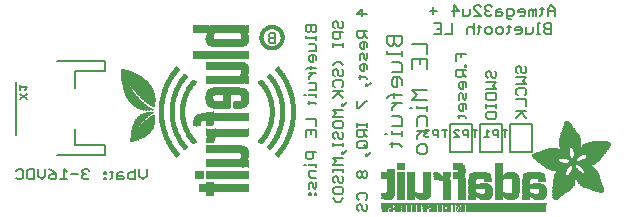
<source format=gbr>
G04 EAGLE Gerber RS-274X export*
G75*
%MOMM*%
%FSLAX34Y34*%
%LPD*%
%INSilkscreen Bottom*%
%IPPOS*%
%AMOC8*
5,1,8,0,0,1.08239X$1,22.5*%
G01*
%ADD10C,0.127000*%
%ADD11C,0.177800*%
%ADD12C,0.152400*%
%ADD13R,6.839700X0.016800*%
%ADD14R,0.268300X0.016800*%
%ADD15R,0.268200X0.016800*%
%ADD16R,0.251500X0.016800*%
%ADD17R,0.301800X0.016800*%
%ADD18R,0.251400X0.016800*%
%ADD19R,0.285000X0.016800*%
%ADD20R,0.301700X0.016800*%
%ADD21R,0.419100X0.016800*%
%ADD22R,0.318500X0.016800*%
%ADD23R,0.586700X0.016800*%
%ADD24R,0.586800X0.016800*%
%ADD25R,6.839700X0.016700*%
%ADD26R,0.268300X0.016700*%
%ADD27R,0.251400X0.016700*%
%ADD28R,0.251500X0.016700*%
%ADD29R,0.301800X0.016700*%
%ADD30R,0.285000X0.016700*%
%ADD31R,0.301700X0.016700*%
%ADD32R,0.419100X0.016700*%
%ADD33R,0.318500X0.016700*%
%ADD34R,0.586700X0.016700*%
%ADD35R,0.586800X0.016700*%
%ADD36R,0.318600X0.016800*%
%ADD37R,0.569900X0.016800*%
%ADD38R,0.335300X0.016800*%
%ADD39R,0.234700X0.016800*%
%ADD40R,0.234700X0.016700*%
%ADD41R,0.016700X0.016700*%
%ADD42R,0.318600X0.016700*%
%ADD43R,0.569900X0.016700*%
%ADD44R,0.335300X0.016700*%
%ADD45R,0.217900X0.016800*%
%ADD46R,0.033500X0.016800*%
%ADD47R,0.570000X0.016800*%
%ADD48R,0.201100X0.016700*%
%ADD49R,0.050300X0.016700*%
%ADD50R,0.670500X0.016700*%
%ADD51R,1.005800X0.016700*%
%ADD52R,0.570000X0.016700*%
%ADD53R,0.201100X0.016800*%
%ADD54R,0.067000X0.016800*%
%ADD55R,0.670500X0.016800*%
%ADD56R,1.005800X0.016800*%
%ADD57R,0.184400X0.016800*%
%ADD58R,0.989000X0.016800*%
%ADD59R,0.184400X0.016700*%
%ADD60R,0.067000X0.016700*%
%ADD61R,0.989000X0.016700*%
%ADD62R,0.167600X0.016800*%
%ADD63R,0.083800X0.016800*%
%ADD64R,0.637000X0.016800*%
%ADD65R,0.955500X0.016800*%
%ADD66R,0.150800X0.016800*%
%ADD67R,0.100600X0.016800*%
%ADD68R,0.536400X0.016800*%
%ADD69R,0.854900X0.016800*%
%ADD70R,0.150800X0.016700*%
%ADD71R,0.100600X0.016700*%
%ADD72R,0.352000X0.016700*%
%ADD73R,0.435900X0.016700*%
%ADD74R,0.402400X0.016700*%
%ADD75R,0.368800X0.016700*%
%ADD76R,0.134100X0.016800*%
%ADD77R,0.117300X0.016800*%
%ADD78R,0.435900X0.016800*%
%ADD79R,0.368900X0.016800*%
%ADD80R,0.603500X0.016800*%
%ADD81R,0.134100X0.016700*%
%ADD82R,0.117300X0.016700*%
%ADD83R,0.452600X0.016700*%
%ADD84R,0.620300X0.016700*%
%ADD85R,0.284900X0.016800*%
%ADD86R,0.486200X0.016800*%
%ADD87R,0.653800X0.016800*%
%ADD88R,0.804700X0.016800*%
%ADD89R,0.150900X0.016700*%
%ADD90R,0.268200X0.016700*%
%ADD91R,0.737600X0.016700*%
%ADD92R,0.603500X0.016700*%
%ADD93R,0.922000X0.016700*%
%ADD94R,0.150900X0.016800*%
%ADD95R,0.821400X0.016800*%
%ADD96R,0.972300X0.016800*%
%ADD97R,0.989100X0.016800*%
%ADD98R,0.083800X0.016700*%
%ADD99R,0.167600X0.016700*%
%ADD100R,0.821400X0.016700*%
%ADD101R,0.989100X0.016700*%
%ADD102R,0.201200X0.016700*%
%ADD103R,0.050300X0.016800*%
%ADD104R,0.201200X0.016800*%
%ADD105R,0.217900X0.016700*%
%ADD106R,0.284900X0.016700*%
%ADD107R,0.352100X0.016800*%
%ADD108R,0.620300X0.016800*%
%ADD109R,0.385600X0.016800*%
%ADD110R,0.335200X0.016800*%
%ADD111R,0.385600X0.016700*%
%ADD112R,0.687400X0.016700*%
%ADD113R,13.998000X0.016800*%
%ADD114R,13.998000X0.016700*%
%ADD115R,0.637000X0.016700*%
%ADD116R,0.486100X0.016700*%
%ADD117R,0.637100X0.016700*%
%ADD118R,0.519700X0.016700*%
%ADD119R,0.536500X0.016700*%
%ADD120R,0.787900X0.016800*%
%ADD121R,0.687400X0.016800*%
%ADD122R,0.771200X0.016800*%
%ADD123R,0.637100X0.016800*%
%ADD124R,0.720800X0.016800*%
%ADD125R,0.704100X0.016800*%
%ADD126R,0.754400X0.016800*%
%ADD127R,0.838200X0.016700*%
%ADD128R,0.871800X0.016700*%
%ADD129R,0.871700X0.016700*%
%ADD130R,0.402400X0.016800*%
%ADD131R,0.922100X0.016800*%
%ADD132R,0.938800X0.016800*%
%ADD133R,0.938800X0.016700*%
%ADD134R,1.022600X0.016700*%
%ADD135R,0.972400X0.016700*%
%ADD136R,0.972300X0.016700*%
%ADD137R,0.469400X0.016800*%
%ADD138R,1.072900X0.016800*%
%ADD139R,1.022600X0.016800*%
%ADD140R,1.005900X0.016800*%
%ADD141R,0.502900X0.016800*%
%ADD142R,1.123200X0.016800*%
%ADD143R,1.056200X0.016800*%
%ADD144R,1.123100X0.016800*%
%ADD145R,1.139900X0.016700*%
%ADD146R,1.089600X0.016700*%
%ADD147R,0.553200X0.016800*%
%ADD148R,1.190200X0.016800*%
%ADD149R,1.190300X0.016800*%
%ADD150R,1.039400X0.016800*%
%ADD151R,1.223700X0.016800*%
%ADD152R,1.173500X0.016800*%
%ADD153R,1.223800X0.016800*%
%ADD154R,1.240500X0.016700*%
%ADD155R,1.173500X0.016700*%
%ADD156R,1.240600X0.016700*%
%ADD157R,1.190300X0.016700*%
%ADD158R,1.056200X0.016700*%
%ADD159R,1.274100X0.016800*%
%ADD160R,1.274000X0.016800*%
%ADD161R,1.307600X0.016800*%
%ADD162R,1.257300X0.016800*%
%ADD163R,1.324400X0.016800*%
%ADD164R,0.687300X0.016700*%
%ADD165R,1.324400X0.016700*%
%ADD166R,1.307500X0.016700*%
%ADD167R,1.274100X0.016700*%
%ADD168R,1.072900X0.016700*%
%ADD169R,2.011600X0.016800*%
%ADD170R,1.324300X0.016800*%
%ADD171R,1.978100X0.016800*%
%ADD172R,2.011600X0.016700*%
%ADD173R,1.357900X0.016700*%
%ADD174R,1.994900X0.016700*%
%ADD175R,1.341200X0.016700*%
%ADD176R,1.089700X0.016700*%
%ADD177R,0.754300X0.016800*%
%ADD178R,1.994900X0.016800*%
%ADD179R,1.995000X0.016800*%
%ADD180R,1.089700X0.016800*%
%ADD181R,0.787900X0.016700*%
%ADD182R,1.995000X0.016700*%
%ADD183R,2.028400X0.016800*%
%ADD184R,2.011700X0.016800*%
%ADD185R,1.106500X0.016800*%
%ADD186R,2.028400X0.016700*%
%ADD187R,2.011700X0.016700*%
%ADD188R,1.106500X0.016700*%
%ADD189R,0.888400X0.016800*%
%ADD190R,0.922000X0.016800*%
%ADD191R,0.938700X0.016700*%
%ADD192R,2.045200X0.016800*%
%ADD193R,0.938700X0.016800*%
%ADD194R,0.670600X0.016700*%
%ADD195R,0.888500X0.016700*%
%ADD196R,2.045200X0.016700*%
%ADD197R,0.888400X0.016700*%
%ADD198R,0.804600X0.016800*%
%ADD199R,2.028500X0.016800*%
%ADD200R,1.056100X0.016700*%
%ADD201R,0.771100X0.016700*%
%ADD202R,0.754300X0.016700*%
%ADD203R,2.028500X0.016700*%
%ADD204R,0.737700X0.016700*%
%ADD205R,1.072800X0.016800*%
%ADD206R,0.871700X0.016800*%
%ADD207R,0.737600X0.016800*%
%ADD208R,0.871800X0.016800*%
%ADD209R,1.089600X0.016800*%
%ADD210R,0.704000X0.016800*%
%ADD211R,0.687300X0.016800*%
%ADD212R,0.670600X0.016800*%
%ADD213R,1.123100X0.016700*%
%ADD214R,0.720800X0.016700*%
%ADD215R,0.653700X0.016700*%
%ADD216R,0.653800X0.016700*%
%ADD217R,1.139900X0.016800*%
%ADD218R,1.173400X0.016800*%
%ADD219R,1.190200X0.016700*%
%ADD220R,1.207000X0.016800*%
%ADD221R,1.240500X0.016800*%
%ADD222R,0.469400X0.016700*%
%ADD223R,1.274000X0.016700*%
%ADD224R,0.519600X0.016800*%
%ADD225R,1.341100X0.016800*%
%ADD226R,0.771200X0.016700*%
%ADD227R,1.374600X0.016700*%
%ADD228R,0.838200X0.016800*%
%ADD229R,1.391400X0.016800*%
%ADD230R,1.424900X0.016800*%
%ADD231R,1.441700X0.016700*%
%ADD232R,1.475200X0.016800*%
%ADD233R,1.491900X0.016700*%
%ADD234R,1.525500X0.016800*%
%ADD235R,1.559000X0.016700*%
%ADD236R,1.575800X0.016800*%
%ADD237R,1.307600X0.016700*%
%ADD238R,1.592500X0.016700*%
%ADD239R,1.374700X0.016800*%
%ADD240R,1.609300X0.016800*%
%ADD241R,1.408200X0.016800*%
%ADD242R,1.626100X0.016800*%
%ADD243R,1.626100X0.016700*%
%ADD244R,1.508800X0.016800*%
%ADD245R,1.659600X0.016800*%
%ADD246R,1.559000X0.016800*%
%ADD247R,1.676400X0.016800*%
%ADD248R,1.575800X0.016700*%
%ADD249R,1.676400X0.016700*%
%ADD250R,1.978100X0.016700*%
%ADD251R,1.693100X0.016800*%
%ADD252R,1.642800X0.016800*%
%ADD253R,1.709900X0.016800*%
%ADD254R,1.961300X0.016800*%
%ADD255R,1.726600X0.016700*%
%ADD256R,1.961300X0.016700*%
%ADD257R,1.693200X0.016800*%
%ADD258R,1.726600X0.016800*%
%ADD259R,1.944600X0.016800*%
%ADD260R,1.726700X0.016700*%
%ADD261R,1.743400X0.016700*%
%ADD262R,1.944600X0.016700*%
%ADD263R,1.726700X0.016800*%
%ADD264R,1.760200X0.016800*%
%ADD265R,1.927800X0.016800*%
%ADD266R,1.911000X0.016800*%
%ADD267R,1.793700X0.016700*%
%ADD268R,1.776900X0.016700*%
%ADD269R,1.911100X0.016700*%
%ADD270R,1.894300X0.016700*%
%ADD271R,1.793800X0.016800*%
%ADD272R,1.776900X0.016800*%
%ADD273R,1.911100X0.016800*%
%ADD274R,1.894300X0.016800*%
%ADD275R,1.827300X0.016800*%
%ADD276R,1.810500X0.016800*%
%ADD277R,1.877500X0.016800*%
%ADD278R,1.844100X0.016700*%
%ADD279R,1.810500X0.016700*%
%ADD280R,1.860800X0.016700*%
%ADD281R,1.844000X0.016700*%
%ADD282R,1.860900X0.016800*%
%ADD283R,1.844000X0.016800*%
%ADD284R,1.827200X0.016800*%
%ADD285R,1.860800X0.016800*%
%ADD286R,1.793700X0.016800*%
%ADD287R,1.877600X0.016700*%
%ADD288R,1.827200X0.016700*%
%ADD289R,1.927800X0.016700*%
%ADD290R,1.927900X0.016800*%
%ADD291R,1.944700X0.016700*%
%ADD292R,1.877500X0.016700*%
%ADD293R,1.961400X0.016800*%
%ADD294R,1.961400X0.016700*%
%ADD295R,1.978200X0.016800*%
%ADD296R,1.911000X0.016700*%
%ADD297R,0.620200X0.016800*%
%ADD298R,1.425000X0.016800*%
%ADD299R,0.620200X0.016700*%
%ADD300R,1.425000X0.016700*%
%ADD301R,0.653700X0.016800*%
%ADD302R,0.704100X0.016700*%
%ADD303R,0.804700X0.016700*%
%ADD304R,0.905200X0.016800*%
%ADD305R,1.894400X0.016800*%
%ADD306R,1.927900X0.016700*%
%ADD307R,1.877600X0.016800*%
%ADD308R,3.889300X0.016800*%
%ADD309R,3.872500X0.016700*%
%ADD310R,3.872500X0.016800*%
%ADD311R,3.855700X0.016700*%
%ADD312R,0.754400X0.016700*%
%ADD313R,3.855700X0.016800*%
%ADD314R,3.839000X0.016800*%
%ADD315R,0.720900X0.016800*%
%ADD316R,3.822200X0.016700*%
%ADD317R,2.715700X0.016800*%
%ADD318R,2.632000X0.016800*%
%ADD319R,1.290800X0.016800*%
%ADD320R,2.615200X0.016700*%
%ADD321R,1.257300X0.016700*%
%ADD322R,2.581700X0.016800*%
%ADD323R,1.240600X0.016800*%
%ADD324R,2.564900X0.016800*%
%ADD325R,1.760300X0.016800*%
%ADD326R,2.531400X0.016700*%
%ADD327R,1.156700X0.016700*%
%ADD328R,2.514600X0.016800*%
%ADD329R,0.955600X0.016800*%
%ADD330R,2.497800X0.016800*%
%ADD331R,1.659700X0.016800*%
%ADD332R,2.464300X0.016700*%
%ADD333R,1.039300X0.016700*%
%ADD334R,2.447500X0.016800*%
%ADD335R,1.592500X0.016800*%
%ADD336R,0.536500X0.016800*%
%ADD337R,2.430800X0.016700*%
%ADD338R,1.559100X0.016700*%
%ADD339R,1.542300X0.016700*%
%ADD340R,0.502900X0.016700*%
%ADD341R,2.414000X0.016800*%
%ADD342R,0.905300X0.016800*%
%ADD343R,1.508700X0.016800*%
%ADD344R,0.888500X0.016800*%
%ADD345R,2.397300X0.016800*%
%ADD346R,1.441700X0.016800*%
%ADD347R,0.452700X0.016800*%
%ADD348R,1.290900X0.016700*%
%ADD349R,1.156700X0.016800*%
%ADD350R,0.855000X0.016800*%
%ADD351R,1.123200X0.016700*%
%ADD352R,0.720900X0.016700*%
%ADD353R,1.106400X0.016800*%
%ADD354R,1.106400X0.016700*%
%ADD355R,0.771100X0.016800*%
%ADD356R,0.435800X0.016700*%
%ADD357R,1.592600X0.016700*%
%ADD358R,0.435800X0.016800*%
%ADD359R,1.642900X0.016800*%
%ADD360R,0.402300X0.016800*%
%ADD361R,1.793800X0.016700*%
%ADD362R,0.368800X0.016800*%
%ADD363R,1.056100X0.016800*%
%ADD364R,1.039400X0.016700*%
%ADD365R,2.078800X0.016800*%
%ADD366R,0.335200X0.016700*%
%ADD367R,2.145800X0.016700*%
%ADD368R,2.162600X0.016800*%
%ADD369R,0.352000X0.016800*%
%ADD370R,2.212800X0.016800*%
%ADD371R,2.279900X0.016700*%
%ADD372R,2.330200X0.016800*%
%ADD373R,2.799500X0.016800*%
%ADD374R,2.816300X0.016700*%
%ADD375R,0.955500X0.016700*%
%ADD376R,2.849900X0.016800*%
%ADD377R,2.916900X0.016800*%
%ADD378R,4.224500X0.016700*%
%ADD379R,4.291600X0.016800*%
%ADD380R,4.409000X0.016800*%
%ADD381R,4.509500X0.016700*%
%ADD382R,4.526300X0.016800*%
%ADD383R,4.626800X0.016700*%
%ADD384R,4.693900X0.016800*%
%ADD385R,4.727400X0.016800*%
%ADD386R,2.548200X0.016700*%
%ADD387R,2.179300X0.016700*%
%ADD388R,2.430800X0.016800*%
%ADD389R,2.414000X0.016700*%
%ADD390R,2.414100X0.016800*%
%ADD391R,2.430700X0.016700*%
%ADD392R,2.447600X0.016700*%
%ADD393R,1.559100X0.016800*%
%ADD394R,1.525500X0.016700*%
%ADD395R,1.492000X0.016800*%
%ADD396R,1.491900X0.016800*%
%ADD397R,1.458500X0.016700*%
%ADD398R,2.061900X0.016800*%
%ADD399R,1.408100X0.016700*%
%ADD400R,0.905200X0.016700*%
%ADD401R,2.112300X0.016700*%
%ADD402R,2.179300X0.016800*%
%ADD403R,1.408200X0.016700*%
%ADD404R,2.212900X0.016700*%
%ADD405R,1.140000X0.016800*%
%ADD406R,3.319300X0.016800*%
%ADD407R,1.374700X0.016700*%
%ADD408R,0.402300X0.016700*%
%ADD409R,3.302500X0.016700*%
%ADD410R,3.285700X0.016800*%
%ADD411R,1.357900X0.016800*%
%ADD412R,3.269000X0.016800*%
%ADD413R,3.285800X0.016700*%
%ADD414R,3.268900X0.016800*%
%ADD415R,0.452700X0.016700*%
%ADD416R,3.268900X0.016700*%
%ADD417R,1.391400X0.016700*%
%ADD418R,3.269000X0.016700*%
%ADD419R,1.374600X0.016800*%
%ADD420R,0.519700X0.016800*%
%ADD421R,3.252200X0.016800*%
%ADD422R,3.235400X0.016800*%
%ADD423R,3.235400X0.016700*%
%ADD424R,3.218600X0.016800*%
%ADD425R,3.201900X0.016800*%
%ADD426R,3.201900X0.016700*%
%ADD427R,1.458500X0.016800*%
%ADD428R,1.525600X0.016800*%
%ADD429R,3.185100X0.016800*%
%ADD430R,2.531300X0.016700*%
%ADD431R,3.168400X0.016700*%
%ADD432R,2.531300X0.016800*%
%ADD433R,3.151600X0.016800*%
%ADD434R,2.548100X0.016800*%
%ADD435R,3.134900X0.016800*%
%ADD436R,2.564900X0.016700*%
%ADD437R,3.118100X0.016700*%
%ADD438R,2.581600X0.016800*%
%ADD439R,3.101400X0.016800*%
%ADD440R,2.598400X0.016700*%
%ADD441R,3.067900X0.016700*%
%ADD442R,2.598400X0.016800*%
%ADD443R,3.034300X0.016800*%
%ADD444R,2.615100X0.016800*%
%ADD445R,3.000800X0.016800*%
%ADD446R,2.631900X0.016700*%
%ADD447R,2.950500X0.016700*%
%ADD448R,2.648700X0.016800*%
%ADD449R,2.900200X0.016800*%
%ADD450R,2.665500X0.016800*%
%ADD451R,2.682200X0.016700*%
%ADD452R,2.799600X0.016700*%
%ADD453R,2.699000X0.016800*%
%ADD454R,2.732500X0.016800*%
%ADD455R,2.749300X0.016700*%
%ADD456R,2.632000X0.016700*%
%ADD457R,2.749300X0.016800*%
%ADD458R,2.766100X0.016700*%
%ADD459R,2.766100X0.016800*%
%ADD460R,2.481100X0.016800*%
%ADD461R,2.782900X0.016800*%
%ADD462R,2.380500X0.016700*%
%ADD463R,2.833100X0.016800*%
%ADD464R,1.592600X0.016800*%
%ADD465R,2.849900X0.016700*%
%ADD466R,2.883400X0.016800*%
%ADD467R,2.917000X0.016700*%
%ADD468R,2.933700X0.016800*%
%ADD469R,2.967200X0.016800*%
%ADD470R,2.967200X0.016700*%
%ADD471R,3.017500X0.016700*%
%ADD472R,3.051000X0.016800*%
%ADD473R,0.788000X0.016800*%
%ADD474R,3.084600X0.016800*%
%ADD475R,2.397300X0.016700*%
%ADD476R,2.397200X0.016800*%
%ADD477R,1.760200X0.016700*%
%ADD478R,2.397200X0.016700*%
%ADD479R,1.827300X0.016700*%
%ADD480R,2.380500X0.016800*%
%ADD481R,2.363700X0.016800*%
%ADD482R,2.363700X0.016700*%
%ADD483R,2.346900X0.016800*%
%ADD484R,2.296600X0.016700*%
%ADD485R,2.279900X0.016800*%
%ADD486R,2.246300X0.016800*%
%ADD487R,2.229600X0.016700*%
%ADD488R,2.129100X0.016800*%
%ADD489R,2.112300X0.016800*%
%ADD490R,1.609300X0.016700*%
%ADD491R,1.743400X0.016800*%
%ADD492R,1.693100X0.016700*%
%ADD493R,1.659700X0.016700*%
%ADD494R,1.575900X0.016800*%
%ADD495R,1.575900X0.016700*%
%ADD496R,1.475200X0.016700*%
%ADD497R,1.324300X0.016700*%
%ADD498R,1.290800X0.016700*%
%ADD499R,1.207000X0.016700*%
%ADD500R,0.854900X0.016700*%
%ADD501R,0.821500X0.016700*%
%ADD502R,0.821500X0.016800*%
%ADD503R,0.218000X0.016800*%
%ADD504R,0.025400X0.863600*%
%ADD505R,0.025400X1.371600*%
%ADD506R,0.025400X1.778000*%
%ADD507R,0.025400X2.082800*%
%ADD508R,0.025400X2.336800*%
%ADD509R,0.025400X2.540000*%
%ADD510R,0.025400X2.794000*%
%ADD511R,0.025400X2.997200*%
%ADD512R,0.025400X3.149600*%
%ADD513R,0.025400X3.352800*%
%ADD514R,0.025400X3.505200*%
%ADD515R,0.025400X3.657600*%
%ADD516R,0.025400X3.810000*%
%ADD517R,0.025400X3.962400*%
%ADD518R,0.025400X4.064000*%
%ADD519R,0.025400X1.676400*%
%ADD520R,0.025400X1.498600*%
%ADD521R,0.025400X1.524000*%
%ADD522R,0.025400X1.397000*%
%ADD523R,0.025400X1.295400*%
%ADD524R,0.025400X1.244600*%
%ADD525R,0.025400X1.193800*%
%ADD526R,0.025400X1.143000*%
%ADD527R,0.025400X1.092200*%
%ADD528R,0.025400X1.041400*%
%ADD529R,0.025400X1.016000*%
%ADD530R,0.025400X0.990600*%
%ADD531R,0.025400X0.965200*%
%ADD532R,0.025400X0.939800*%
%ADD533R,0.025400X0.914400*%
%ADD534R,0.025400X0.889000*%
%ADD535R,0.025400X0.838200*%
%ADD536R,0.025400X0.812800*%
%ADD537R,0.025400X0.787400*%
%ADD538R,0.025400X0.762000*%
%ADD539R,0.025400X0.736600*%
%ADD540R,0.025400X1.930400*%
%ADD541R,0.025400X2.184400*%
%ADD542R,0.025400X0.711200*%
%ADD543R,0.025400X2.387600*%
%ADD544R,0.025400X2.590800*%
%ADD545R,0.025400X2.743200*%
%ADD546R,0.025400X0.685800*%
%ADD547R,0.025400X2.946400*%
%ADD548R,0.025400X3.098800*%
%ADD549R,0.025400X3.251200*%
%ADD550R,0.025400X0.660400*%
%ADD551R,0.025400X3.759200*%
%ADD552R,0.025400X0.635000*%
%ADD553R,0.025400X1.473200*%
%ADD554R,0.025400X1.270000*%
%ADD555R,0.025400X0.609600*%
%ADD556R,0.025400X1.117600*%
%ADD557R,0.025400X1.066800*%
%ADD558R,0.025400X0.558800*%
%ADD559R,0.025400X0.533400*%
%ADD560R,0.025400X0.508000*%
%ADD561R,0.025400X0.457200*%
%ADD562R,0.025400X0.381000*%
%ADD563R,0.025400X0.304800*%
%ADD564R,0.025400X0.254000*%
%ADD565R,0.025400X0.203200*%
%ADD566R,0.025400X0.152400*%
%ADD567R,0.025400X1.574800*%
%ADD568R,0.025400X1.981200*%
%ADD569R,0.025400X2.692400*%
%ADD570R,0.025400X3.048000*%
%ADD571R,0.025400X3.200400*%
%ADD572R,0.025400X3.302000*%
%ADD573R,0.025400X1.600200*%
%ADD574R,0.025400X1.625600*%
%ADD575R,0.025400X1.320800*%
%ADD576R,0.025400X0.431800*%
%ADD577R,0.025400X0.330200*%
%ADD578R,0.025400X0.279400*%
%ADD579R,0.025400X0.228600*%
%ADD580R,0.025400X0.177800*%
%ADD581R,0.025400X0.127000*%
%ADD582R,0.025400X0.050800*%
%ADD583R,0.025400X0.584200*%
%ADD584R,0.025400X1.651000*%
%ADD585R,0.025400X1.346200*%
%ADD586R,0.025400X1.701800*%
%ADD587R,0.025400X1.447800*%
%ADD588R,0.025400X1.727200*%
%ADD589R,0.025400X1.752600*%
%ADD590R,0.025400X1.549400*%
%ADD591R,0.025400X1.803400*%
%ADD592R,0.025400X1.828800*%
%ADD593R,0.025400X1.168400*%
%ADD594R,0.025400X1.219200*%
%ADD595R,0.025400X0.482600*%
%ADD596R,0.025400X0.355600*%
%ADD597R,0.025400X0.025400*%
%ADD598R,0.025400X2.844800*%
%ADD599R,0.025400X2.235200*%
%ADD600R,0.025400X2.032000*%
%ADD601R,0.025400X0.076200*%
%ADD602R,0.025400X0.406400*%
%ADD603R,0.025400X3.530600*%
%ADD604R,0.025400X3.403600*%
%ADD605R,0.025400X2.438400*%
%ADD606R,0.025400X1.422400*%
%ADD607R,0.025400X4.114800*%
%ADD608R,0.025400X0.101600*%
%ADD609R,0.025400X1.854200*%
%ADD610R,0.025400X2.463800*%
%ADD611R,0.025400X2.413000*%
%ADD612R,0.025400X2.362200*%
%ADD613R,0.025400X2.311400*%
%ADD614R,0.025400X2.260600*%
%ADD615R,0.025400X2.133600*%
%ADD616R,0.025400X1.905000*%
%ADD617C,0.203200*%
%ADD618C,0.304800*%


D10*
X428830Y143821D02*
X427347Y145304D01*
X427347Y148270D01*
X428830Y149753D01*
X430313Y149753D01*
X431796Y148270D01*
X431796Y145304D01*
X433279Y143821D01*
X434762Y143821D01*
X436245Y145304D01*
X436245Y148270D01*
X434762Y149753D01*
X436245Y140398D02*
X427347Y140398D01*
X433279Y137432D02*
X436245Y140398D01*
X433279Y137432D02*
X436245Y134466D01*
X427347Y134466D01*
X427347Y126594D02*
X428830Y125111D01*
X427347Y126594D02*
X427347Y129560D01*
X428830Y131043D01*
X434762Y131043D01*
X436245Y129560D01*
X436245Y126594D01*
X434762Y125111D01*
X436245Y121687D02*
X427347Y121687D01*
X436245Y121687D02*
X436245Y115756D01*
X436245Y112332D02*
X427347Y112332D01*
X427347Y106401D02*
X433279Y112332D01*
X431796Y110849D02*
X436245Y106401D01*
X403430Y139722D02*
X401947Y141205D01*
X401947Y144171D01*
X403430Y145654D01*
X404913Y145654D01*
X406396Y144171D01*
X406396Y141205D01*
X407879Y139722D01*
X409362Y139722D01*
X410845Y141205D01*
X410845Y144171D01*
X409362Y145654D01*
X410845Y136299D02*
X401947Y136299D01*
X407879Y133333D02*
X410845Y136299D01*
X407879Y133333D02*
X410845Y130367D01*
X401947Y130367D01*
X401947Y126943D02*
X410845Y126943D01*
X410845Y122495D01*
X409362Y121012D01*
X403430Y121012D01*
X401947Y122495D01*
X401947Y126943D01*
X410845Y117588D02*
X410845Y114622D01*
X410845Y116105D02*
X401947Y116105D01*
X401947Y117588D02*
X401947Y114622D01*
X401947Y109869D02*
X401947Y106903D01*
X401947Y109869D02*
X403430Y111351D01*
X409362Y111351D01*
X410845Y109869D01*
X410845Y106903D01*
X409362Y105420D01*
X403430Y105420D01*
X401947Y106903D01*
X385445Y160290D02*
X376547Y160290D01*
X376547Y154358D01*
X380996Y157324D02*
X380996Y160290D01*
X383962Y150935D02*
X385445Y150935D01*
X383962Y150935D02*
X383962Y149452D01*
X385445Y149452D01*
X385445Y150935D01*
X385445Y146257D02*
X376547Y146257D01*
X376547Y141809D01*
X378030Y140326D01*
X380996Y140326D01*
X382479Y141809D01*
X382479Y146257D01*
X382479Y143292D02*
X385445Y140326D01*
X385445Y135419D02*
X385445Y132453D01*
X385445Y135419D02*
X383962Y136902D01*
X380996Y136902D01*
X379513Y135419D01*
X379513Y132453D01*
X380996Y130970D01*
X382479Y130970D01*
X382479Y136902D01*
X385445Y127547D02*
X385445Y123098D01*
X383962Y121615D01*
X382479Y123098D01*
X382479Y126064D01*
X380996Y127547D01*
X379513Y126064D01*
X379513Y121615D01*
X385445Y116709D02*
X385445Y113743D01*
X385445Y116709D02*
X383962Y118192D01*
X380996Y118192D01*
X379513Y116709D01*
X379513Y113743D01*
X380996Y112260D01*
X382479Y112260D01*
X382479Y118192D01*
X383962Y107354D02*
X378030Y107354D01*
X383962Y107354D02*
X385445Y105871D01*
X379513Y105871D02*
X379513Y108837D01*
X273890Y181883D02*
X272407Y183366D01*
X272407Y186332D01*
X273890Y187815D01*
X275373Y187815D01*
X276856Y186332D01*
X276856Y183366D01*
X278339Y181883D01*
X279822Y181883D01*
X281305Y183366D01*
X281305Y186332D01*
X279822Y187815D01*
X281305Y178460D02*
X272407Y178460D01*
X272407Y174011D01*
X273890Y172528D01*
X276856Y172528D01*
X278339Y174011D01*
X278339Y178460D01*
X281305Y169105D02*
X281305Y166139D01*
X281305Y167622D02*
X272407Y167622D01*
X272407Y169105D02*
X272407Y166139D01*
X278339Y153513D02*
X281305Y150547D01*
X278339Y153513D02*
X275373Y153513D01*
X272407Y150547D01*
X272407Y142827D02*
X273890Y141344D01*
X272407Y142827D02*
X272407Y145793D01*
X273890Y147276D01*
X275373Y147276D01*
X276856Y145793D01*
X276856Y142827D01*
X278339Y141344D01*
X279822Y141344D01*
X281305Y142827D01*
X281305Y145793D01*
X279822Y147276D01*
X272407Y133472D02*
X273890Y131989D01*
X272407Y133472D02*
X272407Y136438D01*
X273890Y137921D01*
X279822Y137921D01*
X281305Y136438D01*
X281305Y133472D01*
X279822Y131989D01*
X281305Y128565D02*
X272407Y128565D01*
X272407Y122634D02*
X278339Y128565D01*
X276856Y127083D02*
X281305Y122634D01*
X284271Y119210D02*
X281305Y116244D01*
X279822Y116244D01*
X279822Y117727D01*
X281305Y117727D01*
X281305Y116244D01*
X281305Y112973D02*
X272407Y112973D01*
X275373Y110008D01*
X272407Y107042D01*
X281305Y107042D01*
X272407Y102135D02*
X272407Y99170D01*
X272407Y102135D02*
X273890Y103618D01*
X279822Y103618D01*
X281305Y102135D01*
X281305Y99170D01*
X279822Y97687D01*
X273890Y97687D01*
X272407Y99170D01*
X272407Y89814D02*
X273890Y88331D01*
X272407Y89814D02*
X272407Y92780D01*
X273890Y94263D01*
X275373Y94263D01*
X276856Y92780D01*
X276856Y89814D01*
X278339Y88331D01*
X279822Y88331D01*
X281305Y89814D01*
X281305Y92780D01*
X279822Y94263D01*
X281305Y84908D02*
X281305Y81942D01*
X281305Y83425D02*
X272407Y83425D01*
X272407Y84908D02*
X272407Y81942D01*
X281305Y75705D02*
X284271Y78671D01*
X281305Y75705D02*
X279822Y75705D01*
X279822Y77188D01*
X281305Y77188D01*
X281305Y75705D01*
X281305Y72434D02*
X272407Y72434D01*
X275373Y69469D01*
X272407Y66503D01*
X281305Y66503D01*
X281305Y63079D02*
X281305Y60113D01*
X281305Y61596D02*
X272407Y61596D01*
X272407Y63079D02*
X272407Y60113D01*
X272407Y52394D02*
X273890Y50911D01*
X272407Y52394D02*
X272407Y55359D01*
X273890Y56842D01*
X275373Y56842D01*
X276856Y55359D01*
X276856Y52394D01*
X278339Y50911D01*
X279822Y50911D01*
X281305Y52394D01*
X281305Y55359D01*
X279822Y56842D01*
X272407Y46004D02*
X272407Y43038D01*
X272407Y46004D02*
X273890Y47487D01*
X279822Y47487D01*
X281305Y46004D01*
X281305Y43038D01*
X279822Y41555D01*
X273890Y41555D01*
X272407Y43038D01*
X278339Y35166D02*
X281305Y38132D01*
X278339Y35166D02*
X275373Y35166D01*
X272407Y38132D01*
X292727Y193991D02*
X301625Y193991D01*
X297176Y198440D02*
X292727Y193991D01*
X297176Y192508D02*
X297176Y198440D01*
X301625Y179730D02*
X292727Y179730D01*
X292727Y175281D01*
X294210Y173798D01*
X297176Y173798D01*
X298659Y175281D01*
X298659Y179730D01*
X298659Y176764D02*
X301625Y173798D01*
X301625Y168892D02*
X301625Y165926D01*
X301625Y168892D02*
X300142Y170375D01*
X297176Y170375D01*
X295693Y168892D01*
X295693Y165926D01*
X297176Y164443D01*
X298659Y164443D01*
X298659Y170375D01*
X301625Y161019D02*
X301625Y156571D01*
X300142Y155088D01*
X298659Y156571D01*
X298659Y159537D01*
X297176Y161019D01*
X295693Y159537D01*
X295693Y155088D01*
X301625Y150181D02*
X301625Y147215D01*
X301625Y150181D02*
X300142Y151664D01*
X297176Y151664D01*
X295693Y150181D01*
X295693Y147215D01*
X297176Y145733D01*
X298659Y145733D01*
X298659Y151664D01*
X300142Y140826D02*
X294210Y140826D01*
X300142Y140826D02*
X301625Y139343D01*
X295693Y139343D02*
X295693Y142309D01*
X304591Y136072D02*
X301625Y133106D01*
X300142Y133106D01*
X300142Y134589D01*
X301625Y134589D01*
X301625Y133106D01*
X292727Y120480D02*
X292727Y114549D01*
X294210Y114549D01*
X300142Y120480D01*
X301625Y120480D01*
X301625Y101770D02*
X301625Y98804D01*
X301625Y100287D02*
X292727Y100287D01*
X292727Y101770D02*
X292727Y98804D01*
X292727Y95533D02*
X301625Y95533D01*
X292727Y95533D02*
X292727Y91084D01*
X294210Y89601D01*
X297176Y89601D01*
X298659Y91084D01*
X298659Y95533D01*
X298659Y92567D02*
X301625Y89601D01*
X300142Y86178D02*
X294210Y86178D01*
X292727Y84695D01*
X292727Y81729D01*
X294210Y80246D01*
X300142Y80246D01*
X301625Y81729D01*
X301625Y84695D01*
X300142Y86178D01*
X298659Y83212D02*
X301625Y80246D01*
X304591Y76823D02*
X301625Y73857D01*
X300142Y73857D01*
X300142Y75340D01*
X301625Y75340D01*
X301625Y73857D01*
X294210Y61231D02*
X292727Y59748D01*
X292727Y56782D01*
X294210Y55299D01*
X295693Y55299D01*
X297176Y56782D01*
X298659Y55299D01*
X300142Y55299D01*
X301625Y56782D01*
X301625Y59748D01*
X300142Y61231D01*
X298659Y61231D01*
X297176Y59748D01*
X295693Y61231D01*
X294210Y61231D01*
X297176Y59748D02*
X297176Y56782D01*
X292727Y38072D02*
X294210Y36589D01*
X292727Y38072D02*
X292727Y41038D01*
X294210Y42520D01*
X300142Y42520D01*
X301625Y41038D01*
X301625Y38072D01*
X300142Y36589D01*
X292727Y28716D02*
X294210Y27234D01*
X292727Y28716D02*
X292727Y31682D01*
X294210Y33165D01*
X295693Y33165D01*
X297176Y31682D01*
X297176Y28716D01*
X298659Y27234D01*
X300142Y27234D01*
X301625Y28716D01*
X301625Y31682D01*
X300142Y33165D01*
X258445Y184407D02*
X249547Y184407D01*
X249547Y179959D01*
X251030Y178476D01*
X252513Y178476D01*
X253996Y179959D01*
X255479Y178476D01*
X256962Y178476D01*
X258445Y179959D01*
X258445Y184407D01*
X253996Y184407D02*
X253996Y179959D01*
X249547Y175052D02*
X249547Y173569D01*
X258445Y173569D01*
X258445Y175052D02*
X258445Y172086D01*
X256962Y168815D02*
X252513Y168815D01*
X256962Y168815D02*
X258445Y167332D01*
X258445Y162884D01*
X252513Y162884D01*
X258445Y157977D02*
X258445Y155011D01*
X258445Y157977D02*
X256962Y159460D01*
X253996Y159460D01*
X252513Y157977D01*
X252513Y155011D01*
X253996Y153528D01*
X255479Y153528D01*
X255479Y159460D01*
X258445Y148622D02*
X251030Y148622D01*
X249547Y147139D01*
X253996Y147139D02*
X253996Y150105D01*
X252513Y143868D02*
X258445Y143868D01*
X255479Y143868D02*
X252513Y140902D01*
X252513Y139419D01*
X252513Y136072D02*
X256962Y136072D01*
X258445Y134589D01*
X258445Y130141D01*
X252513Y130141D01*
X252513Y126717D02*
X252513Y125234D01*
X258445Y125234D01*
X258445Y126717D02*
X258445Y123751D01*
X249547Y125234D02*
X248064Y125234D01*
X251030Y118997D02*
X256962Y118997D01*
X258445Y117514D01*
X252513Y117514D02*
X252513Y120480D01*
X249547Y104888D02*
X258445Y104888D01*
X258445Y98957D01*
X249547Y95533D02*
X249547Y89601D01*
X249547Y95533D02*
X258445Y95533D01*
X258445Y89601D01*
X253996Y92567D02*
X253996Y95533D01*
X258445Y76823D02*
X249547Y76823D01*
X249547Y72374D01*
X251030Y70891D01*
X253996Y70891D01*
X255479Y72374D01*
X255479Y76823D01*
X252513Y67468D02*
X252513Y65985D01*
X258445Y65985D01*
X258445Y67468D02*
X258445Y64502D01*
X249547Y65985D02*
X248064Y65985D01*
X252513Y61231D02*
X258445Y61231D01*
X252513Y61231D02*
X252513Y56782D01*
X253996Y55299D01*
X258445Y55299D01*
X258445Y51876D02*
X258445Y47427D01*
X256962Y45944D01*
X255479Y47427D01*
X255479Y50393D01*
X253996Y51876D01*
X252513Y50393D01*
X252513Y45944D01*
X252513Y42520D02*
X252513Y41038D01*
X253996Y41038D01*
X253996Y42520D01*
X252513Y42520D01*
X256962Y42520D02*
X256962Y41038D01*
X258445Y41038D01*
X258445Y42520D01*
X256962Y42520D01*
X460337Y192405D02*
X460337Y198337D01*
X457371Y201303D01*
X454405Y198337D01*
X454405Y192405D01*
X454405Y196854D02*
X460337Y196854D01*
X449499Y199820D02*
X449499Y193888D01*
X448016Y192405D01*
X448016Y198337D02*
X450982Y198337D01*
X444745Y198337D02*
X444745Y192405D01*
X444745Y198337D02*
X443262Y198337D01*
X441779Y196854D01*
X441779Y192405D01*
X441779Y196854D02*
X440296Y198337D01*
X438813Y196854D01*
X438813Y192405D01*
X433907Y192405D02*
X430941Y192405D01*
X433907Y192405D02*
X435390Y193888D01*
X435390Y196854D01*
X433907Y198337D01*
X430941Y198337D01*
X429458Y196854D01*
X429458Y195371D01*
X435390Y195371D01*
X423069Y189439D02*
X421586Y189439D01*
X420103Y190922D01*
X420103Y198337D01*
X424552Y198337D01*
X426035Y196854D01*
X426035Y193888D01*
X424552Y192405D01*
X420103Y192405D01*
X415197Y198337D02*
X412231Y198337D01*
X410748Y196854D01*
X410748Y192405D01*
X415197Y192405D01*
X416679Y193888D01*
X415197Y195371D01*
X410748Y195371D01*
X407324Y199820D02*
X405841Y201303D01*
X402875Y201303D01*
X401393Y199820D01*
X401393Y198337D01*
X402875Y196854D01*
X404358Y196854D01*
X402875Y196854D02*
X401393Y195371D01*
X401393Y193888D01*
X402875Y192405D01*
X405841Y192405D01*
X407324Y193888D01*
X397969Y192405D02*
X392037Y192405D01*
X397969Y192405D02*
X392037Y198337D01*
X392037Y199820D01*
X393520Y201303D01*
X396486Y201303D01*
X397969Y199820D01*
X388614Y198337D02*
X388614Y193888D01*
X387131Y192405D01*
X382682Y192405D01*
X382682Y198337D01*
X374810Y201303D02*
X374810Y192405D01*
X379259Y196854D02*
X374810Y201303D01*
X373327Y196854D02*
X379259Y196854D01*
X360548Y196854D02*
X354617Y196854D01*
X357582Y199820D02*
X357582Y193888D01*
X457219Y186063D02*
X457219Y177165D01*
X457219Y186063D02*
X452770Y186063D01*
X451287Y184580D01*
X451287Y183097D01*
X452770Y181614D01*
X451287Y180131D01*
X451287Y178648D01*
X452770Y177165D01*
X457219Y177165D01*
X457219Y181614D02*
X452770Y181614D01*
X447863Y186063D02*
X446380Y186063D01*
X446380Y177165D01*
X444898Y177165D02*
X447863Y177165D01*
X441627Y178648D02*
X441627Y183097D01*
X441627Y178648D02*
X440144Y177165D01*
X435695Y177165D01*
X435695Y183097D01*
X430789Y177165D02*
X427823Y177165D01*
X430789Y177165D02*
X432271Y178648D01*
X432271Y181614D01*
X430789Y183097D01*
X427823Y183097D01*
X426340Y181614D01*
X426340Y180131D01*
X432271Y180131D01*
X421433Y178648D02*
X421433Y184580D01*
X421433Y178648D02*
X419950Y177165D01*
X419950Y183097D02*
X422916Y183097D01*
X415197Y177165D02*
X412231Y177165D01*
X410748Y178648D01*
X410748Y181614D01*
X412231Y183097D01*
X415197Y183097D01*
X416679Y181614D01*
X416679Y178648D01*
X415197Y177165D01*
X405841Y177165D02*
X402875Y177165D01*
X401393Y178648D01*
X401393Y181614D01*
X402875Y183097D01*
X405841Y183097D01*
X407324Y181614D01*
X407324Y178648D01*
X405841Y177165D01*
X396486Y178648D02*
X396486Y184580D01*
X396486Y178648D02*
X395003Y177165D01*
X395003Y183097D02*
X397969Y183097D01*
X391732Y186063D02*
X391732Y177165D01*
X391732Y181614D02*
X390249Y183097D01*
X387284Y183097D01*
X385801Y181614D01*
X385801Y177165D01*
X373022Y177165D02*
X373022Y186063D01*
X373022Y177165D02*
X367090Y177165D01*
X363667Y186063D02*
X357735Y186063D01*
X363667Y186063D02*
X363667Y177165D01*
X357735Y177165D01*
X360701Y181614D02*
X363667Y181614D01*
D11*
X330835Y175424D02*
X318378Y175424D01*
X318378Y169196D01*
X320454Y167120D01*
X322531Y167120D01*
X324607Y169196D01*
X326683Y167120D01*
X328759Y167120D01*
X330835Y169196D01*
X330835Y175424D01*
X324607Y175424D02*
X324607Y169196D01*
X318378Y162327D02*
X318378Y160251D01*
X330835Y160251D01*
X330835Y162327D02*
X330835Y158175D01*
X328759Y153596D02*
X322531Y153596D01*
X328759Y153596D02*
X330835Y151520D01*
X330835Y145291D01*
X322531Y145291D01*
X330835Y138422D02*
X330835Y134270D01*
X330835Y138422D02*
X328759Y140498D01*
X324607Y140498D01*
X322531Y138422D01*
X322531Y134270D01*
X324607Y132194D01*
X326683Y132194D01*
X326683Y140498D01*
X330835Y125325D02*
X320454Y125325D01*
X318378Y123249D01*
X324607Y123249D02*
X324607Y127401D01*
X322531Y118670D02*
X330835Y118670D01*
X326683Y118670D02*
X322531Y114517D01*
X322531Y112441D01*
X322531Y107755D02*
X328759Y107755D01*
X330835Y105679D01*
X330835Y99451D01*
X322531Y99451D01*
X322531Y94658D02*
X322531Y92582D01*
X330835Y92582D01*
X330835Y94658D02*
X330835Y90506D01*
X318378Y92582D02*
X316302Y92582D01*
X320454Y83850D02*
X328759Y83850D01*
X330835Y81774D01*
X322531Y81774D02*
X322531Y85927D01*
X339714Y168876D02*
X352171Y168876D01*
X352171Y160571D01*
X339714Y155779D02*
X339714Y147474D01*
X339714Y155779D02*
X352171Y155779D01*
X352171Y147474D01*
X345943Y151626D02*
X345943Y155779D01*
X352171Y129584D02*
X339714Y129584D01*
X343867Y125432D01*
X339714Y121280D01*
X352171Y121280D01*
X343867Y116487D02*
X343867Y114411D01*
X352171Y114411D01*
X352171Y116487D02*
X352171Y112335D01*
X339714Y114411D02*
X337638Y114411D01*
X343867Y105679D02*
X343867Y99451D01*
X343867Y105679D02*
X345943Y107755D01*
X350095Y107755D01*
X352171Y105679D01*
X352171Y99451D01*
X352171Y94658D02*
X343867Y94658D01*
X348019Y94658D02*
X343867Y90506D01*
X343867Y88430D01*
X352171Y81668D02*
X352171Y77515D01*
X350095Y75439D01*
X345943Y75439D01*
X343867Y77515D01*
X343867Y81668D01*
X345943Y83744D01*
X350095Y83744D01*
X352171Y81668D01*
D10*
X114696Y62873D02*
X114696Y56941D01*
X111730Y53975D01*
X108764Y56941D01*
X108764Y62873D01*
X105341Y62873D02*
X105341Y53975D01*
X100892Y53975D01*
X99409Y55458D01*
X99409Y58424D01*
X100892Y59907D01*
X105341Y59907D01*
X94502Y59907D02*
X91537Y59907D01*
X90054Y58424D01*
X90054Y53975D01*
X94502Y53975D01*
X95985Y55458D01*
X94502Y56941D01*
X90054Y56941D01*
X85147Y55458D02*
X85147Y61390D01*
X85147Y55458D02*
X83664Y53975D01*
X83664Y59907D02*
X86630Y59907D01*
X80393Y59907D02*
X78911Y59907D01*
X78911Y58424D01*
X80393Y58424D01*
X80393Y59907D01*
X80393Y55458D02*
X78911Y55458D01*
X78911Y53975D01*
X80393Y53975D01*
X80393Y55458D01*
X66361Y61390D02*
X64878Y62873D01*
X61912Y62873D01*
X60429Y61390D01*
X60429Y59907D01*
X61912Y58424D01*
X63395Y58424D01*
X61912Y58424D02*
X60429Y56941D01*
X60429Y55458D01*
X61912Y53975D01*
X64878Y53975D01*
X66361Y55458D01*
X57005Y58424D02*
X51074Y58424D01*
X47650Y59907D02*
X44684Y62873D01*
X44684Y53975D01*
X41719Y53975D02*
X47650Y53975D01*
X35329Y61390D02*
X32363Y62873D01*
X35329Y61390D02*
X38295Y58424D01*
X38295Y55458D01*
X36812Y53975D01*
X33846Y53975D01*
X32363Y55458D01*
X32363Y56941D01*
X33846Y58424D01*
X38295Y58424D01*
X28940Y56941D02*
X28940Y62873D01*
X28940Y56941D02*
X25974Y53975D01*
X23008Y56941D01*
X23008Y62873D01*
X19585Y62873D02*
X19585Y53975D01*
X15136Y53975D01*
X13653Y55458D01*
X13653Y61390D01*
X15136Y62873D01*
X19585Y62873D01*
X5781Y62873D02*
X4298Y61390D01*
X5781Y62873D02*
X8747Y62873D01*
X10230Y61390D01*
X10230Y55458D01*
X8747Y53975D01*
X5781Y53975D01*
X4298Y55458D01*
X422300Y100900D02*
X441300Y100900D01*
X422300Y100900D02*
X422300Y76900D01*
X441300Y76900D01*
X441300Y100900D01*
D12*
X417835Y96272D02*
X417835Y89662D01*
X420038Y96272D02*
X415632Y96272D01*
X412554Y96272D02*
X412554Y89662D01*
X412554Y96272D02*
X409249Y96272D01*
X408147Y95170D01*
X408147Y92967D01*
X409249Y91865D01*
X412554Y91865D01*
X405070Y94068D02*
X402867Y96272D01*
X402867Y89662D01*
X405070Y89662D02*
X400663Y89662D01*
D10*
X396900Y100900D02*
X415900Y100900D01*
X396900Y100900D02*
X396900Y76900D01*
X415900Y76900D01*
X415900Y100900D01*
D12*
X392435Y96272D02*
X392435Y89662D01*
X394638Y96272D02*
X390232Y96272D01*
X387154Y96272D02*
X387154Y89662D01*
X387154Y96272D02*
X383849Y96272D01*
X382747Y95170D01*
X382747Y92967D01*
X383849Y91865D01*
X387154Y91865D01*
X379670Y89662D02*
X375263Y89662D01*
X375263Y94068D02*
X379670Y89662D01*
X375263Y94068D02*
X375263Y95170D01*
X376365Y96272D01*
X378568Y96272D01*
X379670Y95170D01*
D10*
X371500Y100900D02*
X390500Y100900D01*
X371500Y100900D02*
X371500Y76900D01*
X390500Y76900D01*
X390500Y100900D01*
D12*
X367035Y96272D02*
X367035Y89662D01*
X369238Y96272D02*
X364832Y96272D01*
X361754Y96272D02*
X361754Y89662D01*
X361754Y96272D02*
X358449Y96272D01*
X357347Y95170D01*
X357347Y92967D01*
X358449Y91865D01*
X361754Y91865D01*
X354270Y95170D02*
X353168Y96272D01*
X350965Y96272D01*
X349863Y95170D01*
X349863Y94068D01*
X350965Y92967D01*
X352067Y92967D01*
X350965Y92967D02*
X349863Y91865D01*
X349863Y90764D01*
X350965Y89662D01*
X353168Y89662D01*
X354270Y90764D01*
D13*
X419332Y26670D03*
D14*
X382786Y26670D03*
D15*
X379265Y26670D03*
D16*
X374823Y26670D03*
D14*
X371219Y26670D03*
D17*
X367195Y26670D03*
D18*
X363088Y26670D03*
D19*
X359232Y26670D03*
D20*
X355293Y26670D03*
D21*
X350683Y26670D03*
X345486Y26670D03*
D22*
X340792Y26670D03*
D19*
X336768Y26670D03*
X332913Y26670D03*
D23*
X327381Y26670D03*
D20*
X321933Y26670D03*
D24*
X316484Y26670D03*
D25*
X419332Y26838D03*
D26*
X382786Y26838D03*
D27*
X379349Y26838D03*
D28*
X374823Y26838D03*
D29*
X371051Y26838D03*
D30*
X367111Y26838D03*
D31*
X363172Y26838D03*
D30*
X359232Y26838D03*
D31*
X355293Y26838D03*
D32*
X350683Y26838D03*
X345486Y26838D03*
D33*
X340792Y26838D03*
D30*
X336768Y26838D03*
X332913Y26838D03*
D34*
X327381Y26838D03*
D33*
X322017Y26838D03*
D35*
X316484Y26838D03*
D13*
X419332Y27005D03*
D14*
X382786Y27005D03*
D18*
X379349Y27005D03*
D16*
X374823Y27005D03*
D36*
X370967Y27005D03*
D14*
X367028Y27005D03*
D22*
X363088Y27005D03*
D19*
X359232Y27005D03*
D22*
X355377Y27005D03*
D21*
X350683Y27005D03*
X345486Y27005D03*
D22*
X340792Y27005D03*
D19*
X336768Y27005D03*
X332913Y27005D03*
D37*
X327465Y27005D03*
D38*
X321933Y27005D03*
D24*
X316484Y27005D03*
D13*
X419332Y27173D03*
D14*
X382786Y27173D03*
D39*
X379433Y27173D03*
D16*
X374823Y27173D03*
D36*
X370967Y27173D03*
D14*
X367028Y27173D03*
D22*
X363088Y27173D03*
D18*
X359232Y27173D03*
D22*
X355377Y27173D03*
D21*
X350683Y27173D03*
X345486Y27173D03*
D22*
X340792Y27173D03*
D19*
X336768Y27173D03*
X332913Y27173D03*
D37*
X327465Y27173D03*
D38*
X321933Y27173D03*
D24*
X316484Y27173D03*
D25*
X419332Y27341D03*
D26*
X382786Y27341D03*
D40*
X379433Y27341D03*
D41*
X377170Y27341D03*
D28*
X374823Y27341D03*
D42*
X370967Y27341D03*
D26*
X367028Y27341D03*
D33*
X363088Y27341D03*
D27*
X359232Y27341D03*
D33*
X355377Y27341D03*
D32*
X350683Y27341D03*
X345486Y27341D03*
D33*
X340792Y27341D03*
D30*
X336768Y27341D03*
X332913Y27341D03*
D43*
X327465Y27341D03*
D44*
X321933Y27341D03*
D35*
X316484Y27341D03*
D13*
X419332Y27508D03*
D14*
X382786Y27508D03*
D45*
X379517Y27508D03*
D46*
X377254Y27508D03*
D16*
X374823Y27508D03*
D36*
X370967Y27508D03*
D14*
X367028Y27508D03*
D22*
X363088Y27508D03*
D18*
X359232Y27508D03*
D22*
X355377Y27508D03*
D21*
X350683Y27508D03*
X345486Y27508D03*
D20*
X340876Y27508D03*
D19*
X336768Y27508D03*
X332913Y27508D03*
D37*
X327465Y27508D03*
D38*
X321933Y27508D03*
D47*
X316400Y27508D03*
D13*
X419332Y27676D03*
D14*
X382786Y27676D03*
D45*
X379517Y27676D03*
D46*
X377254Y27676D03*
D16*
X374823Y27676D03*
D36*
X370967Y27676D03*
D14*
X367028Y27676D03*
D22*
X363088Y27676D03*
D18*
X359232Y27676D03*
D22*
X355377Y27676D03*
D21*
X350683Y27676D03*
X345486Y27676D03*
D20*
X340876Y27676D03*
D19*
X336768Y27676D03*
X332913Y27676D03*
D37*
X327465Y27676D03*
D38*
X321933Y27676D03*
D47*
X316400Y27676D03*
D25*
X419332Y27844D03*
D26*
X382786Y27844D03*
D48*
X379601Y27844D03*
D49*
X377338Y27844D03*
D28*
X374823Y27844D03*
D42*
X370967Y27844D03*
D26*
X367028Y27844D03*
D33*
X363088Y27844D03*
D50*
X357137Y27844D03*
D32*
X350683Y27844D03*
X345486Y27844D03*
D31*
X340876Y27844D03*
D29*
X336852Y27844D03*
D30*
X332913Y27844D03*
D51*
X325285Y27844D03*
D52*
X316400Y27844D03*
D13*
X419332Y28011D03*
D14*
X382786Y28011D03*
D53*
X379601Y28011D03*
D54*
X377421Y28011D03*
D16*
X374823Y28011D03*
D36*
X370967Y28011D03*
D16*
X366944Y28011D03*
D22*
X363088Y28011D03*
D55*
X357137Y28011D03*
D21*
X350683Y28011D03*
X345486Y28011D03*
D20*
X340876Y28011D03*
D17*
X336852Y28011D03*
D19*
X332913Y28011D03*
D56*
X325285Y28011D03*
D24*
X316484Y28011D03*
D13*
X419332Y28179D03*
D14*
X382786Y28179D03*
D57*
X379684Y28179D03*
D54*
X377421Y28179D03*
D16*
X374823Y28179D03*
D38*
X370884Y28179D03*
D16*
X366944Y28179D03*
D22*
X363088Y28179D03*
D55*
X357137Y28179D03*
D21*
X350683Y28179D03*
X345486Y28179D03*
D20*
X340876Y28179D03*
D17*
X336852Y28179D03*
D19*
X332913Y28179D03*
D58*
X325369Y28179D03*
D24*
X316484Y28179D03*
D25*
X419332Y28347D03*
D26*
X382786Y28347D03*
D59*
X379684Y28347D03*
D60*
X377421Y28347D03*
D28*
X374823Y28347D03*
D44*
X370884Y28347D03*
D28*
X366944Y28347D03*
D33*
X363088Y28347D03*
D50*
X357137Y28347D03*
D32*
X350683Y28347D03*
X345486Y28347D03*
D30*
X340959Y28347D03*
D42*
X336936Y28347D03*
D30*
X332913Y28347D03*
D61*
X325369Y28347D03*
D35*
X316484Y28347D03*
D13*
X419332Y28514D03*
D14*
X382786Y28514D03*
D62*
X379768Y28514D03*
D63*
X377505Y28514D03*
D16*
X374823Y28514D03*
D38*
X370884Y28514D03*
D16*
X366944Y28514D03*
D22*
X363088Y28514D03*
D64*
X357304Y28514D03*
D21*
X350683Y28514D03*
X345486Y28514D03*
D36*
X336936Y28514D03*
D19*
X332913Y28514D03*
D65*
X325537Y28514D03*
D24*
X316484Y28514D03*
D13*
X419332Y28682D03*
D14*
X382786Y28682D03*
D66*
X379852Y28682D03*
D67*
X377589Y28682D03*
D16*
X374823Y28682D03*
D38*
X370884Y28682D03*
D16*
X366944Y28682D03*
D22*
X363088Y28682D03*
D68*
X357807Y28682D03*
D21*
X350683Y28682D03*
X345486Y28682D03*
D38*
X337020Y28682D03*
D19*
X332913Y28682D03*
D69*
X326040Y28682D03*
D24*
X316484Y28682D03*
D25*
X419332Y28850D03*
D26*
X382786Y28850D03*
D70*
X379852Y28850D03*
D71*
X377589Y28850D03*
D28*
X374823Y28850D03*
D44*
X370884Y28850D03*
D28*
X366944Y28850D03*
D33*
X363088Y28850D03*
D72*
X358729Y28850D03*
D73*
X350767Y28850D03*
D32*
X345486Y28850D03*
D74*
X337355Y28850D03*
D30*
X332913Y28850D03*
D75*
X325453Y28850D03*
D35*
X316484Y28850D03*
D13*
X419332Y29017D03*
D14*
X382786Y29017D03*
D76*
X379936Y29017D03*
D77*
X377673Y29017D03*
D16*
X374823Y29017D03*
D38*
X370884Y29017D03*
D16*
X366944Y29017D03*
D22*
X363088Y29017D03*
D20*
X358981Y29017D03*
D78*
X350767Y29017D03*
D21*
X345486Y29017D03*
D79*
X337188Y29017D03*
D19*
X332913Y29017D03*
D22*
X325705Y29017D03*
D80*
X316568Y29017D03*
D25*
X419332Y29185D03*
D26*
X382786Y29185D03*
D81*
X379936Y29185D03*
D82*
X377673Y29185D03*
D28*
X374823Y29185D03*
D44*
X370884Y29185D03*
D28*
X366944Y29185D03*
D33*
X363088Y29185D03*
D31*
X358981Y29185D03*
D83*
X350850Y29185D03*
D32*
X345486Y29185D03*
D44*
X337020Y29185D03*
D30*
X332913Y29185D03*
D33*
X325705Y29185D03*
D84*
X316652Y29185D03*
D13*
X419332Y29352D03*
D14*
X382786Y29352D03*
D77*
X380020Y29352D03*
X377673Y29352D03*
D16*
X374823Y29352D03*
D38*
X370884Y29352D03*
D16*
X366944Y29352D03*
D22*
X363088Y29352D03*
D85*
X359065Y29352D03*
D86*
X351018Y29352D03*
D21*
X345486Y29352D03*
D15*
X341043Y29352D03*
D36*
X336936Y29352D03*
D19*
X332913Y29352D03*
D17*
X325788Y29352D03*
D87*
X316819Y29352D03*
D13*
X419332Y29520D03*
D14*
X382786Y29520D03*
D77*
X380020Y29520D03*
D76*
X377757Y29520D03*
D16*
X374823Y29520D03*
D38*
X370884Y29520D03*
D16*
X366944Y29520D03*
D22*
X363088Y29520D03*
D15*
X359148Y29520D03*
D64*
X351772Y29520D03*
D21*
X345486Y29520D03*
D20*
X340876Y29520D03*
D17*
X336852Y29520D03*
D19*
X332913Y29520D03*
D17*
X325788Y29520D03*
D88*
X317574Y29520D03*
D25*
X419332Y29688D03*
D26*
X382786Y29688D03*
D71*
X380103Y29688D03*
D89*
X377841Y29688D03*
D28*
X374823Y29688D03*
D44*
X370884Y29688D03*
D28*
X366944Y29688D03*
D33*
X363088Y29688D03*
D90*
X359148Y29688D03*
D91*
X352275Y29688D03*
D32*
X345486Y29688D03*
D31*
X340876Y29688D03*
D29*
X336852Y29688D03*
D30*
X332913Y29688D03*
D92*
X327297Y29688D03*
D93*
X318160Y29688D03*
D13*
X419332Y29855D03*
D14*
X382786Y29855D03*
D67*
X380103Y29855D03*
D94*
X377841Y29855D03*
D16*
X374823Y29855D03*
D38*
X370884Y29855D03*
D16*
X366944Y29855D03*
D22*
X363088Y29855D03*
D15*
X359148Y29855D03*
D95*
X352694Y29855D03*
D21*
X345486Y29855D03*
D22*
X340792Y29855D03*
D19*
X336768Y29855D03*
X332913Y29855D03*
D23*
X327381Y29855D03*
D96*
X318412Y29855D03*
D13*
X419332Y30023D03*
D14*
X382786Y30023D03*
D63*
X380187Y30023D03*
D62*
X377924Y30023D03*
D16*
X374823Y30023D03*
D36*
X370967Y30023D03*
D16*
X366944Y30023D03*
D22*
X363088Y30023D03*
D15*
X359148Y30023D03*
D95*
X352694Y30023D03*
D21*
X345486Y30023D03*
D22*
X340792Y30023D03*
D19*
X336768Y30023D03*
X332913Y30023D03*
D23*
X327381Y30023D03*
D97*
X318496Y30023D03*
D25*
X419332Y30191D03*
D26*
X382786Y30191D03*
D98*
X380187Y30191D03*
D99*
X377924Y30191D03*
D28*
X374823Y30191D03*
D42*
X370967Y30191D03*
D28*
X366944Y30191D03*
D33*
X363088Y30191D03*
D90*
X359148Y30191D03*
D100*
X352694Y30191D03*
D32*
X345486Y30191D03*
D33*
X340792Y30191D03*
D30*
X336768Y30191D03*
X332913Y30191D03*
D34*
X327381Y30191D03*
D101*
X318496Y30191D03*
D13*
X419332Y30358D03*
D14*
X382786Y30358D03*
D54*
X380271Y30358D03*
D57*
X378008Y30358D03*
D16*
X374823Y30358D03*
D36*
X370967Y30358D03*
D14*
X367028Y30358D03*
D22*
X363088Y30358D03*
D15*
X359148Y30358D03*
D95*
X352694Y30358D03*
D21*
X345486Y30358D03*
D22*
X340792Y30358D03*
D19*
X336768Y30358D03*
X332913Y30358D03*
D23*
X327381Y30358D03*
D97*
X318496Y30358D03*
D13*
X419332Y30526D03*
D14*
X382786Y30526D03*
D54*
X380271Y30526D03*
D57*
X378008Y30526D03*
D16*
X374823Y30526D03*
D36*
X370967Y30526D03*
D14*
X367028Y30526D03*
D22*
X363088Y30526D03*
D15*
X359148Y30526D03*
D95*
X352694Y30526D03*
D21*
X345486Y30526D03*
D22*
X340792Y30526D03*
D19*
X336768Y30526D03*
X332913Y30526D03*
D23*
X327381Y30526D03*
D97*
X318496Y30526D03*
D25*
X419332Y30694D03*
D26*
X382786Y30694D03*
D49*
X380355Y30694D03*
D102*
X378092Y30694D03*
D28*
X374823Y30694D03*
D42*
X370967Y30694D03*
D26*
X367028Y30694D03*
D33*
X363088Y30694D03*
D90*
X359148Y30694D03*
D31*
X355293Y30694D03*
D73*
X350767Y30694D03*
D32*
X345486Y30694D03*
D33*
X340792Y30694D03*
D30*
X336768Y30694D03*
X332913Y30694D03*
D34*
X327381Y30694D03*
D31*
X321933Y30694D03*
D35*
X316484Y30694D03*
D13*
X419332Y30861D03*
D14*
X382786Y30861D03*
D103*
X380355Y30861D03*
D104*
X378092Y30861D03*
D16*
X374823Y30861D03*
D36*
X370967Y30861D03*
D14*
X367028Y30861D03*
D22*
X363088Y30861D03*
D15*
X359148Y30861D03*
D85*
X355377Y30861D03*
D78*
X350767Y30861D03*
D21*
X345486Y30861D03*
D22*
X340792Y30861D03*
D19*
X336768Y30861D03*
X332913Y30861D03*
D23*
X327381Y30861D03*
D20*
X321933Y30861D03*
D24*
X316484Y30861D03*
D25*
X419332Y31029D03*
D26*
X382786Y31029D03*
D49*
X380355Y31029D03*
D105*
X378176Y31029D03*
D28*
X374823Y31029D03*
D42*
X370967Y31029D03*
D26*
X367028Y31029D03*
D33*
X363088Y31029D03*
D90*
X359148Y31029D03*
D106*
X355377Y31029D03*
D73*
X350767Y31029D03*
D32*
X345486Y31029D03*
D33*
X340792Y31029D03*
D30*
X336768Y31029D03*
X332913Y31029D03*
D34*
X327381Y31029D03*
D31*
X321933Y31029D03*
D35*
X316484Y31029D03*
D13*
X419332Y31196D03*
D14*
X382786Y31196D03*
D39*
X378260Y31196D03*
D16*
X374823Y31196D03*
D36*
X370967Y31196D03*
D14*
X367028Y31196D03*
D22*
X363088Y31196D03*
D15*
X359148Y31196D03*
D85*
X355377Y31196D03*
D78*
X350767Y31196D03*
D21*
X345486Y31196D03*
D22*
X340792Y31196D03*
D19*
X336768Y31196D03*
X332913Y31196D03*
D23*
X327381Y31196D03*
D20*
X321933Y31196D03*
D24*
X316484Y31196D03*
D13*
X419332Y31364D03*
D14*
X382786Y31364D03*
D39*
X378260Y31364D03*
D16*
X374823Y31364D03*
D17*
X371051Y31364D03*
D19*
X367111Y31364D03*
D22*
X363088Y31364D03*
D15*
X359148Y31364D03*
D85*
X355377Y31364D03*
D78*
X350767Y31364D03*
D21*
X345486Y31364D03*
D20*
X340876Y31364D03*
D19*
X336768Y31364D03*
X332913Y31364D03*
D23*
X327381Y31364D03*
D20*
X321933Y31364D03*
D24*
X316484Y31364D03*
D25*
X419332Y31532D03*
D26*
X382786Y31532D03*
D40*
X378260Y31532D03*
D28*
X374823Y31532D03*
D30*
X371135Y31532D03*
X367111Y31532D03*
D33*
X363088Y31532D03*
D90*
X359148Y31532D03*
D106*
X355377Y31532D03*
D73*
X350767Y31532D03*
D32*
X345486Y31532D03*
D31*
X340876Y31532D03*
D30*
X336768Y31532D03*
X332913Y31532D03*
D92*
X327297Y31532D03*
D31*
X321933Y31532D03*
D35*
X316484Y31532D03*
D13*
X419332Y31699D03*
D14*
X382786Y31699D03*
D18*
X378343Y31699D03*
D16*
X374823Y31699D03*
D17*
X367195Y31699D03*
D22*
X363088Y31699D03*
D15*
X359148Y31699D03*
D104*
X351940Y31699D03*
X344396Y31699D03*
D17*
X336852Y31699D03*
D19*
X332913Y31699D03*
D16*
X325537Y31699D03*
D80*
X316568Y31699D03*
D13*
X419332Y31867D03*
D14*
X382786Y31867D03*
D15*
X378427Y31867D03*
D16*
X374823Y31867D03*
D17*
X367195Y31867D03*
D22*
X363088Y31867D03*
D85*
X359065Y31867D03*
D104*
X351940Y31867D03*
X344396Y31867D03*
D36*
X336936Y31867D03*
D19*
X332913Y31867D03*
D16*
X325537Y31867D03*
D80*
X316568Y31867D03*
D25*
X419332Y32035D03*
D26*
X382786Y32035D03*
D90*
X378427Y32035D03*
D28*
X374823Y32035D03*
D33*
X367279Y32035D03*
X363088Y32035D03*
D106*
X359065Y32035D03*
D105*
X352024Y32035D03*
D102*
X344396Y32035D03*
D42*
X336936Y32035D03*
D30*
X332913Y32035D03*
D28*
X325537Y32035D03*
D84*
X316652Y32035D03*
D13*
X419332Y32202D03*
D14*
X382786Y32202D03*
D19*
X378511Y32202D03*
D16*
X374823Y32202D03*
D107*
X367447Y32202D03*
D22*
X363088Y32202D03*
D20*
X358981Y32202D03*
D39*
X352108Y32202D03*
D104*
X344396Y32202D03*
D38*
X337020Y32202D03*
D19*
X332913Y32202D03*
D15*
X325453Y32202D03*
D108*
X316652Y32202D03*
D13*
X419332Y32370D03*
D14*
X382786Y32370D03*
D19*
X378511Y32370D03*
D16*
X374823Y32370D03*
D109*
X367614Y32370D03*
D22*
X363088Y32370D03*
D110*
X358813Y32370D03*
D16*
X352192Y32370D03*
D104*
X344396Y32370D03*
D107*
X337104Y32370D03*
D19*
X332913Y32370D03*
D17*
X325285Y32370D03*
D87*
X316819Y32370D03*
D25*
X419332Y32538D03*
D26*
X382786Y32538D03*
D31*
X378595Y32538D03*
D28*
X374823Y32538D03*
D73*
X367866Y32538D03*
D33*
X363088Y32538D03*
D75*
X358645Y32538D03*
D30*
X352359Y32538D03*
D102*
X344396Y32538D03*
D111*
X337271Y32538D03*
D30*
X332913Y32538D03*
D44*
X325118Y32538D03*
D112*
X316987Y32538D03*
D113*
X383540Y32705D03*
X383540Y32873D03*
D114*
X383540Y33041D03*
D113*
X383540Y33208D03*
D114*
X383540Y33376D03*
D113*
X383540Y33543D03*
D103*
X461325Y36561D03*
D104*
X319418Y36561D03*
D102*
X461241Y36729D03*
D35*
X446908Y36729D03*
D115*
X436263Y36729D03*
D116*
X423439Y36729D03*
D84*
X413213Y36729D03*
D35*
X401142Y36729D03*
D115*
X390665Y36729D03*
D117*
X381948Y36729D03*
X368872Y36729D03*
D118*
X349007Y36729D03*
D117*
X338529Y36729D03*
D115*
X329979Y36729D03*
D119*
X319083Y36729D03*
D15*
X461241Y36896D03*
D120*
X446908Y36896D03*
D64*
X436263Y36896D03*
D121*
X423606Y36896D03*
D108*
X413213Y36896D03*
D122*
X401226Y36896D03*
D64*
X390665Y36896D03*
D123*
X381948Y36896D03*
X368872Y36896D03*
D124*
X349006Y36896D03*
D123*
X338529Y36896D03*
D64*
X329979Y36896D03*
D125*
X318748Y36896D03*
D17*
X461241Y37064D03*
D95*
X446908Y37064D03*
D64*
X436263Y37064D03*
D126*
X423606Y37064D03*
D108*
X413213Y37064D03*
D95*
X401142Y37064D03*
D64*
X390665Y37064D03*
D123*
X381948Y37064D03*
X368872Y37064D03*
D122*
X349090Y37064D03*
D123*
X338529Y37064D03*
D64*
X329979Y37064D03*
D122*
X318747Y37064D03*
D72*
X461325Y37232D03*
D93*
X446908Y37232D03*
D115*
X436263Y37232D03*
D127*
X423690Y37232D03*
D84*
X413213Y37232D03*
D93*
X401142Y37232D03*
D115*
X390665Y37232D03*
D117*
X381948Y37232D03*
X368872Y37232D03*
D128*
X349090Y37232D03*
D117*
X338529Y37232D03*
D115*
X329979Y37232D03*
D129*
X318580Y37232D03*
D130*
X461241Y37399D03*
D58*
X446908Y37399D03*
D64*
X436263Y37399D03*
D131*
X423774Y37399D03*
D108*
X413213Y37399D03*
D97*
X401143Y37399D03*
D64*
X390665Y37399D03*
D123*
X381948Y37399D03*
X368872Y37399D03*
D132*
X349090Y37399D03*
D123*
X338529Y37399D03*
D64*
X329979Y37399D03*
D96*
X318412Y37399D03*
D73*
X461409Y37567D03*
D51*
X446824Y37567D03*
D115*
X436263Y37567D03*
D133*
X423690Y37567D03*
D84*
X413213Y37567D03*
D134*
X401142Y37567D03*
D115*
X390665Y37567D03*
D117*
X381948Y37567D03*
X368872Y37567D03*
D135*
X349090Y37567D03*
D117*
X338529Y37567D03*
D115*
X329979Y37567D03*
D136*
X318412Y37567D03*
D137*
X461409Y37734D03*
D138*
X446825Y37734D03*
D64*
X436263Y37734D03*
D56*
X423690Y37734D03*
D108*
X413213Y37734D03*
D138*
X401059Y37734D03*
D64*
X390665Y37734D03*
D123*
X381948Y37734D03*
X368872Y37734D03*
D139*
X349006Y37734D03*
D123*
X338529Y37734D03*
D64*
X329979Y37734D03*
D140*
X318580Y37734D03*
D141*
X461577Y37902D03*
D142*
X446740Y37902D03*
D64*
X436263Y37902D03*
D143*
X423606Y37902D03*
D108*
X413213Y37902D03*
D144*
X400975Y37902D03*
D64*
X390665Y37902D03*
D123*
X381948Y37902D03*
X368872Y37902D03*
D143*
X349006Y37902D03*
D123*
X338529Y37902D03*
D64*
X329979Y37902D03*
D139*
X318663Y37902D03*
D119*
X461577Y38070D03*
D145*
X446657Y38070D03*
D115*
X436263Y38070D03*
D146*
X423606Y38070D03*
D84*
X413213Y38070D03*
D145*
X401059Y38070D03*
D115*
X390665Y38070D03*
D117*
X381948Y38070D03*
X368872Y38070D03*
D146*
X349006Y38070D03*
D117*
X338529Y38070D03*
D115*
X329979Y38070D03*
D134*
X318663Y38070D03*
D147*
X461660Y38237D03*
D148*
X446740Y38237D03*
D64*
X436263Y38237D03*
D142*
X423606Y38237D03*
D108*
X413213Y38237D03*
D149*
X400975Y38237D03*
D64*
X390665Y38237D03*
D123*
X381948Y38237D03*
X368872Y38237D03*
D142*
X349006Y38237D03*
D123*
X338529Y38237D03*
D64*
X329979Y38237D03*
D150*
X318747Y38237D03*
D80*
X461745Y38405D03*
D151*
X446573Y38405D03*
D64*
X436263Y38405D03*
D152*
X423523Y38405D03*
D108*
X413213Y38405D03*
D153*
X400807Y38405D03*
D64*
X390665Y38405D03*
D123*
X381948Y38405D03*
X368872Y38405D03*
D152*
X348923Y38405D03*
D123*
X338529Y38405D03*
D64*
X329979Y38405D03*
D143*
X318831Y38405D03*
D92*
X461745Y38573D03*
D154*
X446489Y38573D03*
D115*
X436263Y38573D03*
D155*
X423523Y38573D03*
D84*
X413213Y38573D03*
D156*
X400723Y38573D03*
D115*
X390665Y38573D03*
D117*
X381948Y38573D03*
X368872Y38573D03*
D157*
X348839Y38573D03*
D117*
X338529Y38573D03*
D115*
X329979Y38573D03*
D158*
X318831Y38573D03*
D64*
X461912Y38740D03*
D159*
X446489Y38740D03*
D64*
X436263Y38740D03*
D153*
X423438Y38740D03*
D108*
X413213Y38740D03*
D160*
X400723Y38740D03*
D64*
X390665Y38740D03*
D123*
X381948Y38740D03*
X368872Y38740D03*
D151*
X348839Y38740D03*
D123*
X338529Y38740D03*
D64*
X329979Y38740D03*
D138*
X318915Y38740D03*
D55*
X462080Y38908D03*
D161*
X446321Y38908D03*
D64*
X436263Y38908D03*
D162*
X423439Y38908D03*
D108*
X413213Y38908D03*
D163*
X400639Y38908D03*
D64*
X390665Y38908D03*
D123*
X381948Y38908D03*
X368872Y38908D03*
D162*
X348671Y38908D03*
D123*
X338529Y38908D03*
D64*
X329979Y38908D03*
D138*
X318915Y38908D03*
D164*
X462164Y39076D03*
D165*
X446405Y39076D03*
D115*
X436263Y39076D03*
D166*
X423355Y39076D03*
D84*
X413213Y39076D03*
D165*
X400639Y39076D03*
D115*
X390665Y39076D03*
D117*
X381948Y39076D03*
X368872Y39076D03*
D167*
X348755Y39076D03*
D117*
X338529Y39076D03*
D115*
X329979Y39076D03*
D168*
X318915Y39076D03*
D124*
X462331Y39243D03*
D169*
X443136Y39243D03*
D170*
X423271Y39243D03*
D108*
X413213Y39243D03*
D171*
X397371Y39243D03*
D123*
X381948Y39243D03*
X368872Y39243D03*
D161*
X348587Y39243D03*
D123*
X338529Y39243D03*
D64*
X329979Y39243D03*
D138*
X318915Y39243D03*
D91*
X462415Y39411D03*
D172*
X443136Y39411D03*
D173*
X423271Y39411D03*
D84*
X413213Y39411D03*
D174*
X397455Y39411D03*
D117*
X381948Y39411D03*
X368872Y39411D03*
D175*
X348587Y39411D03*
D117*
X338529Y39411D03*
D115*
X329979Y39411D03*
D176*
X318999Y39411D03*
D177*
X462499Y39578D03*
D169*
X443136Y39578D03*
D178*
X420086Y39578D03*
X397455Y39578D03*
D123*
X381948Y39578D03*
X368872Y39578D03*
D179*
X345318Y39578D03*
D64*
X329979Y39578D03*
D180*
X318999Y39578D03*
D120*
X462667Y39746D03*
D169*
X443136Y39746D03*
D178*
X420086Y39746D03*
X397455Y39746D03*
D123*
X381948Y39746D03*
X368872Y39746D03*
D179*
X345318Y39746D03*
D64*
X329979Y39746D03*
D180*
X318999Y39746D03*
D181*
X462667Y39914D03*
D172*
X443136Y39914D03*
D174*
X420086Y39914D03*
X397455Y39914D03*
D117*
X381948Y39914D03*
X368872Y39914D03*
D182*
X345318Y39914D03*
D115*
X329979Y39914D03*
D176*
X318999Y39914D03*
D95*
X462834Y40081D03*
D183*
X443220Y40081D03*
D184*
X420170Y40081D03*
D169*
X397538Y40081D03*
D123*
X381948Y40081D03*
X368872Y40081D03*
D184*
X345402Y40081D03*
D64*
X329979Y40081D03*
D180*
X318999Y40081D03*
D69*
X463002Y40249D03*
D183*
X443220Y40249D03*
X420253Y40249D03*
D169*
X397538Y40249D03*
D123*
X381948Y40249D03*
X368872Y40249D03*
D184*
X345402Y40249D03*
D64*
X329979Y40249D03*
D185*
X319083Y40249D03*
D129*
X463086Y40417D03*
D186*
X443220Y40417D03*
X420253Y40417D03*
D172*
X397538Y40417D03*
D117*
X381948Y40417D03*
X368872Y40417D03*
D187*
X345402Y40417D03*
D115*
X329979Y40417D03*
D188*
X319083Y40417D03*
D189*
X463169Y40584D03*
D183*
X443220Y40584D03*
X420253Y40584D03*
D169*
X397538Y40584D03*
D123*
X381948Y40584D03*
X368872Y40584D03*
D184*
X345402Y40584D03*
D64*
X329979Y40584D03*
D185*
X319083Y40584D03*
D190*
X463337Y40752D03*
D183*
X443220Y40752D03*
X420253Y40752D03*
X397622Y40752D03*
D123*
X381948Y40752D03*
X368872Y40752D03*
D184*
X345402Y40752D03*
D64*
X329979Y40752D03*
D185*
X319083Y40752D03*
D191*
X463421Y40920D03*
D186*
X443220Y40920D03*
X420253Y40920D03*
X397622Y40920D03*
D117*
X381948Y40920D03*
X368872Y40920D03*
D187*
X345402Y40920D03*
D115*
X329979Y40920D03*
D188*
X319083Y40920D03*
D65*
X463505Y41087D03*
D183*
X443220Y41087D03*
D192*
X420337Y41087D03*
D183*
X397622Y41087D03*
D123*
X381948Y41087D03*
X368872Y41087D03*
D184*
X345402Y41087D03*
D64*
X329979Y41087D03*
D185*
X319083Y41087D03*
D58*
X463672Y41255D03*
D125*
X449842Y41255D03*
D65*
X437856Y41255D03*
D192*
X420337Y41255D03*
D125*
X404244Y41255D03*
D193*
X392174Y41255D03*
D123*
X381948Y41255D03*
X368872Y41255D03*
D184*
X345402Y41255D03*
D64*
X329979Y41255D03*
D185*
X319083Y41255D03*
D51*
X463756Y41423D03*
D194*
X450009Y41423D03*
D195*
X437521Y41423D03*
D196*
X420337Y41423D03*
D164*
X404328Y41423D03*
D197*
X391922Y41423D03*
D117*
X381948Y41423D03*
X368872Y41423D03*
D187*
X345402Y41423D03*
D115*
X329979Y41423D03*
D188*
X319083Y41423D03*
D139*
X463840Y41590D03*
D87*
X450261Y41590D03*
D95*
X437185Y41590D03*
D192*
X420337Y41590D03*
D87*
X404495Y41590D03*
D198*
X391503Y41590D03*
D123*
X381948Y41590D03*
X368872Y41590D03*
D199*
X345486Y41590D03*
D64*
X329979Y41590D03*
D185*
X319083Y41590D03*
D200*
X464008Y41758D03*
D117*
X450345Y41758D03*
D201*
X436934Y41758D03*
D196*
X420337Y41758D03*
D115*
X404579Y41758D03*
D202*
X391252Y41758D03*
D117*
X381948Y41758D03*
X368872Y41758D03*
D203*
X345486Y41758D03*
D115*
X329979Y41758D03*
D204*
X320927Y41758D03*
D205*
X464091Y41925D03*
D123*
X450345Y41925D03*
D177*
X436850Y41925D03*
D126*
X426791Y41925D03*
D206*
X414470Y41925D03*
D64*
X404579Y41925D03*
D207*
X391168Y41925D03*
D123*
X381948Y41925D03*
X368872Y41925D03*
D126*
X351856Y41925D03*
D208*
X339702Y41925D03*
D64*
X329979Y41925D03*
D121*
X321178Y41925D03*
D209*
X464175Y42093D03*
D108*
X450429Y42093D03*
D210*
X436598Y42093D03*
D211*
X427127Y42093D03*
D120*
X414051Y42093D03*
D108*
X404663Y42093D03*
D211*
X390917Y42093D03*
D123*
X381948Y42093D03*
X368872Y42093D03*
D125*
X352108Y42093D03*
D88*
X339367Y42093D03*
D64*
X329979Y42093D03*
D212*
X321262Y42093D03*
D213*
X464343Y42261D03*
D84*
X450429Y42261D03*
D50*
X436431Y42261D03*
D194*
X427210Y42261D03*
D214*
X413715Y42261D03*
D84*
X404663Y42261D03*
D215*
X390749Y42261D03*
D117*
X381948Y42261D03*
X368872Y42261D03*
D164*
X352192Y42261D03*
D204*
X339032Y42261D03*
D115*
X329979Y42261D03*
D216*
X321346Y42261D03*
D217*
X464427Y42428D03*
D108*
X450429Y42428D03*
D64*
X436263Y42428D03*
D212*
X427378Y42428D03*
D125*
X413632Y42428D03*
D108*
X404663Y42428D03*
D64*
X390665Y42428D03*
D123*
X381948Y42428D03*
X368872Y42428D03*
D212*
X352275Y42428D03*
D125*
X338864Y42428D03*
D64*
X329979Y42428D03*
D87*
X321346Y42428D03*
D77*
X499212Y42596D03*
D218*
X464594Y42596D03*
D108*
X450429Y42596D03*
D64*
X436263Y42596D03*
D212*
X427378Y42596D03*
D87*
X413380Y42596D03*
D80*
X404747Y42596D03*
D64*
X390665Y42596D03*
D123*
X381948Y42596D03*
X368872Y42596D03*
D212*
X352275Y42596D03*
D87*
X338612Y42596D03*
D64*
X329979Y42596D03*
D87*
X321346Y42596D03*
D27*
X499044Y42764D03*
D219*
X464678Y42764D03*
D84*
X450429Y42764D03*
D115*
X436263Y42764D03*
D216*
X427462Y42764D03*
D84*
X413213Y42764D03*
D92*
X404747Y42764D03*
D115*
X390665Y42764D03*
D117*
X381948Y42764D03*
X368872Y42764D03*
D216*
X352359Y42764D03*
D117*
X338529Y42764D03*
D115*
X329979Y42764D03*
D117*
X321430Y42764D03*
D17*
X499128Y42931D03*
D220*
X464762Y42931D03*
D108*
X450429Y42931D03*
D64*
X436263Y42931D03*
D87*
X427462Y42931D03*
D108*
X413213Y42931D03*
D80*
X404747Y42931D03*
D64*
X390665Y42931D03*
D123*
X381948Y42931D03*
X368872Y42931D03*
D87*
X352359Y42931D03*
D123*
X338529Y42931D03*
D64*
X329979Y42931D03*
D123*
X321430Y42931D03*
D109*
X498876Y43099D03*
D221*
X464930Y43099D03*
D108*
X450429Y43099D03*
D64*
X436263Y43099D03*
D87*
X427462Y43099D03*
D108*
X413213Y43099D03*
D80*
X404747Y43099D03*
D64*
X390665Y43099D03*
D123*
X381948Y43099D03*
X368872Y43099D03*
D87*
X352359Y43099D03*
D123*
X338529Y43099D03*
D64*
X329979Y43099D03*
D123*
X321430Y43099D03*
D222*
X498625Y43267D03*
D223*
X465097Y43267D03*
D84*
X450429Y43267D03*
D115*
X436263Y43267D03*
D117*
X427546Y43267D03*
D84*
X413213Y43267D03*
D92*
X404747Y43267D03*
D115*
X390665Y43267D03*
D117*
X381948Y43267D03*
X368872Y43267D03*
D216*
X352359Y43267D03*
D117*
X338529Y43267D03*
D115*
X329979Y43267D03*
D117*
X321430Y43267D03*
D224*
X498541Y43434D03*
D160*
X465097Y43434D03*
D108*
X450429Y43434D03*
D64*
X436263Y43434D03*
D123*
X427546Y43434D03*
D108*
X413213Y43434D03*
D80*
X404747Y43434D03*
D64*
X390665Y43434D03*
D123*
X381948Y43434D03*
X368872Y43434D03*
D87*
X352359Y43434D03*
D123*
X338529Y43434D03*
D64*
X329979Y43434D03*
D123*
X321430Y43434D03*
D92*
X498290Y43602D03*
D166*
X465265Y43602D03*
D84*
X450429Y43602D03*
D115*
X436263Y43602D03*
X427713Y43602D03*
D84*
X413213Y43602D03*
D92*
X404747Y43602D03*
D115*
X390665Y43602D03*
D117*
X381948Y43602D03*
X368872Y43602D03*
D115*
X352443Y43602D03*
D117*
X338529Y43602D03*
D115*
X329979Y43602D03*
D117*
X321430Y43602D03*
D87*
X498038Y43769D03*
D170*
X465349Y43769D03*
D108*
X450429Y43769D03*
D64*
X436263Y43769D03*
X427713Y43769D03*
D108*
X413213Y43769D03*
D80*
X404747Y43769D03*
D64*
X390665Y43769D03*
D123*
X381948Y43769D03*
X368872Y43769D03*
D64*
X352443Y43769D03*
D123*
X338529Y43769D03*
D64*
X329979Y43769D03*
D123*
X321430Y43769D03*
D125*
X497955Y43937D03*
D225*
X465433Y43937D03*
D108*
X450429Y43937D03*
D64*
X436263Y43937D03*
X427713Y43937D03*
D108*
X413213Y43937D03*
D80*
X404747Y43937D03*
D64*
X390665Y43937D03*
D123*
X381948Y43937D03*
X368872Y43937D03*
D64*
X352443Y43937D03*
D123*
X338529Y43937D03*
D64*
X329979Y43937D03*
D123*
X321430Y43937D03*
D226*
X497619Y44105D03*
D227*
X465600Y44105D03*
D84*
X450429Y44105D03*
D115*
X436263Y44105D03*
X427713Y44105D03*
D84*
X413213Y44105D03*
D92*
X404747Y44105D03*
D115*
X390665Y44105D03*
D117*
X381948Y44105D03*
X368872Y44105D03*
D115*
X352443Y44105D03*
D117*
X338529Y44105D03*
D115*
X329979Y44105D03*
D117*
X321430Y44105D03*
D228*
X497451Y44272D03*
D229*
X465684Y44272D03*
D80*
X450345Y44272D03*
D64*
X436263Y44272D03*
X427713Y44272D03*
D108*
X413213Y44272D03*
D80*
X404747Y44272D03*
D64*
X390665Y44272D03*
D123*
X381948Y44272D03*
X368872Y44272D03*
D64*
X352443Y44272D03*
D123*
X338529Y44272D03*
D64*
X329979Y44272D03*
D123*
X321430Y44272D03*
D206*
X497284Y44440D03*
D230*
X465852Y44440D03*
D80*
X450345Y44440D03*
D64*
X436263Y44440D03*
X427713Y44440D03*
D108*
X413213Y44440D03*
D80*
X404747Y44440D03*
D64*
X390665Y44440D03*
D123*
X381948Y44440D03*
X368872Y44440D03*
D64*
X352443Y44440D03*
D123*
X338529Y44440D03*
D64*
X329979Y44440D03*
D123*
X321430Y44440D03*
D191*
X496949Y44608D03*
D231*
X465936Y44608D03*
D92*
X450345Y44608D03*
D115*
X436263Y44608D03*
X427713Y44608D03*
D84*
X413213Y44608D03*
X404663Y44608D03*
D115*
X390665Y44608D03*
D117*
X381948Y44608D03*
X368872Y44608D03*
D115*
X352443Y44608D03*
D117*
X338529Y44608D03*
D115*
X329979Y44608D03*
D117*
X321430Y44608D03*
D58*
X496697Y44775D03*
D232*
X466103Y44775D03*
D80*
X450345Y44775D03*
D64*
X436263Y44775D03*
X427713Y44775D03*
D108*
X413213Y44775D03*
X404663Y44775D03*
D64*
X390665Y44775D03*
D123*
X381948Y44775D03*
X368872Y44775D03*
D64*
X352443Y44775D03*
D123*
X338529Y44775D03*
D64*
X329979Y44775D03*
D123*
X321430Y44775D03*
D139*
X496529Y44943D03*
D232*
X466103Y44943D03*
D80*
X450345Y44943D03*
D64*
X436263Y44943D03*
X427713Y44943D03*
D108*
X413213Y44943D03*
X404663Y44943D03*
D64*
X390665Y44943D03*
D123*
X381948Y44943D03*
X368872Y44943D03*
D64*
X352443Y44943D03*
D123*
X338529Y44943D03*
D64*
X329979Y44943D03*
D123*
X321430Y44943D03*
D146*
X496194Y45111D03*
D233*
X466187Y45111D03*
D84*
X450261Y45111D03*
D115*
X436263Y45111D03*
X427713Y45111D03*
D84*
X413213Y45111D03*
D115*
X404579Y45111D03*
X390665Y45111D03*
D117*
X381948Y45111D03*
X368872Y45111D03*
D115*
X352443Y45111D03*
D117*
X338529Y45111D03*
D115*
X329979Y45111D03*
D117*
X321430Y45111D03*
D217*
X495943Y45278D03*
D234*
X466355Y45278D03*
D108*
X450261Y45278D03*
D64*
X436263Y45278D03*
X427713Y45278D03*
D108*
X413213Y45278D03*
D64*
X404579Y45278D03*
X390665Y45278D03*
D123*
X381948Y45278D03*
X368872Y45278D03*
D64*
X352443Y45278D03*
D123*
X338529Y45278D03*
D64*
X329979Y45278D03*
D123*
X321430Y45278D03*
D218*
X495775Y45446D03*
D234*
X466355Y45446D03*
D64*
X450177Y45446D03*
X436263Y45446D03*
X427713Y45446D03*
D108*
X413213Y45446D03*
D64*
X404411Y45446D03*
X390665Y45446D03*
D123*
X381948Y45446D03*
X368872Y45446D03*
D64*
X352443Y45446D03*
D123*
X338529Y45446D03*
D64*
X329979Y45446D03*
D123*
X321430Y45446D03*
D154*
X495440Y45614D03*
D235*
X466522Y45614D03*
D216*
X450093Y45614D03*
D115*
X436263Y45614D03*
X427713Y45614D03*
D84*
X413213Y45614D03*
D216*
X404327Y45614D03*
D115*
X390665Y45614D03*
D117*
X381948Y45614D03*
X368872Y45614D03*
D115*
X352443Y45614D03*
D117*
X338529Y45614D03*
D115*
X329979Y45614D03*
D117*
X321430Y45614D03*
D159*
X495105Y45781D03*
D236*
X466606Y45781D03*
D125*
X449842Y45781D03*
D64*
X436263Y45781D03*
X427713Y45781D03*
D108*
X413213Y45781D03*
D211*
X404160Y45781D03*
D64*
X390665Y45781D03*
D123*
X381948Y45781D03*
X368872Y45781D03*
D64*
X352443Y45781D03*
D123*
X338529Y45781D03*
D64*
X329979Y45781D03*
D123*
X321430Y45781D03*
D237*
X494937Y45949D03*
D238*
X466690Y45949D03*
D91*
X449674Y45949D03*
D115*
X436263Y45949D03*
X427713Y45949D03*
D84*
X413213Y45949D03*
D91*
X403908Y45949D03*
D115*
X390665Y45949D03*
D117*
X381948Y45949D03*
X368872Y45949D03*
D115*
X352443Y45949D03*
D117*
X338529Y45949D03*
D115*
X329979Y45949D03*
D117*
X321430Y45949D03*
D239*
X494602Y46116D03*
D240*
X466774Y46116D03*
D169*
X443136Y46116D03*
D64*
X427713Y46116D03*
D108*
X413213Y46116D03*
D178*
X397455Y46116D03*
D123*
X381948Y46116D03*
X368872Y46116D03*
D64*
X352443Y46116D03*
D123*
X338529Y46116D03*
D64*
X329979Y46116D03*
D123*
X321430Y46116D03*
D241*
X494266Y46284D03*
D242*
X466858Y46284D03*
D169*
X443136Y46284D03*
D64*
X427713Y46284D03*
D108*
X413213Y46284D03*
D178*
X397455Y46284D03*
D123*
X381948Y46284D03*
X368872Y46284D03*
D64*
X352443Y46284D03*
D123*
X338529Y46284D03*
D64*
X329979Y46284D03*
D123*
X321430Y46284D03*
D231*
X494099Y46452D03*
D243*
X466858Y46452D03*
D172*
X443136Y46452D03*
D115*
X427713Y46452D03*
D84*
X413213Y46452D03*
D174*
X397455Y46452D03*
D117*
X381948Y46452D03*
X368872Y46452D03*
D115*
X352443Y46452D03*
D117*
X338529Y46452D03*
D115*
X329979Y46452D03*
D117*
X321430Y46452D03*
D244*
X493763Y46619D03*
D245*
X467025Y46619D03*
D169*
X443136Y46619D03*
D64*
X427713Y46619D03*
D108*
X413213Y46619D03*
D178*
X397455Y46619D03*
D123*
X381948Y46619D03*
X368872Y46619D03*
D64*
X352443Y46619D03*
D123*
X338529Y46619D03*
D64*
X329979Y46619D03*
D123*
X321430Y46619D03*
D246*
X493512Y46787D03*
D247*
X467109Y46787D03*
D178*
X443053Y46787D03*
D64*
X427713Y46787D03*
D108*
X413213Y46787D03*
D171*
X397371Y46787D03*
D123*
X381948Y46787D03*
X368872Y46787D03*
D64*
X352443Y46787D03*
D123*
X338529Y46787D03*
D64*
X329979Y46787D03*
D123*
X321430Y46787D03*
D248*
X493260Y46955D03*
D249*
X467109Y46955D03*
D174*
X443053Y46955D03*
D115*
X427713Y46955D03*
D84*
X413213Y46955D03*
D250*
X397371Y46955D03*
D117*
X381948Y46955D03*
X368872Y46955D03*
D115*
X352443Y46955D03*
D117*
X338529Y46955D03*
D115*
X329979Y46955D03*
D117*
X321430Y46955D03*
D240*
X493093Y47122D03*
D251*
X467193Y47122D03*
D171*
X442969Y47122D03*
D64*
X427713Y47122D03*
D108*
X413213Y47122D03*
D171*
X397371Y47122D03*
D123*
X381948Y47122D03*
X368872Y47122D03*
D64*
X352443Y47122D03*
D123*
X338529Y47122D03*
D64*
X329979Y47122D03*
D123*
X321430Y47122D03*
D252*
X492925Y47290D03*
D253*
X467277Y47290D03*
D171*
X442969Y47290D03*
D64*
X427713Y47290D03*
D108*
X413213Y47290D03*
D254*
X397287Y47290D03*
D123*
X381948Y47290D03*
X368872Y47290D03*
D64*
X352443Y47290D03*
D123*
X338529Y47290D03*
D64*
X329979Y47290D03*
D123*
X321430Y47290D03*
D249*
X492757Y47458D03*
D255*
X467360Y47458D03*
D250*
X442969Y47458D03*
D115*
X427713Y47458D03*
D84*
X413213Y47458D03*
D256*
X397287Y47458D03*
D117*
X381948Y47458D03*
X368872Y47458D03*
D115*
X352443Y47458D03*
D117*
X338529Y47458D03*
D115*
X329979Y47458D03*
D117*
X321430Y47458D03*
D257*
X492506Y47625D03*
D258*
X467360Y47625D03*
D254*
X442885Y47625D03*
D64*
X427713Y47625D03*
D108*
X413213Y47625D03*
D259*
X397203Y47625D03*
D123*
X381948Y47625D03*
X368872Y47625D03*
D64*
X352443Y47625D03*
D123*
X338529Y47625D03*
D64*
X329979Y47625D03*
D123*
X321430Y47625D03*
D260*
X492171Y47793D03*
D261*
X467444Y47793D03*
D256*
X442885Y47793D03*
D115*
X427713Y47793D03*
D84*
X413213Y47793D03*
D262*
X397203Y47793D03*
D117*
X381948Y47793D03*
X368872Y47793D03*
D115*
X352443Y47793D03*
D117*
X338529Y47793D03*
D115*
X329979Y47793D03*
D117*
X321430Y47793D03*
D263*
X492171Y47960D03*
D264*
X467528Y47960D03*
D259*
X442801Y47960D03*
D64*
X427713Y47960D03*
D108*
X413213Y47960D03*
D265*
X397119Y47960D03*
D123*
X381948Y47960D03*
X368872Y47960D03*
D64*
X352443Y47960D03*
D123*
X338529Y47960D03*
D64*
X329979Y47960D03*
D123*
X321430Y47960D03*
D264*
X492003Y48128D03*
X467528Y48128D03*
D265*
X442717Y48128D03*
D64*
X427713Y48128D03*
D108*
X413213Y48128D03*
D266*
X397035Y48128D03*
D123*
X381948Y48128D03*
X368872Y48128D03*
D64*
X352443Y48128D03*
D123*
X338529Y48128D03*
D64*
X329979Y48128D03*
D123*
X321430Y48128D03*
D267*
X491836Y48296D03*
D268*
X467612Y48296D03*
D269*
X442634Y48296D03*
D115*
X427713Y48296D03*
D84*
X413213Y48296D03*
D270*
X396952Y48296D03*
D117*
X381948Y48296D03*
X368872Y48296D03*
D115*
X352443Y48296D03*
D117*
X338529Y48296D03*
D115*
X329979Y48296D03*
D117*
X321430Y48296D03*
D271*
X491668Y48463D03*
D272*
X467612Y48463D03*
D273*
X442634Y48463D03*
D64*
X427713Y48463D03*
D108*
X413213Y48463D03*
D274*
X396952Y48463D03*
D123*
X381948Y48463D03*
X368872Y48463D03*
D64*
X352443Y48463D03*
D123*
X338529Y48463D03*
D64*
X329979Y48463D03*
D123*
X321430Y48463D03*
D275*
X491501Y48631D03*
D276*
X467780Y48631D03*
D277*
X442466Y48631D03*
D64*
X427713Y48631D03*
D108*
X413213Y48631D03*
D277*
X396868Y48631D03*
D123*
X381948Y48631D03*
X368872Y48631D03*
D64*
X352443Y48631D03*
D123*
X338529Y48631D03*
D64*
X329979Y48631D03*
D123*
X321430Y48631D03*
D278*
X491417Y48799D03*
D279*
X467780Y48799D03*
D280*
X442382Y48799D03*
D115*
X427713Y48799D03*
D84*
X413213Y48799D03*
D281*
X396700Y48799D03*
D117*
X381948Y48799D03*
X368872Y48799D03*
D115*
X352443Y48799D03*
D117*
X338529Y48799D03*
D115*
X329979Y48799D03*
D117*
X321430Y48799D03*
D282*
X491333Y48966D03*
D276*
X467780Y48966D03*
D283*
X442298Y48966D03*
D64*
X427713Y48966D03*
D108*
X413213Y48966D03*
D284*
X396616Y48966D03*
D123*
X381948Y48966D03*
X368872Y48966D03*
D64*
X352443Y48966D03*
D123*
X338529Y48966D03*
D64*
X329979Y48966D03*
D123*
X321430Y48966D03*
D285*
X491165Y49134D03*
D284*
X467863Y49134D03*
D276*
X442131Y49134D03*
D64*
X427713Y49134D03*
D108*
X413213Y49134D03*
D286*
X396449Y49134D03*
D123*
X381948Y49134D03*
X368872Y49134D03*
D64*
X352443Y49134D03*
D123*
X338529Y49134D03*
D64*
X329979Y49134D03*
D123*
X321430Y49134D03*
D287*
X491081Y49302D03*
D288*
X467863Y49302D03*
D268*
X441963Y49302D03*
D115*
X427713Y49302D03*
D84*
X413213Y49302D03*
D268*
X396365Y49302D03*
D117*
X381948Y49302D03*
X368872Y49302D03*
D115*
X352443Y49302D03*
D117*
X338529Y49302D03*
D115*
X329979Y49302D03*
D117*
X321430Y49302D03*
D274*
X490830Y49469D03*
D283*
X467947Y49469D03*
D140*
X445316Y49469D03*
D64*
X436263Y49469D03*
X427713Y49469D03*
D108*
X413213Y49469D03*
D139*
X399633Y49469D03*
D64*
X390665Y49469D03*
D123*
X381948Y49469D03*
X368872Y49469D03*
D64*
X352443Y49469D03*
D123*
X338529Y49469D03*
D64*
X329979Y49469D03*
D123*
X321430Y49469D03*
D273*
X490746Y49637D03*
D285*
X468031Y49637D03*
D88*
X445651Y49637D03*
D64*
X436263Y49637D03*
X427713Y49637D03*
D108*
X413213Y49637D03*
D198*
X399885Y49637D03*
D64*
X390665Y49637D03*
D123*
X381948Y49637D03*
X368872Y49637D03*
D64*
X352443Y49637D03*
D123*
X338529Y49637D03*
D64*
X329979Y49637D03*
D123*
X321430Y49637D03*
D289*
X490662Y49805D03*
D280*
X468031Y49805D03*
D216*
X445734Y49805D03*
D115*
X436263Y49805D03*
X427713Y49805D03*
D84*
X413213Y49805D03*
D117*
X400053Y49805D03*
D115*
X390665Y49805D03*
D117*
X381948Y49805D03*
X368872Y49805D03*
D115*
X352443Y49805D03*
D117*
X338529Y49805D03*
D115*
X329979Y49805D03*
D117*
X321430Y49805D03*
D290*
X490495Y49972D03*
D285*
X468031Y49972D03*
D64*
X436263Y49972D03*
X427713Y49972D03*
D108*
X413213Y49972D03*
D64*
X390665Y49972D03*
D123*
X381948Y49972D03*
X368872Y49972D03*
D64*
X352443Y49972D03*
D123*
X338529Y49972D03*
D64*
X329979Y49972D03*
D123*
X321430Y49972D03*
D291*
X490411Y50140D03*
D292*
X468115Y50140D03*
D115*
X436263Y50140D03*
X427713Y50140D03*
D84*
X413213Y50140D03*
D115*
X390665Y50140D03*
D117*
X381948Y50140D03*
X368872Y50140D03*
D115*
X352443Y50140D03*
D117*
X338529Y50140D03*
D115*
X329979Y50140D03*
D117*
X321430Y50140D03*
D293*
X490327Y50307D03*
D277*
X468115Y50307D03*
D64*
X436263Y50307D03*
X427713Y50307D03*
D108*
X413213Y50307D03*
D64*
X390665Y50307D03*
D123*
X381948Y50307D03*
X368872Y50307D03*
D64*
X352443Y50307D03*
D123*
X338529Y50307D03*
D64*
X329979Y50307D03*
D123*
X321430Y50307D03*
D293*
X490327Y50475D03*
D277*
X468115Y50475D03*
D64*
X436263Y50475D03*
X427713Y50475D03*
D108*
X413213Y50475D03*
D64*
X390665Y50475D03*
D123*
X381948Y50475D03*
X368872Y50475D03*
D64*
X352443Y50475D03*
D123*
X338529Y50475D03*
D64*
X329979Y50475D03*
D123*
X321430Y50475D03*
D294*
X490159Y50643D03*
D270*
X468199Y50643D03*
D115*
X436263Y50643D03*
X427713Y50643D03*
D84*
X413213Y50643D03*
D115*
X390665Y50643D03*
D117*
X381948Y50643D03*
X368872Y50643D03*
D115*
X352443Y50643D03*
D117*
X338529Y50643D03*
D115*
X329979Y50643D03*
D117*
X321430Y50643D03*
D295*
X490075Y50810D03*
D274*
X468199Y50810D03*
D64*
X436263Y50810D03*
X427713Y50810D03*
D108*
X413213Y50810D03*
D64*
X390665Y50810D03*
D123*
X381948Y50810D03*
X368872Y50810D03*
D64*
X352443Y50810D03*
D123*
X338529Y50810D03*
D64*
X329979Y50810D03*
D123*
X321430Y50810D03*
D171*
X489908Y50978D03*
D266*
X468282Y50978D03*
D64*
X436263Y50978D03*
X427713Y50978D03*
D108*
X413213Y50978D03*
D64*
X390665Y50978D03*
D123*
X381948Y50978D03*
X368872Y50978D03*
D64*
X352443Y50978D03*
D123*
X338529Y50978D03*
D64*
X329979Y50978D03*
D123*
X321430Y50978D03*
D174*
X489824Y51146D03*
D296*
X468282Y51146D03*
D115*
X436263Y51146D03*
X427713Y51146D03*
D84*
X413213Y51146D03*
D115*
X390665Y51146D03*
D117*
X381948Y51146D03*
X368872Y51146D03*
D115*
X352443Y51146D03*
D117*
X338529Y51146D03*
D115*
X329979Y51146D03*
D117*
X321430Y51146D03*
D178*
X489824Y51313D03*
D266*
X468282Y51313D03*
D64*
X436263Y51313D03*
X427713Y51313D03*
D108*
X413213Y51313D03*
D64*
X390665Y51313D03*
D123*
X381948Y51313D03*
X368872Y51313D03*
D64*
X352443Y51313D03*
D123*
X338529Y51313D03*
D64*
X329979Y51313D03*
D123*
X321430Y51313D03*
D178*
X489657Y51481D03*
D266*
X468282Y51481D03*
D64*
X436263Y51481D03*
X427713Y51481D03*
D108*
X413213Y51481D03*
D64*
X390665Y51481D03*
D123*
X381948Y51481D03*
X368872Y51481D03*
D64*
X352443Y51481D03*
D123*
X338529Y51481D03*
D64*
X329979Y51481D03*
D123*
X321430Y51481D03*
D187*
X489573Y51649D03*
D289*
X468366Y51649D03*
D115*
X436263Y51649D03*
X427713Y51649D03*
D84*
X413213Y51649D03*
D115*
X390665Y51649D03*
D117*
X381948Y51649D03*
X368872Y51649D03*
D115*
X352443Y51649D03*
D117*
X338529Y51649D03*
D115*
X329979Y51649D03*
D117*
X321430Y51649D03*
D184*
X489573Y51816D03*
D265*
X468366Y51816D03*
D64*
X436263Y51816D03*
X427713Y51816D03*
D108*
X413213Y51816D03*
D64*
X390665Y51816D03*
D123*
X381948Y51816D03*
X368872Y51816D03*
D64*
X352443Y51816D03*
D123*
X338529Y51816D03*
D64*
X329979Y51816D03*
D123*
X321430Y51816D03*
D203*
X489489Y51984D03*
D289*
X468366Y51984D03*
D115*
X436263Y51984D03*
X427713Y51984D03*
D84*
X413213Y51984D03*
D115*
X390665Y51984D03*
D117*
X381948Y51984D03*
X368872Y51984D03*
D115*
X352443Y51984D03*
D117*
X338529Y51984D03*
D115*
X329979Y51984D03*
D117*
X321430Y51984D03*
D184*
X489405Y52151D03*
D265*
X468366Y52151D03*
D80*
X449674Y52151D03*
D64*
X436263Y52151D03*
X427713Y52151D03*
D108*
X413213Y52151D03*
D80*
X403909Y52151D03*
D64*
X390665Y52151D03*
D123*
X381948Y52151D03*
D87*
X368788Y52151D03*
D64*
X352443Y52151D03*
D123*
X338529Y52151D03*
D64*
X329979Y52151D03*
D123*
X321430Y52151D03*
D183*
X489321Y52319D03*
D265*
X468366Y52319D03*
D80*
X449674Y52319D03*
D64*
X436263Y52319D03*
X427713Y52319D03*
D108*
X413213Y52319D03*
D80*
X403909Y52319D03*
D64*
X390665Y52319D03*
D123*
X381948Y52319D03*
D212*
X368704Y52319D03*
D64*
X352443Y52319D03*
D123*
X338529Y52319D03*
D64*
X329979Y52319D03*
D123*
X321430Y52319D03*
D186*
X489153Y52487D03*
D289*
X468366Y52487D03*
D92*
X449674Y52487D03*
D115*
X436263Y52487D03*
D117*
X427546Y52487D03*
D84*
X413213Y52487D03*
D92*
X403909Y52487D03*
D115*
X390665Y52487D03*
D117*
X381948Y52487D03*
D204*
X368369Y52487D03*
D115*
X352443Y52487D03*
D117*
X338529Y52487D03*
D115*
X329979Y52487D03*
D117*
X321430Y52487D03*
D183*
X489153Y52654D03*
D273*
X468450Y52654D03*
D80*
X449674Y52654D03*
D64*
X436263Y52654D03*
D123*
X427546Y52654D03*
D108*
X413213Y52654D03*
D80*
X403909Y52654D03*
D64*
X390665Y52654D03*
D123*
X381948Y52654D03*
D88*
X368034Y52654D03*
D64*
X352443Y52654D03*
D123*
X338529Y52654D03*
D64*
X329979Y52654D03*
D123*
X321430Y52654D03*
D183*
X489153Y52822D03*
D273*
X468450Y52822D03*
D80*
X449674Y52822D03*
D64*
X436263Y52822D03*
D123*
X427546Y52822D03*
D108*
X413213Y52822D03*
D80*
X403909Y52822D03*
D64*
X390665Y52822D03*
D123*
X381948Y52822D03*
D228*
X367866Y52822D03*
D64*
X352443Y52822D03*
D123*
X338529Y52822D03*
D64*
X329979Y52822D03*
D123*
X321430Y52822D03*
D203*
X488986Y52990D03*
D269*
X468450Y52990D03*
D92*
X449674Y52990D03*
D216*
X436347Y52990D03*
X427462Y52990D03*
D84*
X413213Y52990D03*
D92*
X403909Y52990D03*
D115*
X390665Y52990D03*
D117*
X381948Y52990D03*
D136*
X367196Y52990D03*
D115*
X352443Y52990D03*
D117*
X338529Y52990D03*
D115*
X329979Y52990D03*
D117*
X321430Y52990D03*
D199*
X488986Y53157D03*
D290*
X468534Y53157D03*
D297*
X449590Y53157D03*
D87*
X436347Y53157D03*
X427462Y53157D03*
D108*
X413213Y53157D03*
X403825Y53157D03*
D64*
X390665Y53157D03*
D123*
X381948Y53157D03*
D298*
X364932Y53157D03*
D64*
X352443Y53157D03*
D123*
X338529Y53157D03*
D64*
X329979Y53157D03*
D123*
X321430Y53157D03*
D199*
X488986Y53325D03*
D290*
X468534Y53325D03*
D297*
X449590Y53325D03*
D87*
X436347Y53325D03*
X427462Y53325D03*
D108*
X413213Y53325D03*
X403825Y53325D03*
D64*
X390665Y53325D03*
D123*
X381948Y53325D03*
D298*
X364932Y53325D03*
D64*
X352443Y53325D03*
D123*
X338529Y53325D03*
D64*
X329979Y53325D03*
D123*
X321430Y53325D03*
D196*
X488902Y53493D03*
D269*
X468618Y53493D03*
D299*
X449590Y53493D03*
D216*
X436347Y53493D03*
X427294Y53493D03*
D194*
X413464Y53493D03*
D84*
X403825Y53493D03*
D115*
X390665Y53493D03*
D117*
X381948Y53493D03*
D300*
X364932Y53493D03*
D115*
X352443Y53493D03*
D117*
X338529Y53493D03*
D115*
X329979Y53493D03*
D117*
X321430Y53493D03*
D192*
X488734Y53660D03*
D273*
X468618Y53660D03*
D64*
X449506Y53660D03*
D55*
X436431Y53660D03*
D212*
X427210Y53660D03*
D125*
X413632Y53660D03*
D108*
X403825Y53660D03*
D301*
X390749Y53660D03*
D123*
X381948Y53660D03*
D298*
X364932Y53660D03*
D64*
X352443Y53660D03*
D123*
X338529Y53660D03*
D64*
X329979Y53660D03*
D123*
X321430Y53660D03*
D192*
X488734Y53828D03*
D273*
X468618Y53828D03*
D108*
X449423Y53828D03*
D55*
X436431Y53828D03*
D211*
X427127Y53828D03*
D207*
X413799Y53828D03*
D80*
X403741Y53828D03*
D301*
X390749Y53828D03*
D123*
X381948Y53828D03*
D298*
X364932Y53828D03*
D64*
X352443Y53828D03*
D123*
X338529Y53828D03*
D64*
X329979Y53828D03*
D123*
X321430Y53828D03*
D186*
X488650Y53996D03*
D269*
X468618Y53996D03*
D84*
X449423Y53996D03*
D216*
X436514Y53996D03*
D302*
X427043Y53996D03*
D303*
X414135Y53996D03*
D84*
X403657Y53996D03*
D215*
X390749Y53996D03*
D117*
X381948Y53996D03*
D300*
X364932Y53996D03*
D115*
X352443Y53996D03*
D117*
X338529Y53996D03*
D115*
X329979Y53996D03*
D117*
X321430Y53996D03*
D183*
X488650Y54163D03*
D273*
X468618Y54163D03*
D87*
X449255Y54163D03*
D212*
X436598Y54163D03*
D88*
X426540Y54163D03*
D304*
X414637Y54163D03*
D64*
X403573Y54163D03*
D211*
X390917Y54163D03*
D123*
X381948Y54163D03*
D298*
X364932Y54163D03*
D64*
X352443Y54163D03*
D123*
X338529Y54163D03*
D64*
X329979Y54163D03*
D123*
X321430Y54163D03*
D196*
X488566Y54331D03*
D269*
X468618Y54331D03*
D216*
X449255Y54331D03*
D164*
X436682Y54331D03*
D196*
X420337Y54331D03*
D216*
X403489Y54331D03*
D164*
X390917Y54331D03*
D176*
X379685Y54331D03*
D300*
X364932Y54331D03*
D115*
X352443Y54331D03*
D117*
X338529Y54331D03*
D115*
X329979Y54331D03*
D188*
X319083Y54331D03*
D192*
X488566Y54498D03*
D273*
X468618Y54498D03*
D290*
X442885Y54498D03*
D192*
X420337Y54498D03*
D265*
X397119Y54498D03*
D180*
X379685Y54498D03*
D298*
X364932Y54498D03*
D64*
X352443Y54498D03*
D123*
X338529Y54498D03*
D64*
X329979Y54498D03*
D185*
X319083Y54498D03*
D199*
X488483Y54666D03*
D305*
X468701Y54666D03*
D290*
X442885Y54666D03*
D183*
X420253Y54666D03*
D265*
X397119Y54666D03*
D180*
X379685Y54666D03*
D298*
X364932Y54666D03*
D64*
X352443Y54666D03*
D123*
X338529Y54666D03*
D64*
X329979Y54666D03*
D185*
X319083Y54666D03*
D203*
X488483Y54834D03*
D287*
X468617Y54834D03*
D306*
X442885Y54834D03*
D186*
X420253Y54834D03*
D289*
X397119Y54834D03*
D176*
X379685Y54834D03*
D300*
X364932Y54834D03*
D115*
X352443Y54834D03*
D117*
X338529Y54834D03*
D115*
X329979Y54834D03*
D188*
X319083Y54834D03*
D192*
X488399Y55001D03*
D307*
X468617Y55001D03*
D290*
X442885Y55001D03*
D183*
X420253Y55001D03*
D265*
X397119Y55001D03*
D180*
X379685Y55001D03*
D298*
X364932Y55001D03*
D64*
X352443Y55001D03*
D123*
X338529Y55001D03*
D64*
X329979Y55001D03*
D185*
X319083Y55001D03*
D183*
X488315Y55169D03*
D307*
X468617Y55169D03*
D274*
X442885Y55169D03*
D183*
X420253Y55169D03*
D273*
X397203Y55169D03*
D180*
X379685Y55169D03*
D298*
X364932Y55169D03*
D64*
X352443Y55169D03*
D123*
X338529Y55169D03*
D64*
X329979Y55169D03*
D185*
X319083Y55169D03*
D186*
X488315Y55337D03*
D287*
X468617Y55337D03*
D270*
X442885Y55337D03*
D186*
X420253Y55337D03*
D269*
X397203Y55337D03*
D176*
X379685Y55337D03*
D300*
X364932Y55337D03*
D115*
X352443Y55337D03*
D117*
X338529Y55337D03*
D115*
X329979Y55337D03*
D188*
X319083Y55337D03*
D308*
X478844Y55504D03*
D274*
X442885Y55504D03*
D184*
X420170Y55504D03*
D273*
X397203Y55504D03*
D180*
X379685Y55504D03*
D298*
X364932Y55504D03*
D64*
X352443Y55504D03*
D123*
X338529Y55504D03*
D64*
X329979Y55504D03*
D185*
X319083Y55504D03*
D308*
X478844Y55672D03*
D274*
X442885Y55672D03*
D184*
X420170Y55672D03*
D274*
X397119Y55672D03*
D180*
X379685Y55672D03*
D298*
X364932Y55672D03*
D64*
X352443Y55672D03*
D123*
X338529Y55672D03*
D64*
X329979Y55672D03*
D185*
X319083Y55672D03*
D309*
X478928Y55840D03*
D270*
X442885Y55840D03*
D174*
X420086Y55840D03*
D270*
X397119Y55840D03*
D176*
X379685Y55840D03*
D300*
X364932Y55840D03*
D115*
X352443Y55840D03*
D117*
X338529Y55840D03*
D115*
X329979Y55840D03*
D188*
X319083Y55840D03*
D310*
X478928Y56007D03*
D274*
X442885Y56007D03*
D178*
X420086Y56007D03*
D274*
X397119Y56007D03*
D180*
X379685Y56007D03*
D123*
X368872Y56007D03*
D122*
X361663Y56007D03*
D64*
X352443Y56007D03*
D123*
X338529Y56007D03*
D64*
X329979Y56007D03*
D185*
X319083Y56007D03*
D311*
X478844Y56175D03*
D287*
X442801Y56175D03*
D174*
X420086Y56175D03*
D287*
X397035Y56175D03*
D176*
X379685Y56175D03*
D117*
X368872Y56175D03*
D312*
X361579Y56175D03*
D115*
X352443Y56175D03*
D117*
X338529Y56175D03*
D115*
X329979Y56175D03*
D188*
X319083Y56175D03*
D313*
X478844Y56342D03*
D285*
X442885Y56342D03*
D178*
X420086Y56342D03*
D285*
X397119Y56342D03*
D180*
X379685Y56342D03*
D123*
X368872Y56342D03*
D207*
X361495Y56342D03*
D64*
X352443Y56342D03*
D123*
X338529Y56342D03*
D64*
X329979Y56342D03*
D185*
X319083Y56342D03*
D314*
X478927Y56510D03*
D285*
X442885Y56510D03*
D171*
X420002Y56510D03*
D285*
X397119Y56510D03*
D180*
X379685Y56510D03*
D123*
X368872Y56510D03*
D315*
X361412Y56510D03*
D64*
X352443Y56510D03*
D123*
X338529Y56510D03*
D64*
X329979Y56510D03*
D185*
X319083Y56510D03*
D316*
X478843Y56678D03*
D280*
X442885Y56678D03*
D250*
X420002Y56678D03*
D278*
X397203Y56678D03*
D176*
X379685Y56678D03*
D117*
X368872Y56678D03*
D302*
X361328Y56678D03*
D115*
X352443Y56678D03*
D117*
X338529Y56678D03*
D115*
X329979Y56678D03*
D188*
X319083Y56678D03*
D317*
X484376Y56845D03*
D180*
X465181Y56845D03*
D285*
X442885Y56845D03*
D293*
X419918Y56845D03*
D275*
X397119Y56845D03*
D180*
X379685Y56845D03*
D123*
X368872Y56845D03*
D211*
X361244Y56845D03*
D64*
X352443Y56845D03*
D123*
X338529Y56845D03*
D64*
X329979Y56845D03*
D185*
X319083Y56845D03*
D318*
X484627Y57013D03*
D139*
X465013Y57013D03*
D275*
X442885Y57013D03*
D319*
X423103Y57013D03*
D108*
X413213Y57013D03*
D275*
X397119Y57013D03*
D180*
X379685Y57013D03*
D123*
X368872Y57013D03*
D212*
X361160Y57013D03*
D64*
X352443Y57013D03*
D123*
X338529Y57013D03*
D64*
X329979Y57013D03*
D185*
X319083Y57013D03*
D320*
X484711Y57181D03*
D51*
X465097Y57181D03*
D267*
X442885Y57181D03*
D321*
X423104Y57181D03*
D84*
X413213Y57181D03*
D279*
X397203Y57181D03*
D176*
X379685Y57181D03*
D117*
X368872Y57181D03*
D216*
X361076Y57181D03*
D115*
X352443Y57181D03*
D117*
X338529Y57181D03*
D115*
X329979Y57181D03*
D188*
X319083Y57181D03*
D322*
X484879Y57348D03*
D58*
X465013Y57348D03*
D286*
X442885Y57348D03*
D323*
X423187Y57348D03*
D108*
X413213Y57348D03*
D271*
X397119Y57348D03*
D180*
X379685Y57348D03*
D123*
X368872Y57348D03*
X360993Y57348D03*
D64*
X352443Y57348D03*
D123*
X338529Y57348D03*
D64*
X329979Y57348D03*
D185*
X319083Y57348D03*
D324*
X484963Y57516D03*
D58*
X465013Y57516D03*
D325*
X442885Y57516D03*
D149*
X423271Y57516D03*
D108*
X413213Y57516D03*
D264*
X397119Y57516D03*
D180*
X379685Y57516D03*
D123*
X368872Y57516D03*
D108*
X360909Y57516D03*
D64*
X352443Y57516D03*
D123*
X338529Y57516D03*
D64*
X329979Y57516D03*
D185*
X319083Y57516D03*
D326*
X484962Y57684D03*
D136*
X465097Y57684D03*
D260*
X442885Y57684D03*
D327*
X423271Y57684D03*
D84*
X413213Y57684D03*
D260*
X397119Y57684D03*
D176*
X379685Y57684D03*
D117*
X368872Y57684D03*
D92*
X360825Y57684D03*
D115*
X352443Y57684D03*
D117*
X338529Y57684D03*
D115*
X329979Y57684D03*
D188*
X319083Y57684D03*
D328*
X485046Y57851D03*
D329*
X465013Y57851D03*
D251*
X442885Y57851D03*
D217*
X423355Y57851D03*
D108*
X413213Y57851D03*
D253*
X397203Y57851D03*
D180*
X379685Y57851D03*
D123*
X368872Y57851D03*
D24*
X360741Y57851D03*
D64*
X352443Y57851D03*
D123*
X338529Y57851D03*
D64*
X329979Y57851D03*
D185*
X319083Y57851D03*
D330*
X485130Y58019D03*
D132*
X465097Y58019D03*
D331*
X442885Y58019D03*
D138*
X423355Y58019D03*
D108*
X413213Y58019D03*
D245*
X397119Y58019D03*
D180*
X379685Y58019D03*
D123*
X368872Y58019D03*
D147*
X360573Y58019D03*
D64*
X352443Y58019D03*
D123*
X338529Y58019D03*
D64*
X329979Y58019D03*
D185*
X319083Y58019D03*
D332*
X485130Y58187D03*
D93*
X465181Y58187D03*
D243*
X442885Y58187D03*
D333*
X423355Y58187D03*
D84*
X413213Y58187D03*
D243*
X397119Y58187D03*
D176*
X379685Y58187D03*
D117*
X368872Y58187D03*
D119*
X360490Y58187D03*
D115*
X352443Y58187D03*
D117*
X338529Y58187D03*
D115*
X329979Y58187D03*
D188*
X319083Y58187D03*
D334*
X485214Y58354D03*
D190*
X465181Y58354D03*
D335*
X442885Y58354D03*
D97*
X423439Y58354D03*
D108*
X413213Y58354D03*
D240*
X397203Y58354D03*
D180*
X379685Y58354D03*
D123*
X368872Y58354D03*
D336*
X360490Y58354D03*
D64*
X352443Y58354D03*
D123*
X338529Y58354D03*
D64*
X329979Y58354D03*
D185*
X319083Y58354D03*
D337*
X485130Y58522D03*
D93*
X465181Y58522D03*
D338*
X442885Y58522D03*
D191*
X423355Y58522D03*
D84*
X413213Y58522D03*
D339*
X397203Y58522D03*
D176*
X379685Y58522D03*
D117*
X368872Y58522D03*
D340*
X360322Y58522D03*
D115*
X352443Y58522D03*
D117*
X338529Y58522D03*
D115*
X329979Y58522D03*
D188*
X319083Y58522D03*
D341*
X485214Y58689D03*
D342*
X465265Y58689D03*
D343*
X442969Y58689D03*
D344*
X423439Y58689D03*
D108*
X413213Y58689D03*
D343*
X397203Y58689D03*
D180*
X379685Y58689D03*
D123*
X368872Y58689D03*
D86*
X360238Y58689D03*
D64*
X352443Y58689D03*
D123*
X338529Y58689D03*
D64*
X329979Y58689D03*
D185*
X319083Y58689D03*
D345*
X485298Y58857D03*
D342*
X465265Y58857D03*
D346*
X442969Y58857D03*
D95*
X423438Y58857D03*
D108*
X413213Y58857D03*
D346*
X397203Y58857D03*
D180*
X379685Y58857D03*
D123*
X368872Y58857D03*
D347*
X360071Y58857D03*
D64*
X352443Y58857D03*
D123*
X338529Y58857D03*
D64*
X329979Y58857D03*
D185*
X319083Y58857D03*
D154*
X490914Y59025D03*
D134*
X478592Y59025D03*
D195*
X465516Y59025D03*
D237*
X442968Y59025D03*
D302*
X423355Y59025D03*
D84*
X413213Y59025D03*
D348*
X397287Y59025D03*
D176*
X379685Y59025D03*
D117*
X368872Y59025D03*
D74*
X359819Y59025D03*
D115*
X352443Y59025D03*
D117*
X338529Y59025D03*
D115*
X329979Y59025D03*
D188*
X319083Y59025D03*
D153*
X490997Y59192D03*
D97*
X478425Y59192D03*
D344*
X465516Y59192D03*
D220*
X442968Y59192D03*
D123*
X423355Y59192D03*
D108*
X413213Y59192D03*
D149*
X397287Y59192D03*
D180*
X379685Y59192D03*
D123*
X368872Y59192D03*
D109*
X359735Y59192D03*
D64*
X352443Y59192D03*
D123*
X338529Y59192D03*
D64*
X329979Y59192D03*
D185*
X319083Y59192D03*
D218*
X491081Y59360D03*
D131*
X478257Y59360D03*
D206*
X465600Y59360D03*
D108*
X413213Y59360D03*
D123*
X381948Y59360D03*
X321430Y59360D03*
D327*
X490998Y59528D03*
D195*
X478089Y59528D03*
D129*
X465600Y59528D03*
D84*
X413213Y59528D03*
D117*
X381948Y59528D03*
X321430Y59528D03*
D349*
X490998Y59695D03*
D350*
X478089Y59695D03*
D69*
X465684Y59695D03*
D108*
X413213Y59695D03*
D123*
X381948Y59695D03*
X321430Y59695D03*
D349*
X490998Y59863D03*
D198*
X478005Y59863D03*
D350*
X465851Y59863D03*
D108*
X413213Y59863D03*
D123*
X381948Y59863D03*
X321430Y59863D03*
D145*
X490914Y60031D03*
D181*
X477922Y60031D03*
D127*
X465935Y60031D03*
D84*
X413213Y60031D03*
D117*
X381948Y60031D03*
X321430Y60031D03*
D217*
X490914Y60198D03*
D126*
X477754Y60198D03*
D228*
X465935Y60198D03*
D108*
X413213Y60198D03*
D123*
X381948Y60198D03*
X321430Y60198D03*
D351*
X490830Y60366D03*
D352*
X477754Y60366D03*
D303*
X466103Y60366D03*
D84*
X413213Y60366D03*
D117*
X381948Y60366D03*
X321430Y60366D03*
D353*
X490746Y60533D03*
D121*
X477586Y60533D03*
D88*
X466271Y60533D03*
D108*
X413213Y60533D03*
D123*
X381948Y60533D03*
X321430Y60533D03*
D353*
X490746Y60701D03*
D212*
X477670Y60701D03*
D88*
X466271Y60701D03*
D108*
X413213Y60701D03*
D123*
X381948Y60701D03*
X321430Y60701D03*
D354*
X490578Y60869D03*
D115*
X477670Y60869D03*
D181*
X466522Y60869D03*
D84*
X413213Y60869D03*
D117*
X381948Y60869D03*
X321430Y60869D03*
D142*
X490494Y61036D03*
D80*
X477503Y61036D03*
D355*
X466606Y61036D03*
D108*
X413213Y61036D03*
D123*
X381948Y61036D03*
X321430Y61036D03*
D185*
X490411Y61204D03*
D80*
X477503Y61204D03*
D177*
X466690Y61204D03*
D108*
X413213Y61204D03*
D123*
X381948Y61204D03*
X321430Y61204D03*
D176*
X490327Y61372D03*
D52*
X477502Y61372D03*
D91*
X466941Y61372D03*
D106*
X460152Y61372D03*
D84*
X413213Y61372D03*
D117*
X381948Y61372D03*
X321430Y61372D03*
D353*
X490243Y61539D03*
D336*
X477335Y61539D03*
D125*
X467109Y61539D03*
D141*
X460068Y61539D03*
D108*
X413213Y61539D03*
D87*
X381864Y61539D03*
D123*
X321430Y61539D03*
D209*
X490159Y61707D03*
D336*
X477335Y61707D03*
D125*
X467109Y61707D03*
D147*
X459984Y61707D03*
D108*
X413213Y61707D03*
D87*
X381864Y61707D03*
D123*
X321430Y61707D03*
D176*
X489992Y61875D03*
D340*
X477335Y61875D03*
D112*
X467360Y61875D03*
D164*
X459984Y61875D03*
D84*
X413213Y61875D03*
D216*
X381864Y61875D03*
D117*
X321430Y61875D03*
D180*
X489824Y62042D03*
D86*
X477251Y62042D03*
D55*
X467612Y62042D03*
D88*
X460068Y62042D03*
D108*
X413213Y62042D03*
D125*
X381613Y62042D03*
D123*
X321430Y62042D03*
D180*
X489824Y62210D03*
D137*
X477167Y62210D03*
D87*
X467695Y62210D03*
D350*
X459984Y62210D03*
D108*
X413213Y62210D03*
D180*
X379685Y62210D03*
D123*
X321430Y62210D03*
D146*
X489656Y62378D03*
D356*
X477167Y62378D03*
D357*
X463169Y62378D03*
D84*
X413213Y62378D03*
D176*
X379685Y62378D03*
D115*
X329979Y62378D03*
D117*
X321430Y62378D03*
D180*
X489489Y62545D03*
D358*
X477167Y62545D03*
D359*
X462918Y62545D03*
D108*
X413213Y62545D03*
D180*
X379685Y62545D03*
D64*
X329979Y62545D03*
D168*
X489405Y62713D03*
D32*
X477084Y62713D03*
D249*
X462918Y62713D03*
D84*
X413213Y62713D03*
D176*
X379685Y62713D03*
D115*
X329979Y62713D03*
D205*
X489237Y62880D03*
D360*
X477000Y62880D03*
D263*
X462834Y62880D03*
D108*
X413213Y62880D03*
D138*
X379601Y62880D03*
D64*
X329979Y62880D03*
D180*
X488986Y63048D03*
D360*
X477000Y63048D03*
D271*
X462666Y63048D03*
D108*
X413213Y63048D03*
D138*
X379601Y63048D03*
D64*
X329979Y63048D03*
D168*
X488902Y63216D03*
D75*
X476999Y63216D03*
D361*
X462666Y63216D03*
D84*
X413213Y63216D03*
D168*
X379601Y63216D03*
D115*
X329979Y63216D03*
D138*
X488735Y63383D03*
D362*
X476999Y63383D03*
D285*
X462498Y63383D03*
D108*
X413213Y63383D03*
D138*
X379601Y63383D03*
D64*
X329979Y63383D03*
D138*
X488567Y63551D03*
D107*
X476916Y63551D03*
D273*
X462415Y63551D03*
D108*
X413213Y63551D03*
D138*
X379601Y63551D03*
D64*
X329979Y63551D03*
D168*
X488399Y63719D03*
D44*
X476832Y63719D03*
D269*
X462415Y63719D03*
D84*
X413213Y63719D03*
D168*
X379601Y63719D03*
D115*
X329979Y63719D03*
D138*
X488232Y63886D03*
D38*
X476832Y63886D03*
D293*
X462331Y63886D03*
D108*
X413213Y63886D03*
D363*
X379517Y63886D03*
D64*
X329979Y63886D03*
D363*
X487980Y64054D03*
D38*
X476832Y64054D03*
D183*
X462331Y64054D03*
D108*
X413213Y64054D03*
D363*
X379517Y64054D03*
D64*
X329979Y64054D03*
D168*
X487896Y64222D03*
D33*
X476748Y64222D03*
D186*
X462331Y64222D03*
D84*
X413213Y64222D03*
D364*
X379433Y64222D03*
D115*
X329979Y64222D03*
D363*
X487645Y64389D03*
D110*
X476664Y64389D03*
D365*
X462247Y64389D03*
D108*
X413213Y64389D03*
D150*
X379433Y64389D03*
D64*
X329979Y64389D03*
D158*
X487309Y64557D03*
D366*
X476664Y64557D03*
D367*
X462247Y64557D03*
D84*
X413213Y64557D03*
D364*
X379433Y64557D03*
D115*
X329979Y64557D03*
D150*
X487225Y64724D03*
D110*
X476664Y64724D03*
D368*
X462163Y64724D03*
D108*
X413213Y64724D03*
D139*
X379349Y64724D03*
D64*
X329979Y64724D03*
D150*
X486890Y64892D03*
D369*
X476580Y64892D03*
D370*
X462247Y64892D03*
D108*
X413213Y64892D03*
D139*
X379349Y64892D03*
D64*
X329979Y64892D03*
D364*
X486555Y65060D03*
D75*
X476496Y65060D03*
D371*
X462247Y65060D03*
D84*
X413213Y65060D03*
D51*
X379265Y65060D03*
D115*
X329979Y65060D03*
D56*
X486387Y65227D03*
D360*
X476329Y65227D03*
D372*
X462331Y65227D03*
D108*
X413213Y65227D03*
D97*
X379182Y65227D03*
D64*
X329979Y65227D03*
D139*
X485968Y65395D03*
D373*
X464343Y65395D03*
D108*
X413213Y65395D03*
D96*
X379098Y65395D03*
D64*
X329979Y65395D03*
D61*
X485465Y65563D03*
D374*
X464259Y65563D03*
D84*
X413213Y65563D03*
D375*
X379014Y65563D03*
D115*
X329979Y65563D03*
D97*
X485298Y65730D03*
D376*
X464259Y65730D03*
D108*
X413213Y65730D03*
D132*
X378930Y65730D03*
D64*
X329979Y65730D03*
D329*
X484627Y65898D03*
D377*
X464259Y65898D03*
D108*
X413213Y65898D03*
D190*
X378846Y65898D03*
D64*
X329979Y65898D03*
D378*
X470462Y66066D03*
D84*
X413213Y66066D03*
D195*
X378679Y66066D03*
D115*
X329979Y66066D03*
D379*
X470797Y66233D03*
D108*
X413213Y66233D03*
D344*
X378679Y66233D03*
D64*
X329979Y66233D03*
D380*
X471048Y66401D03*
D108*
X413213Y66401D03*
D228*
X378427Y66401D03*
D64*
X329979Y66401D03*
D381*
X471216Y66569D03*
D84*
X413213Y66569D03*
D181*
X378176Y66569D03*
D115*
X329979Y66569D03*
D382*
X471300Y66736D03*
D108*
X413213Y66736D03*
D355*
X378092Y66736D03*
D64*
X329979Y66736D03*
D383*
X471467Y66904D03*
D84*
X413213Y66904D03*
D115*
X377421Y66904D03*
X329979Y66904D03*
D384*
X471468Y67071D03*
D385*
X471467Y67239D03*
D386*
X482699Y67407D03*
D387*
X458559Y67407D03*
D388*
X483621Y67574D03*
D183*
X457469Y67574D03*
D388*
X483789Y67742D03*
D179*
X457134Y67742D03*
D389*
X484208Y67910D03*
D294*
X456631Y67910D03*
D390*
X484376Y68077D03*
D290*
X456464Y68077D03*
D388*
X484627Y68245D03*
D273*
X456045Y68245D03*
D391*
X484795Y68413D03*
D270*
X455626Y68413D03*
D334*
X484879Y68580D03*
D274*
X455458Y68580D03*
D392*
X485046Y68748D03*
D287*
X455206Y68748D03*
D330*
X485130Y68915D03*
D307*
X454871Y68915D03*
D328*
X485214Y69083D03*
D305*
X454787Y69083D03*
D243*
X489824Y69251D03*
D164*
X476078Y69251D03*
D269*
X454536Y69251D03*
D236*
X490243Y69418D03*
D211*
X475910Y69418D03*
D305*
X454284Y69418D03*
D393*
X490495Y69586D03*
D212*
X475826Y69586D03*
D273*
X454201Y69586D03*
D394*
X490830Y69754D03*
D164*
X475575Y69754D03*
D291*
X454033Y69754D03*
D395*
X491165Y69921D03*
D125*
X475491Y69921D03*
D259*
X453865Y69921D03*
D396*
X491333Y70089D03*
D315*
X475407Y70089D03*
D293*
X453781Y70089D03*
D397*
X491668Y70257D03*
D312*
X475239Y70257D03*
D187*
X453698Y70257D03*
D346*
X491920Y70424D03*
D88*
X474988Y70424D03*
D199*
X453614Y70424D03*
D298*
X492003Y70592D03*
D228*
X474988Y70592D03*
D398*
X453614Y70592D03*
D399*
X492255Y70760D03*
D400*
X474820Y70760D03*
D401*
X453530Y70760D03*
D298*
X492506Y70927D03*
D96*
X474485Y70927D03*
D402*
X453698Y70927D03*
D403*
X492590Y71095D03*
D364*
X474317Y71095D03*
D404*
X453698Y71095D03*
D229*
X492841Y71262D03*
D405*
X473814Y71262D03*
D372*
X453949Y71262D03*
D229*
X493009Y71430D03*
D21*
X477754Y71430D03*
D406*
X458727Y71430D03*
D407*
X493093Y71598D03*
D408*
X477838Y71598D03*
D409*
X458476Y71598D03*
D239*
X493261Y71765D03*
D130*
X478005Y71765D03*
D410*
X458224Y71765D03*
D411*
X493512Y71933D03*
D360*
X478341Y71933D03*
D412*
X458140Y71933D03*
D173*
X493512Y72101D03*
D408*
X478341Y72101D03*
D413*
X458056Y72101D03*
D411*
X493680Y72268D03*
D21*
X478425Y72268D03*
D410*
X457889Y72268D03*
D411*
X493848Y72436D03*
D78*
X478676Y72436D03*
D414*
X457805Y72436D03*
D227*
X493931Y72604D03*
D415*
X478760Y72604D03*
D416*
X457805Y72604D03*
D411*
X494015Y72771D03*
D86*
X478927Y72771D03*
D412*
X457637Y72771D03*
D417*
X494182Y72939D03*
D340*
X479179Y72939D03*
D418*
X457637Y72939D03*
D419*
X494266Y73106D03*
D420*
X479263Y73106D03*
D421*
X457553Y73106D03*
D229*
X494350Y73274D03*
D147*
X479430Y73274D03*
D422*
X457469Y73274D03*
D417*
X494350Y73442D03*
D43*
X479682Y73442D03*
D423*
X457469Y73442D03*
D241*
X494434Y73609D03*
D80*
X479850Y73609D03*
D424*
X457553Y73609D03*
D230*
X494518Y73777D03*
D87*
X480101Y73777D03*
D425*
X457470Y73777D03*
D397*
X494518Y73945D03*
D302*
X480353Y73945D03*
D426*
X457470Y73945D03*
D427*
X494518Y74112D03*
D124*
X480436Y74112D03*
D425*
X457470Y74112D03*
D428*
X494350Y74280D03*
D198*
X480855Y74280D03*
D429*
X457386Y74280D03*
D430*
X489489Y74448D03*
D431*
X457469Y74448D03*
D432*
X489489Y74615D03*
D433*
X457553Y74615D03*
D434*
X489573Y74783D03*
D435*
X457470Y74783D03*
D436*
X489657Y74951D03*
D437*
X457554Y74951D03*
D438*
X489740Y75118D03*
D439*
X457637Y75118D03*
D440*
X489824Y75286D03*
D441*
X457805Y75286D03*
D442*
X489824Y75453D03*
D443*
X457973Y75453D03*
D444*
X489908Y75621D03*
D445*
X457972Y75621D03*
D446*
X489992Y75789D03*
D447*
X458224Y75789D03*
D448*
X490076Y75956D03*
D449*
X458475Y75956D03*
D450*
X489992Y76124D03*
D376*
X458727Y76124D03*
D451*
X490075Y76292D03*
D452*
X458978Y76292D03*
D453*
X490159Y76459D03*
D454*
X459314Y76459D03*
D453*
X490159Y76627D03*
X459481Y76627D03*
D455*
X490243Y76795D03*
D456*
X459816Y76795D03*
D457*
X490243Y76962D03*
D324*
X460152Y76962D03*
D458*
X490327Y77130D03*
D326*
X460319Y77130D03*
D459*
X490327Y77297D03*
D460*
X460571Y77297D03*
D461*
X490411Y77465D03*
D80*
X469959Y77465D03*
D275*
X457637Y77465D03*
D374*
X490411Y77633D03*
D462*
X461074Y77633D03*
D463*
X490495Y77800D03*
D64*
X469791Y77800D03*
D252*
X458056Y77800D03*
D463*
X490495Y77968D03*
D87*
X469707Y77968D03*
D464*
X458140Y77968D03*
D465*
X490579Y78136D03*
D194*
X469623Y78136D03*
D394*
X458308Y78136D03*
D466*
X490578Y78303D03*
D211*
X469540Y78303D03*
D298*
X458475Y78303D03*
D466*
X490578Y78471D03*
D211*
X469540Y78471D03*
D419*
X458559Y78471D03*
D467*
X490578Y78639D03*
D302*
X469456Y78639D03*
D167*
X458727Y78639D03*
D468*
X490662Y78806D03*
D315*
X469372Y78806D03*
D149*
X458811Y78806D03*
D469*
X490662Y78974D03*
D315*
X469372Y78974D03*
D405*
X458894Y78974D03*
D470*
X490662Y79142D03*
D312*
X469372Y79142D03*
D364*
X459062Y79142D03*
D445*
X490662Y79309D03*
D122*
X469288Y79309D03*
D190*
X459146Y79309D03*
D471*
X490746Y79477D03*
D226*
X469288Y79477D03*
D129*
X459230Y79477D03*
D472*
X490746Y79644D03*
D473*
X469204Y79644D03*
D126*
X459313Y79644D03*
D474*
X490746Y79812D03*
D95*
X469204Y79812D03*
D47*
X459397Y79812D03*
D475*
X494183Y79980D03*
D50*
X478676Y79980D03*
D127*
X469288Y79980D03*
D222*
X459397Y79980D03*
D476*
X494350Y80147D03*
D124*
X478592Y80147D03*
D228*
X469288Y80147D03*
D341*
X494434Y80315D03*
D207*
X478508Y80315D03*
D206*
X469288Y80315D03*
D475*
X494518Y80483D03*
D226*
X478508Y80483D03*
D195*
X469372Y80483D03*
D390*
X494602Y80650D03*
D264*
X473563Y80650D03*
D476*
X494853Y80818D03*
D264*
X473563Y80818D03*
D389*
X494937Y80986D03*
D477*
X473563Y80986D03*
D345*
X495021Y81153D03*
D286*
X473563Y81153D03*
D478*
X495188Y81321D03*
D267*
X473563Y81321D03*
D476*
X495188Y81488D03*
D286*
X473563Y81488D03*
D476*
X495356Y81656D03*
D276*
X473647Y81656D03*
D475*
X495524Y81824D03*
D479*
X473563Y81824D03*
D480*
X495608Y81991D03*
D275*
X473563Y81991D03*
D481*
X495692Y82159D03*
D285*
X473563Y82159D03*
D482*
X495859Y82327D03*
D280*
X473563Y82327D03*
D483*
X495943Y82494D03*
D285*
X473563Y82494D03*
D372*
X496026Y82662D03*
D285*
X473563Y82662D03*
D484*
X496194Y82830D03*
D280*
X473563Y82830D03*
D485*
X496278Y82997D03*
D285*
X473563Y82997D03*
D486*
X496446Y83165D03*
D285*
X473563Y83165D03*
D487*
X496529Y83333D03*
D287*
X473479Y83333D03*
D370*
X496613Y83500D03*
D307*
X473479Y83500D03*
D387*
X496781Y83668D03*
D270*
X473563Y83668D03*
D488*
X496865Y83835D03*
D274*
X473563Y83835D03*
D489*
X496949Y84003D03*
D274*
X473563Y84003D03*
D196*
X497116Y84171D03*
D270*
X473563Y84171D03*
D171*
X497284Y84338D03*
D274*
X473563Y84338D03*
D259*
X497451Y84506D03*
D274*
X473563Y84506D03*
D287*
X497619Y84674D03*
X473479Y84674D03*
D286*
X497871Y84841D03*
D307*
X473479Y84841D03*
D263*
X498039Y85009D03*
D307*
X473479Y85009D03*
D490*
X498290Y85177D03*
D287*
X473479Y85177D03*
D170*
X498877Y85344D03*
D307*
X473479Y85344D03*
D287*
X473479Y85512D03*
D307*
X473479Y85679D03*
X473479Y85847D03*
D287*
X473479Y86015D03*
D307*
X473479Y86182D03*
D283*
X473479Y86350D03*
D281*
X473479Y86518D03*
D283*
X473479Y86685D03*
D284*
X473395Y86853D03*
D288*
X473395Y87021D03*
D284*
X473395Y87188D03*
X473395Y87356D03*
D279*
X473312Y87524D03*
D271*
X473395Y87691D03*
D361*
X473395Y87859D03*
D271*
X473395Y88026D03*
D264*
X473395Y88194D03*
D477*
X473395Y88362D03*
D491*
X473311Y88529D03*
X473311Y88697D03*
D261*
X473311Y88865D03*
D253*
X473312Y89032D03*
X473312Y89200D03*
D492*
X473228Y89368D03*
D247*
X473144Y89535D03*
D493*
X473228Y89703D03*
D331*
X473228Y89870D03*
D242*
X473228Y90038D03*
D243*
X473228Y90206D03*
D240*
X473144Y90373D03*
D494*
X473144Y90541D03*
D495*
X473144Y90709D03*
D393*
X473060Y90876D03*
X473060Y91044D03*
D394*
X473060Y91212D03*
D244*
X472976Y91379D03*
D395*
X473060Y91547D03*
D496*
X472976Y91715D03*
D232*
X472976Y91882D03*
D231*
X472809Y92050D03*
D298*
X472892Y92217D03*
D241*
X472808Y92385D03*
D417*
X472892Y92553D03*
D411*
X472725Y92720D03*
X472725Y92888D03*
D497*
X472725Y93056D03*
D170*
X472725Y93223D03*
D161*
X472641Y93391D03*
D498*
X472557Y93559D03*
D162*
X472557Y93726D03*
D321*
X472557Y93894D03*
D153*
X472557Y94061D03*
D220*
X472473Y94229D03*
D499*
X472473Y94397D03*
D148*
X472389Y94564D03*
D349*
X472390Y94732D03*
D145*
X472306Y94900D03*
D217*
X472306Y95067D03*
D353*
X472305Y95235D03*
D354*
X472305Y95403D03*
D363*
X472222Y95570D03*
X472222Y95738D03*
D364*
X472138Y95906D03*
D150*
X472138Y96073D03*
D134*
X472054Y96241D03*
D58*
X472054Y96408D03*
D96*
X471971Y96576D03*
D136*
X471971Y96744D03*
D132*
X471970Y96911D03*
D190*
X471886Y97079D03*
D400*
X471970Y97247D03*
D344*
X471887Y97414D03*
D206*
X471803Y97582D03*
D500*
X471719Y97750D03*
D228*
X471802Y97917D03*
D501*
X471719Y98085D03*
D502*
X471719Y98252D03*
D122*
X471635Y98420D03*
D226*
X471635Y98588D03*
D126*
X471551Y98755D03*
D207*
X471635Y98923D03*
D302*
X471468Y99091D03*
D125*
X471468Y99258D03*
D212*
X471467Y99426D03*
D216*
X471383Y99594D03*
D87*
X471383Y99761D03*
D123*
X471300Y99929D03*
D92*
X471300Y100097D03*
D23*
X471216Y100264D03*
D43*
X471300Y100432D03*
D147*
X471216Y100599D03*
X471216Y100767D03*
D340*
X471132Y100935D03*
D141*
X471132Y101102D03*
D86*
X471048Y101270D03*
D222*
X471132Y101438D03*
D21*
X471049Y101605D03*
X471049Y101773D03*
D111*
X471048Y101941D03*
D362*
X470964Y102108D03*
D44*
X470965Y102276D03*
D17*
X470964Y102443D03*
D503*
X471048Y102611D03*
D59*
X471048Y102779D03*
D504*
X241300Y111125D03*
D505*
X241046Y111125D03*
D506*
X240792Y111125D03*
D507*
X240538Y111125D03*
D508*
X240284Y111125D03*
D509*
X240030Y111125D03*
D510*
X239776Y111125D03*
D511*
X239522Y111125D03*
D512*
X239268Y111125D03*
D513*
X239014Y111125D03*
D514*
X238760Y111125D03*
D515*
X238506Y111125D03*
D516*
X238252Y111125D03*
D517*
X237998Y111125D03*
D518*
X237744Y111125D03*
D519*
X237490Y123825D03*
X237490Y98425D03*
D520*
X237236Y125222D03*
D521*
X237236Y96901D03*
D522*
X236982Y126492D03*
X236982Y95758D03*
D523*
X236728Y127508D03*
X236728Y94742D03*
D524*
X236474Y128524D03*
X236474Y93726D03*
D525*
X236220Y129286D03*
X236220Y92964D03*
D526*
X235966Y130048D03*
X235966Y92202D03*
D527*
X235712Y130810D03*
X235712Y91440D03*
D528*
X235458Y131572D03*
X235458Y90678D03*
D529*
X235204Y132207D03*
X235204Y90043D03*
D530*
X234950Y132842D03*
X234950Y89408D03*
D531*
X234696Y133477D03*
X234696Y88773D03*
D532*
X234442Y134112D03*
X234442Y88138D03*
D533*
X234188Y134747D03*
X234188Y87503D03*
D534*
X233934Y135128D03*
X233934Y87122D03*
D504*
X233680Y135763D03*
X233680Y86487D03*
X233426Y136271D03*
X233426Y85979D03*
D535*
X233172Y136652D03*
X233172Y85598D03*
D536*
X232918Y137287D03*
X232918Y84963D03*
X232664Y137795D03*
X232664Y84455D03*
D537*
X232410Y138176D03*
X232410Y84074D03*
X232156Y138684D03*
D533*
X232156Y111125D03*
D537*
X232156Y83566D03*
D538*
X231902Y139065D03*
D505*
X231902Y111125D03*
D538*
X231902Y83185D03*
X231648Y139573D03*
D519*
X231648Y111125D03*
D538*
X231648Y82677D03*
D539*
X231394Y139954D03*
D540*
X231394Y111125D03*
D539*
X231394Y82296D03*
X231140Y140462D03*
D541*
X231140Y111125D03*
D539*
X231140Y81788D03*
D542*
X230886Y140843D03*
D543*
X230886Y111125D03*
D542*
X230886Y81407D03*
D539*
X230632Y141224D03*
D544*
X230632Y111125D03*
D539*
X230632Y81026D03*
D542*
X230378Y141605D03*
D545*
X230378Y111125D03*
D542*
X230378Y80645D03*
D546*
X230124Y141986D03*
D547*
X230124Y111125D03*
D546*
X230124Y80264D03*
D542*
X229870Y142367D03*
D548*
X229870Y111125D03*
D546*
X229870Y79756D03*
X229616Y142748D03*
D549*
X229616Y111125D03*
D546*
X229616Y79502D03*
D550*
X229362Y143129D03*
D513*
X229362Y111125D03*
D550*
X229362Y79121D03*
D546*
X229108Y143510D03*
D514*
X229108Y111125D03*
D546*
X229108Y78740D03*
D550*
X228854Y143891D03*
D515*
X228854Y111125D03*
D550*
X228854Y78359D03*
X228600Y144145D03*
D551*
X228600Y111125D03*
D550*
X228600Y78105D03*
D552*
X228346Y144526D03*
D553*
X228346Y123063D03*
X228346Y99187D03*
D552*
X228346Y77724D03*
D550*
X228092Y144907D03*
D505*
X228092Y124333D03*
X228092Y97917D03*
D550*
X228092Y77343D03*
D552*
X227838Y145288D03*
D554*
X227838Y125349D03*
X227838Y96901D03*
D552*
X227838Y76962D03*
X227584Y145542D03*
D525*
X227584Y126238D03*
X227584Y96012D03*
D552*
X227584Y76708D03*
D555*
X227330Y145923D03*
D556*
X227330Y127127D03*
X227330Y95123D03*
D555*
X227330Y76327D03*
X227076Y146177D03*
D557*
X227076Y127889D03*
X227076Y94361D03*
D555*
X227076Y76073D03*
X226822Y146431D03*
D528*
X226822Y128524D03*
X226822Y93726D03*
D555*
X226822Y75819D03*
D558*
X226568Y146685D03*
D530*
X226568Y129286D03*
X226568Y92964D03*
D558*
X226568Y75565D03*
D559*
X226314Y146812D03*
D531*
X226314Y129921D03*
X226314Y92329D03*
D559*
X226314Y75438D03*
D560*
X226060Y146939D03*
D533*
X226060Y130429D03*
X226060Y91821D03*
D560*
X226060Y75311D03*
D561*
X225806Y146939D03*
D534*
X225806Y131064D03*
X225806Y91186D03*
D561*
X225806Y75311D03*
D562*
X225552Y147066D03*
D534*
X225552Y131572D03*
X225552Y90678D03*
D562*
X225552Y75184D03*
D563*
X225298Y146939D03*
D504*
X225298Y132207D03*
X225298Y90043D03*
D563*
X225298Y75311D03*
D564*
X225044Y146939D03*
D535*
X225044Y132588D03*
X225044Y89662D03*
D564*
X225044Y75311D03*
D565*
X224790Y146939D03*
D536*
X224790Y133223D03*
X224790Y89027D03*
D565*
X224790Y75311D03*
D566*
X224536Y146939D03*
D537*
X224536Y133604D03*
X224536Y88646D03*
D566*
X224536Y75311D03*
D537*
X224282Y134112D03*
X224282Y88138D03*
D538*
X224028Y134493D03*
X224028Y87757D03*
X223774Y135001D03*
X223774Y87249D03*
D539*
X223520Y135382D03*
X223520Y86868D03*
X223266Y135890D03*
D533*
X223266Y111125D03*
D539*
X223266Y86360D03*
D542*
X223012Y136271D03*
D554*
X223012Y111125D03*
D542*
X223012Y85979D03*
D546*
X222758Y136652D03*
D567*
X222758Y111125D03*
D546*
X222758Y85598D03*
D542*
X222504Y137033D03*
D506*
X222504Y111125D03*
D542*
X222504Y85217D03*
D546*
X222250Y137414D03*
D568*
X222250Y111125D03*
D546*
X222250Y84836D03*
D550*
X221996Y137795D03*
D541*
X221996Y111125D03*
D550*
X221996Y84455D03*
D546*
X221742Y138176D03*
D508*
X221742Y111125D03*
D546*
X221742Y84074D03*
D550*
X221488Y138557D03*
D509*
X221488Y111125D03*
D550*
X221488Y83693D03*
X221234Y138811D03*
D569*
X221234Y111125D03*
D550*
X221234Y83439D03*
D552*
X220980Y139192D03*
D510*
X220980Y111125D03*
D552*
X220980Y83058D03*
X220726Y139446D03*
D547*
X220726Y111125D03*
D552*
X220726Y82804D03*
D555*
X220472Y139827D03*
D570*
X220472Y111125D03*
D552*
X220472Y82296D03*
D555*
X220218Y140081D03*
D571*
X220218Y111125D03*
D555*
X220218Y82169D03*
D558*
X219964Y140335D03*
D572*
X219964Y111125D03*
D558*
X219964Y81915D03*
D559*
X219710Y140462D03*
D573*
X219710Y120142D03*
D574*
X219710Y102235D03*
D559*
X219710Y81788D03*
D560*
X219456Y140589D03*
D575*
X219456Y122047D03*
X219456Y100203D03*
D560*
X219456Y81661D03*
D576*
X219202Y140716D03*
D525*
X219202Y123190D03*
X219202Y99060D03*
D576*
X219202Y81534D03*
D562*
X218948Y140716D03*
D556*
X218948Y124079D03*
X218948Y98171D03*
D562*
X218948Y81534D03*
D577*
X218694Y140716D03*
D557*
X218694Y124841D03*
X218694Y97409D03*
D577*
X218694Y81534D03*
D578*
X218440Y140716D03*
D529*
X218440Y125603D03*
X218440Y96647D03*
D578*
X218440Y81534D03*
D579*
X218186Y140970D03*
D531*
X218186Y126365D03*
X218186Y95885D03*
D579*
X218186Y81280D03*
D580*
X217932Y140970D03*
D533*
X217932Y126873D03*
X217932Y95377D03*
D580*
X217932Y81280D03*
D581*
X217678Y140970D03*
D534*
X217678Y127508D03*
X217678Y94742D03*
D581*
X217678Y81280D03*
D582*
X217424Y141097D03*
D504*
X217424Y127889D03*
D534*
X217424Y94234D03*
D582*
X217424Y81153D03*
D535*
X217170Y128524D03*
X217170Y93726D03*
X216916Y129032D03*
X216916Y93218D03*
D537*
X216662Y129540D03*
X216662Y92710D03*
X216408Y130048D03*
X216408Y92202D03*
D538*
X216154Y130429D03*
X216154Y91821D03*
D539*
X215900Y130810D03*
X215900Y91440D03*
X215646Y131318D03*
X215646Y90932D03*
D542*
X215392Y131699D03*
X215392Y90551D03*
D546*
X215138Y132080D03*
X215138Y90170D03*
X214884Y132588D03*
X214884Y89662D03*
X214630Y132842D03*
X214630Y89408D03*
D550*
X214376Y133223D03*
X214376Y89027D03*
D552*
X214122Y133604D03*
X214122Y88646D03*
X213868Y133858D03*
X213868Y88392D03*
X213614Y134366D03*
X213614Y87884D03*
X213360Y134620D03*
X213360Y87630D03*
D555*
X213106Y134747D03*
X213106Y87249D03*
D583*
X212852Y135128D03*
X212852Y87122D03*
D558*
X212598Y135255D03*
X212598Y86995D03*
D560*
X212344Y135509D03*
X212344Y86741D03*
D561*
X212090Y135509D03*
X212090Y86741D03*
D576*
X211836Y135636D03*
X211836Y86614D03*
D562*
X211582Y135636D03*
X211582Y86614D03*
D577*
X211328Y135890D03*
X211328Y86360D03*
D578*
X211074Y135890D03*
X211074Y86360D03*
D579*
X210820Y135890D03*
D564*
X210820Y86233D03*
D565*
X210566Y136017D03*
X210566Y86233D03*
D566*
X210312Y136017D03*
X210312Y86233D03*
D581*
X210058Y136144D03*
X210058Y86106D03*
D562*
X201676Y172974D03*
X201676Y146558D03*
D583*
X201676Y122682D03*
D562*
X201676Y75946D03*
D558*
X201422Y181229D03*
D583*
X201422Y172974D03*
D558*
X201422Y159639D03*
D583*
X201422Y146558D03*
D558*
X201422Y138049D03*
D537*
X201422Y122682D03*
D558*
X201422Y106553D03*
X201422Y93853D03*
D583*
X201422Y75946D03*
D558*
X201422Y67437D03*
D559*
X201422Y57912D03*
X201422Y46736D03*
D555*
X201168Y181229D03*
D546*
X201168Y172974D03*
D555*
X201168Y159639D03*
D542*
X201168Y146431D03*
D555*
X201168Y138049D03*
D532*
X201168Y122682D03*
D555*
X201168Y106553D03*
X201168Y93853D03*
D542*
X201168Y75819D03*
D555*
X201168Y67437D03*
D552*
X201168Y57912D03*
D555*
X201168Y46863D03*
D552*
X200914Y181102D03*
D537*
X200914Y172974D03*
D552*
X200914Y159512D03*
D536*
X200914Y146431D03*
D552*
X200914Y138176D03*
D528*
X200914Y122682D03*
D552*
X200914Y106680D03*
X200914Y93726D03*
D536*
X200914Y75819D03*
D552*
X200914Y67564D03*
X200914Y57912D03*
X200914Y46736D03*
X200660Y181102D03*
D504*
X200660Y173101D03*
D552*
X200660Y159512D03*
D533*
X200660Y146431D03*
D552*
X200660Y138176D03*
D526*
X200660Y122682D03*
D550*
X200660Y106553D03*
D552*
X200660Y93726D03*
D533*
X200660Y75819D03*
D552*
X200660Y67564D03*
X200660Y57912D03*
X200660Y46736D03*
D573*
X200406Y176276D03*
D552*
X200406Y159512D03*
D531*
X200406Y146431D03*
D552*
X200406Y138176D03*
D525*
X200406Y122682D03*
D550*
X200406Y106553D03*
D552*
X200406Y93726D03*
D531*
X200406Y75819D03*
D552*
X200406Y67564D03*
X200406Y57912D03*
X200406Y46736D03*
D574*
X200152Y176149D03*
D552*
X200152Y159512D03*
D584*
X200152Y143256D03*
D523*
X200152Y122682D03*
D550*
X200152Y106553D03*
D552*
X200152Y93726D03*
D584*
X200152Y72644D03*
D552*
X200152Y57912D03*
X200152Y46736D03*
D584*
X199898Y176022D03*
D552*
X199898Y159512D03*
D519*
X199898Y143383D03*
D585*
X199898Y122682D03*
D550*
X199898Y106553D03*
D552*
X199898Y93726D03*
D519*
X199898Y72771D03*
D552*
X199898Y57912D03*
X199898Y46736D03*
D519*
X199644Y175895D03*
D552*
X199644Y159512D03*
D586*
X199644Y143510D03*
D522*
X199644Y122682D03*
D550*
X199644Y106553D03*
D552*
X199644Y93726D03*
D586*
X199644Y72898D03*
D552*
X199644Y57912D03*
X199644Y46736D03*
D586*
X199390Y175768D03*
D552*
X199390Y159512D03*
D586*
X199390Y143510D03*
D587*
X199390Y122682D03*
D550*
X199390Y106553D03*
D552*
X199390Y93726D03*
D586*
X199390Y72898D03*
D552*
X199390Y57912D03*
X199390Y46736D03*
D586*
X199136Y175768D03*
D552*
X199136Y159512D03*
D588*
X199136Y143637D03*
D520*
X199136Y122682D03*
D550*
X199136Y106553D03*
D552*
X199136Y93726D03*
D588*
X199136Y73025D03*
D552*
X199136Y57912D03*
X199136Y46736D03*
D588*
X198882Y175641D03*
D552*
X198882Y159512D03*
D588*
X198882Y143637D03*
D520*
X198882Y122682D03*
D550*
X198882Y106553D03*
D552*
X198882Y93726D03*
D588*
X198882Y73025D03*
D552*
X198882Y57912D03*
X198882Y46736D03*
D588*
X198628Y175641D03*
D552*
X198628Y159512D03*
D589*
X198628Y143764D03*
D590*
X198628Y122682D03*
D550*
X198628Y106553D03*
D552*
X198628Y93726D03*
D589*
X198628Y73152D03*
D552*
X198628Y57912D03*
X198628Y46736D03*
D589*
X198374Y175514D03*
D552*
X198374Y159512D03*
D589*
X198374Y143764D03*
D573*
X198374Y122682D03*
D550*
X198374Y106553D03*
D552*
X198374Y93726D03*
D589*
X198374Y73152D03*
D552*
X198374Y57912D03*
X198374Y46736D03*
D589*
X198120Y175514D03*
D552*
X198120Y159512D03*
D506*
X198120Y143891D03*
D573*
X198120Y122682D03*
D550*
X198120Y106553D03*
D552*
X198120Y93726D03*
D506*
X198120Y73279D03*
D552*
X198120Y57912D03*
X198120Y46736D03*
D506*
X197866Y175387D03*
D552*
X197866Y159512D03*
D506*
X197866Y143891D03*
D584*
X197866Y122682D03*
D550*
X197866Y106553D03*
D552*
X197866Y93726D03*
D506*
X197866Y73279D03*
D552*
X197866Y57912D03*
X197866Y46736D03*
D506*
X197612Y175387D03*
D552*
X197612Y159512D03*
D506*
X197612Y143891D03*
D584*
X197612Y122682D03*
D550*
X197612Y106553D03*
D552*
X197612Y93726D03*
D506*
X197612Y73279D03*
D552*
X197612Y57912D03*
X197612Y46736D03*
D506*
X197358Y175387D03*
D552*
X197358Y159512D03*
D591*
X197358Y144018D03*
D586*
X197358Y122682D03*
D550*
X197358Y106553D03*
D552*
X197358Y93726D03*
D591*
X197358Y73406D03*
D552*
X197358Y57912D03*
X197358Y46736D03*
D591*
X197104Y175260D03*
D552*
X197104Y159512D03*
D591*
X197104Y144018D03*
D586*
X197104Y122682D03*
D550*
X197104Y106553D03*
D552*
X197104Y93726D03*
D591*
X197104Y73406D03*
D552*
X197104Y57912D03*
X197104Y46736D03*
D591*
X196850Y175260D03*
D552*
X196850Y159512D03*
D591*
X196850Y144018D03*
D586*
X196850Y122682D03*
D550*
X196850Y106553D03*
D552*
X196850Y93726D03*
D591*
X196850Y73406D03*
D552*
X196850Y57912D03*
X196850Y46736D03*
D591*
X196596Y175260D03*
D552*
X196596Y159512D03*
D591*
X196596Y144018D03*
D588*
X196596Y122555D03*
D550*
X196596Y106553D03*
D552*
X196596Y93726D03*
D591*
X196596Y73406D03*
D552*
X196596Y57912D03*
X196596Y46736D03*
D591*
X196342Y175260D03*
D552*
X196342Y159512D03*
D591*
X196342Y144018D03*
D589*
X196342Y122682D03*
D550*
X196342Y106553D03*
D552*
X196342Y93726D03*
D591*
X196342Y73406D03*
D552*
X196342Y57912D03*
X196342Y46736D03*
D592*
X196088Y175133D03*
D552*
X196088Y159512D03*
D591*
X196088Y144018D03*
D589*
X196088Y122682D03*
D550*
X196088Y106553D03*
D552*
X196088Y93726D03*
D591*
X196088Y73406D03*
D552*
X196088Y57912D03*
X196088Y46736D03*
D592*
X195834Y175133D03*
D552*
X195834Y159512D03*
D592*
X195834Y144145D03*
D589*
X195834Y122682D03*
D550*
X195834Y106553D03*
D552*
X195834Y93726D03*
D592*
X195834Y73533D03*
D552*
X195834Y57912D03*
X195834Y46736D03*
D534*
X195580Y179832D03*
D539*
X195580Y169672D03*
D552*
X195580Y159512D03*
D539*
X195580Y149606D03*
D534*
X195580Y139446D03*
D539*
X195580Y127762D03*
D542*
X195580Y117475D03*
D550*
X195580Y106553D03*
D552*
X195580Y93726D03*
D539*
X195580Y78994D03*
D534*
X195580Y68834D03*
D552*
X195580Y57912D03*
X195580Y46736D03*
D536*
X195326Y180213D03*
D542*
X195326Y169545D03*
D552*
X195326Y159512D03*
D546*
X195326Y149860D03*
D536*
X195326Y139065D03*
D542*
X195326Y128143D03*
D546*
X195326Y117094D03*
D550*
X195326Y106553D03*
D552*
X195326Y93726D03*
D546*
X195326Y79248D03*
D536*
X195326Y68453D03*
D552*
X195326Y57912D03*
X195326Y46736D03*
D539*
X195072Y180594D03*
D546*
X195072Y169418D03*
D552*
X195072Y159512D03*
D546*
X195072Y149860D03*
D538*
X195072Y138811D03*
D546*
X195072Y128270D03*
D550*
X195072Y116967D03*
X195072Y106553D03*
D552*
X195072Y93726D03*
D546*
X195072Y79248D03*
D538*
X195072Y68199D03*
D552*
X195072Y57912D03*
X195072Y46736D03*
D542*
X194818Y180721D03*
D550*
X194818Y169291D03*
D552*
X194818Y159512D03*
D550*
X194818Y149987D03*
D542*
X194818Y138557D03*
D550*
X194818Y128397D03*
X194818Y116967D03*
X194818Y106553D03*
D552*
X194818Y93726D03*
D550*
X194818Y79375D03*
D542*
X194818Y67945D03*
D552*
X194818Y57912D03*
X194818Y46736D03*
D550*
X194564Y180975D03*
X194564Y169291D03*
D552*
X194564Y159512D03*
D550*
X194564Y149987D03*
X194564Y138303D03*
X194564Y128397D03*
D552*
X194564Y116840D03*
D550*
X194564Y106553D03*
D552*
X194564Y93726D03*
D550*
X194564Y79375D03*
X194564Y67691D03*
D552*
X194564Y57912D03*
X194564Y46736D03*
X194310Y181102D03*
X194310Y169164D03*
X194310Y159512D03*
D550*
X194310Y149987D03*
D552*
X194310Y138176D03*
D550*
X194310Y128397D03*
D552*
X194310Y116840D03*
D550*
X194310Y106553D03*
D552*
X194310Y93726D03*
D550*
X194310Y79375D03*
D552*
X194310Y67564D03*
X194310Y57912D03*
X194310Y46736D03*
X194056Y181102D03*
X194056Y169164D03*
X194056Y159512D03*
D550*
X194056Y149987D03*
D552*
X194056Y138176D03*
X194056Y128524D03*
X194056Y116840D03*
D550*
X194056Y106553D03*
D552*
X194056Y93726D03*
D550*
X194056Y79375D03*
D552*
X194056Y67564D03*
X194056Y57912D03*
X194056Y46736D03*
X193802Y181102D03*
X193802Y169164D03*
X193802Y159512D03*
D550*
X193802Y149987D03*
D552*
X193802Y138176D03*
X193802Y128524D03*
X193802Y116840D03*
D550*
X193802Y106553D03*
D552*
X193802Y93726D03*
D550*
X193802Y79375D03*
D552*
X193802Y67564D03*
X193802Y57912D03*
X193802Y46736D03*
X193548Y181102D03*
X193548Y169164D03*
X193548Y159512D03*
D550*
X193548Y149987D03*
D552*
X193548Y138176D03*
X193548Y128524D03*
X193548Y116840D03*
D550*
X193548Y106553D03*
D552*
X193548Y93726D03*
D550*
X193548Y79375D03*
D552*
X193548Y67564D03*
X193548Y57912D03*
X193548Y46736D03*
X193294Y181102D03*
X193294Y169164D03*
X193294Y159512D03*
D550*
X193294Y149987D03*
D552*
X193294Y138176D03*
X193294Y128524D03*
X193294Y116840D03*
D550*
X193294Y106553D03*
D552*
X193294Y93726D03*
D550*
X193294Y79375D03*
D552*
X193294Y67564D03*
X193294Y57912D03*
X193294Y46736D03*
X193040Y181102D03*
X193040Y169164D03*
X193040Y159512D03*
D550*
X193040Y149987D03*
D552*
X193040Y138176D03*
X193040Y128524D03*
X193040Y116840D03*
D550*
X193040Y106553D03*
D552*
X193040Y93726D03*
D550*
X193040Y79375D03*
D552*
X193040Y67564D03*
X193040Y57912D03*
X193040Y46736D03*
X192786Y181102D03*
X192786Y169164D03*
X192786Y159512D03*
D550*
X192786Y149987D03*
D552*
X192786Y138176D03*
X192786Y128524D03*
X192786Y116840D03*
D550*
X192786Y106553D03*
D552*
X192786Y93726D03*
D550*
X192786Y79375D03*
D552*
X192786Y67564D03*
X192786Y57912D03*
X192786Y46736D03*
X192532Y181102D03*
X192532Y169164D03*
X192532Y159512D03*
D550*
X192532Y149987D03*
D552*
X192532Y138176D03*
X192532Y128524D03*
X192532Y116840D03*
D550*
X192532Y106553D03*
D552*
X192532Y93726D03*
D550*
X192532Y79375D03*
D552*
X192532Y67564D03*
X192532Y57912D03*
X192532Y46736D03*
X192278Y181102D03*
X192278Y169164D03*
X192278Y159512D03*
D550*
X192278Y149987D03*
D552*
X192278Y138176D03*
X192278Y128524D03*
X192278Y116840D03*
D550*
X192278Y106553D03*
D552*
X192278Y93726D03*
D550*
X192278Y79375D03*
D552*
X192278Y67564D03*
X192278Y57912D03*
X192278Y46736D03*
X192024Y181102D03*
X192024Y169164D03*
X192024Y159512D03*
D550*
X192024Y149987D03*
D552*
X192024Y138176D03*
X192024Y128524D03*
X192024Y116840D03*
D550*
X192024Y106553D03*
D552*
X192024Y93726D03*
D550*
X192024Y79375D03*
D552*
X192024Y67564D03*
X192024Y57912D03*
X192024Y46736D03*
X191770Y181102D03*
X191770Y169164D03*
X191770Y159512D03*
D550*
X191770Y149987D03*
D552*
X191770Y138176D03*
X191770Y128524D03*
X191770Y116840D03*
D550*
X191770Y106553D03*
D552*
X191770Y93726D03*
D550*
X191770Y79375D03*
D552*
X191770Y67564D03*
X191770Y57912D03*
X191770Y46736D03*
X191516Y181102D03*
X191516Y169164D03*
X191516Y159512D03*
D550*
X191516Y149987D03*
D552*
X191516Y138176D03*
X191516Y128524D03*
X191516Y116840D03*
D550*
X191516Y106553D03*
D552*
X191516Y93726D03*
D550*
X191516Y79375D03*
D552*
X191516Y67564D03*
X191516Y57912D03*
X191516Y46736D03*
X191262Y181102D03*
X191262Y169164D03*
X191262Y159512D03*
D550*
X191262Y149987D03*
D552*
X191262Y138176D03*
X191262Y128524D03*
X191262Y116840D03*
D550*
X191262Y106553D03*
D552*
X191262Y93726D03*
D550*
X191262Y79375D03*
D552*
X191262Y67564D03*
X191262Y57912D03*
X191262Y46736D03*
X191008Y181102D03*
X191008Y169164D03*
X191008Y159512D03*
D550*
X191008Y149987D03*
D552*
X191008Y138176D03*
X191008Y128524D03*
X191008Y116840D03*
D550*
X191008Y106553D03*
D552*
X191008Y93726D03*
D550*
X191008Y79375D03*
D552*
X191008Y67564D03*
X191008Y57912D03*
X191008Y46736D03*
X190754Y181102D03*
X190754Y169164D03*
X190754Y159512D03*
D550*
X190754Y149987D03*
D552*
X190754Y138176D03*
X190754Y128524D03*
X190754Y116840D03*
D550*
X190754Y106553D03*
D552*
X190754Y93726D03*
D550*
X190754Y79375D03*
D552*
X190754Y67564D03*
X190754Y57912D03*
X190754Y46736D03*
X190500Y181102D03*
X190500Y169164D03*
X190500Y159512D03*
D550*
X190500Y149987D03*
D552*
X190500Y138176D03*
X190500Y128524D03*
X190500Y116840D03*
D550*
X190500Y106553D03*
D552*
X190500Y93726D03*
D550*
X190500Y79375D03*
D552*
X190500Y67564D03*
X190500Y57912D03*
X190500Y46736D03*
X190246Y181102D03*
X190246Y169164D03*
X190246Y159512D03*
D550*
X190246Y149987D03*
D552*
X190246Y138176D03*
X190246Y128524D03*
X190246Y116840D03*
D550*
X190246Y106553D03*
D552*
X190246Y93726D03*
D550*
X190246Y79375D03*
D552*
X190246Y67564D03*
X190246Y57912D03*
X190246Y46736D03*
X189992Y181102D03*
X189992Y169164D03*
X189992Y159512D03*
D550*
X189992Y149987D03*
D552*
X189992Y138176D03*
X189992Y128524D03*
X189992Y116840D03*
D550*
X189992Y106553D03*
D552*
X189992Y93726D03*
D550*
X189992Y79375D03*
D552*
X189992Y67564D03*
X189992Y57912D03*
X189992Y46736D03*
X189738Y181102D03*
X189738Y169164D03*
X189738Y159512D03*
D550*
X189738Y149987D03*
D552*
X189738Y138176D03*
X189738Y128524D03*
X189738Y116840D03*
D550*
X189738Y106553D03*
D552*
X189738Y93726D03*
D550*
X189738Y79375D03*
D552*
X189738Y67564D03*
X189738Y57912D03*
X189738Y46736D03*
X189484Y181102D03*
X189484Y169164D03*
X189484Y159512D03*
D550*
X189484Y149987D03*
D552*
X189484Y138176D03*
X189484Y128524D03*
X189484Y116840D03*
D550*
X189484Y106553D03*
D552*
X189484Y93726D03*
D550*
X189484Y79375D03*
D552*
X189484Y67564D03*
X189484Y57912D03*
X189484Y46736D03*
X189230Y181102D03*
X189230Y169164D03*
X189230Y159512D03*
D550*
X189230Y149987D03*
D552*
X189230Y138176D03*
X189230Y128524D03*
D555*
X189230Y116713D03*
D550*
X189230Y106553D03*
D552*
X189230Y93726D03*
D550*
X189230Y79375D03*
D552*
X189230Y67564D03*
X189230Y57912D03*
X189230Y46736D03*
X188976Y181102D03*
X188976Y169164D03*
X188976Y159512D03*
D550*
X188976Y149987D03*
D552*
X188976Y138176D03*
X188976Y128524D03*
D583*
X188976Y116840D03*
D550*
X188976Y106553D03*
D552*
X188976Y93726D03*
D550*
X188976Y79375D03*
D552*
X188976Y67564D03*
X188976Y57912D03*
X188976Y46736D03*
X188722Y181102D03*
X188722Y169164D03*
X188722Y159512D03*
D550*
X188722Y149987D03*
D552*
X188722Y138176D03*
X188722Y128524D03*
D550*
X188722Y106553D03*
D552*
X188722Y93726D03*
D550*
X188722Y79375D03*
D552*
X188722Y67564D03*
X188722Y57912D03*
X188722Y46736D03*
X188468Y181102D03*
X188468Y169164D03*
X188468Y159512D03*
D550*
X188468Y149987D03*
D552*
X188468Y138176D03*
X188468Y128524D03*
D550*
X188468Y106553D03*
D552*
X188468Y93726D03*
D550*
X188468Y79375D03*
D552*
X188468Y67564D03*
X188468Y57912D03*
X188468Y46736D03*
X188214Y181102D03*
X188214Y169164D03*
X188214Y159512D03*
D550*
X188214Y149987D03*
D552*
X188214Y138176D03*
X188214Y128524D03*
D550*
X188214Y106553D03*
D552*
X188214Y93726D03*
D550*
X188214Y79375D03*
D552*
X188214Y67564D03*
X188214Y57912D03*
X188214Y46736D03*
X187960Y181102D03*
X187960Y169164D03*
X187960Y159512D03*
D550*
X187960Y149987D03*
D552*
X187960Y138176D03*
X187960Y128524D03*
D550*
X187960Y106553D03*
D552*
X187960Y93726D03*
D550*
X187960Y79375D03*
D552*
X187960Y67564D03*
X187960Y57912D03*
X187960Y46736D03*
X187706Y181102D03*
X187706Y169164D03*
X187706Y159512D03*
D550*
X187706Y149987D03*
D552*
X187706Y138176D03*
X187706Y128524D03*
D550*
X187706Y106553D03*
D552*
X187706Y93726D03*
D550*
X187706Y79375D03*
D552*
X187706Y67564D03*
X187706Y57912D03*
X187706Y46736D03*
X187452Y181102D03*
X187452Y169164D03*
X187452Y159512D03*
D550*
X187452Y149987D03*
D552*
X187452Y138176D03*
X187452Y128524D03*
D550*
X187452Y106553D03*
D552*
X187452Y93726D03*
D550*
X187452Y79375D03*
D552*
X187452Y67564D03*
X187452Y57912D03*
X187452Y46736D03*
X187198Y181102D03*
X187198Y169164D03*
X187198Y159512D03*
D550*
X187198Y149987D03*
D552*
X187198Y138176D03*
X187198Y128524D03*
D550*
X187198Y106553D03*
D552*
X187198Y93726D03*
D550*
X187198Y79375D03*
D552*
X187198Y67564D03*
X187198Y57912D03*
X187198Y46736D03*
X186944Y181102D03*
X186944Y169164D03*
X186944Y159512D03*
D550*
X186944Y149987D03*
D552*
X186944Y138176D03*
X186944Y128524D03*
D550*
X186944Y106553D03*
D552*
X186944Y93726D03*
D550*
X186944Y79375D03*
D552*
X186944Y67564D03*
X186944Y57912D03*
X186944Y46736D03*
X186690Y181102D03*
X186690Y169164D03*
X186690Y159512D03*
D550*
X186690Y149987D03*
D552*
X186690Y138176D03*
X186690Y128524D03*
D550*
X186690Y106553D03*
D552*
X186690Y93726D03*
D550*
X186690Y79375D03*
D552*
X186690Y67564D03*
X186690Y57912D03*
X186690Y46736D03*
X186436Y181102D03*
X186436Y169164D03*
X186436Y159512D03*
D550*
X186436Y149987D03*
D552*
X186436Y138176D03*
X186436Y128524D03*
D550*
X186436Y106553D03*
D552*
X186436Y93726D03*
D550*
X186436Y79375D03*
D552*
X186436Y67564D03*
X186436Y57912D03*
X186436Y46736D03*
X186182Y181102D03*
X186182Y169164D03*
X186182Y159512D03*
D550*
X186182Y149987D03*
D552*
X186182Y138176D03*
X186182Y128524D03*
D550*
X186182Y106553D03*
D552*
X186182Y93726D03*
D550*
X186182Y79375D03*
D552*
X186182Y67564D03*
X186182Y57912D03*
X186182Y46736D03*
X185928Y181102D03*
X185928Y169164D03*
X185928Y159512D03*
D550*
X185928Y149987D03*
D552*
X185928Y138176D03*
D506*
X185928Y122809D03*
D550*
X185928Y106553D03*
D552*
X185928Y93726D03*
D550*
X185928Y79375D03*
D552*
X185928Y67564D03*
X185928Y57912D03*
X185928Y46736D03*
X185674Y181102D03*
X185674Y169164D03*
X185674Y159512D03*
D550*
X185674Y149987D03*
D552*
X185674Y138176D03*
D591*
X185674Y122682D03*
D550*
X185674Y106553D03*
D552*
X185674Y93726D03*
D550*
X185674Y79375D03*
D552*
X185674Y67564D03*
X185674Y57912D03*
X185674Y46736D03*
X185420Y181102D03*
X185420Y169164D03*
X185420Y159512D03*
D550*
X185420Y149987D03*
D552*
X185420Y138176D03*
D591*
X185420Y122682D03*
D550*
X185420Y106553D03*
D552*
X185420Y93726D03*
D550*
X185420Y79375D03*
D552*
X185420Y67564D03*
X185420Y57912D03*
X185420Y46736D03*
X185166Y181102D03*
X185166Y169164D03*
X185166Y159512D03*
D550*
X185166Y149987D03*
D552*
X185166Y138176D03*
D591*
X185166Y122682D03*
D550*
X185166Y106553D03*
D552*
X185166Y93726D03*
D550*
X185166Y79375D03*
D552*
X185166Y67564D03*
X185166Y57912D03*
X185166Y46736D03*
X184912Y181102D03*
X184912Y169164D03*
X184912Y159512D03*
D550*
X184912Y149987D03*
D552*
X184912Y138176D03*
D591*
X184912Y122682D03*
D550*
X184912Y106553D03*
D552*
X184912Y93726D03*
D550*
X184912Y79375D03*
D552*
X184912Y67564D03*
X184912Y57912D03*
X184912Y46736D03*
X184658Y181102D03*
X184658Y169164D03*
X184658Y159512D03*
D550*
X184658Y149987D03*
D552*
X184658Y138176D03*
D591*
X184658Y122682D03*
D550*
X184658Y106553D03*
D552*
X184658Y93726D03*
D550*
X184658Y79375D03*
D552*
X184658Y67564D03*
X184658Y57912D03*
X184658Y46736D03*
X184404Y181102D03*
X184404Y169164D03*
X184404Y159512D03*
D550*
X184404Y149987D03*
D552*
X184404Y138176D03*
D591*
X184404Y122682D03*
D550*
X184404Y106553D03*
D552*
X184404Y93726D03*
D550*
X184404Y79375D03*
D552*
X184404Y67564D03*
X184404Y57912D03*
X184404Y46736D03*
X184150Y181102D03*
X184150Y169164D03*
X184150Y159512D03*
D550*
X184150Y149987D03*
D552*
X184150Y138176D03*
D591*
X184150Y122682D03*
D550*
X184150Y106553D03*
D552*
X184150Y93726D03*
D550*
X184150Y79375D03*
D552*
X184150Y67564D03*
X184150Y57912D03*
X184150Y46736D03*
X183896Y181102D03*
X183896Y169164D03*
X183896Y159512D03*
D550*
X183896Y149987D03*
D552*
X183896Y138176D03*
D591*
X183896Y122682D03*
D550*
X183896Y106553D03*
D552*
X183896Y93726D03*
D550*
X183896Y79375D03*
D552*
X183896Y67564D03*
X183896Y57912D03*
X183896Y46736D03*
X183642Y181102D03*
X183642Y169164D03*
X183642Y159512D03*
D550*
X183642Y149987D03*
D552*
X183642Y138176D03*
D591*
X183642Y122682D03*
D550*
X183642Y106553D03*
D552*
X183642Y93726D03*
D550*
X183642Y79375D03*
D552*
X183642Y67564D03*
X183642Y57912D03*
X183642Y46736D03*
X183388Y181102D03*
X183388Y169164D03*
X183388Y159512D03*
D550*
X183388Y149987D03*
D552*
X183388Y138176D03*
D591*
X183388Y122682D03*
D550*
X183388Y106553D03*
D552*
X183388Y93726D03*
D550*
X183388Y79375D03*
D552*
X183388Y67564D03*
X183388Y57912D03*
X183388Y46736D03*
X183134Y181102D03*
X183134Y169164D03*
X183134Y159512D03*
D550*
X183134Y149987D03*
D552*
X183134Y138176D03*
D591*
X183134Y122682D03*
D550*
X183134Y106553D03*
D552*
X183134Y93726D03*
D550*
X183134Y79375D03*
D552*
X183134Y67564D03*
X183134Y57912D03*
X183134Y46736D03*
X182880Y181102D03*
X182880Y169164D03*
X182880Y159512D03*
D550*
X182880Y149987D03*
D552*
X182880Y138176D03*
D591*
X182880Y122682D03*
D550*
X182880Y106553D03*
D552*
X182880Y93726D03*
D550*
X182880Y79375D03*
D552*
X182880Y67564D03*
X182880Y57912D03*
X182880Y46736D03*
X182626Y181102D03*
X182626Y169164D03*
X182626Y159512D03*
D550*
X182626Y149987D03*
D552*
X182626Y138176D03*
D591*
X182626Y122682D03*
D550*
X182626Y106553D03*
D552*
X182626Y93726D03*
D550*
X182626Y79375D03*
D552*
X182626Y67564D03*
X182626Y57912D03*
X182626Y46736D03*
X182372Y181102D03*
X182372Y169164D03*
X182372Y159512D03*
D550*
X182372Y149987D03*
D552*
X182372Y138176D03*
D591*
X182372Y122682D03*
D550*
X182372Y106553D03*
D552*
X182372Y93726D03*
D550*
X182372Y79375D03*
D552*
X182372Y67564D03*
X182372Y57912D03*
X182372Y46736D03*
X182118Y181102D03*
X182118Y169164D03*
X182118Y159512D03*
D550*
X182118Y149987D03*
D552*
X182118Y138176D03*
D591*
X182118Y122682D03*
D550*
X182118Y106553D03*
D552*
X182118Y93726D03*
D550*
X182118Y79375D03*
D552*
X182118Y67564D03*
X182118Y57912D03*
X182118Y46736D03*
X181864Y181102D03*
X181864Y169164D03*
X181864Y159512D03*
D550*
X181864Y149987D03*
D552*
X181864Y138176D03*
D591*
X181864Y122682D03*
D550*
X181864Y106553D03*
D552*
X181864Y93726D03*
D550*
X181864Y79375D03*
D552*
X181864Y67564D03*
X181864Y57912D03*
X181864Y46736D03*
X181610Y181102D03*
X181610Y169164D03*
X181610Y159512D03*
D550*
X181610Y149987D03*
D552*
X181610Y138176D03*
D591*
X181610Y122682D03*
D550*
X181610Y106553D03*
D552*
X181610Y93726D03*
D550*
X181610Y79375D03*
D552*
X181610Y67564D03*
X181610Y57912D03*
X181610Y46736D03*
X181356Y181102D03*
X181356Y169164D03*
X181356Y159512D03*
D550*
X181356Y149987D03*
D552*
X181356Y138176D03*
D591*
X181356Y122682D03*
D550*
X181356Y106553D03*
D552*
X181356Y93726D03*
D550*
X181356Y79375D03*
D552*
X181356Y67564D03*
X181356Y57912D03*
X181356Y46736D03*
X181102Y181102D03*
X181102Y169164D03*
X181102Y159512D03*
D550*
X181102Y149987D03*
D552*
X181102Y138176D03*
D591*
X181102Y122682D03*
D550*
X181102Y106553D03*
D552*
X181102Y93726D03*
D550*
X181102Y79375D03*
D552*
X181102Y67564D03*
X181102Y57912D03*
X181102Y46736D03*
X180848Y181102D03*
X180848Y169164D03*
X180848Y159512D03*
D550*
X180848Y149987D03*
D552*
X180848Y138176D03*
D591*
X180848Y122682D03*
D550*
X180848Y106553D03*
D552*
X180848Y93726D03*
D550*
X180848Y79375D03*
D552*
X180848Y67564D03*
X180848Y57912D03*
X180848Y46736D03*
X180594Y181102D03*
X180594Y169164D03*
X180594Y159512D03*
D550*
X180594Y149987D03*
D552*
X180594Y138176D03*
D591*
X180594Y122682D03*
D550*
X180594Y106553D03*
D552*
X180594Y93726D03*
D550*
X180594Y79375D03*
D552*
X180594Y67564D03*
X180594Y57912D03*
X180594Y46736D03*
X180340Y181102D03*
X180340Y169164D03*
X180340Y159512D03*
D550*
X180340Y149987D03*
D552*
X180340Y138176D03*
D591*
X180340Y122682D03*
D550*
X180340Y106553D03*
D552*
X180340Y93726D03*
D550*
X180340Y79375D03*
D552*
X180340Y67564D03*
X180340Y57912D03*
X180340Y46736D03*
X180086Y181102D03*
X180086Y169164D03*
X180086Y159512D03*
D550*
X180086Y149987D03*
D552*
X180086Y138176D03*
D591*
X180086Y122682D03*
D550*
X180086Y106553D03*
D552*
X180086Y93726D03*
D550*
X180086Y79375D03*
D552*
X180086Y67564D03*
X180086Y57912D03*
X180086Y46736D03*
X179832Y181102D03*
X179832Y169164D03*
X179832Y159512D03*
D550*
X179832Y149987D03*
D552*
X179832Y138176D03*
X179832Y128524D03*
X179832Y116840D03*
D550*
X179832Y106553D03*
D552*
X179832Y93726D03*
D550*
X179832Y79375D03*
D552*
X179832Y67564D03*
X179832Y57912D03*
X179832Y46736D03*
X179578Y181102D03*
X179578Y169164D03*
X179578Y159512D03*
D550*
X179578Y149987D03*
D552*
X179578Y138176D03*
X179578Y128524D03*
X179578Y116840D03*
D550*
X179578Y106553D03*
D552*
X179578Y93726D03*
D550*
X179578Y79375D03*
D552*
X179578Y67564D03*
X179578Y57912D03*
X179578Y46736D03*
X179324Y181102D03*
X179324Y169164D03*
X179324Y159512D03*
D550*
X179324Y149987D03*
D552*
X179324Y138176D03*
X179324Y128524D03*
X179324Y116840D03*
D550*
X179324Y106553D03*
D552*
X179324Y93726D03*
D550*
X179324Y79375D03*
D552*
X179324Y67564D03*
X179324Y57912D03*
X179324Y46736D03*
X179070Y181102D03*
X179070Y169164D03*
X179070Y159512D03*
D550*
X179070Y149987D03*
D552*
X179070Y138176D03*
X179070Y128524D03*
X179070Y116840D03*
D550*
X179070Y106553D03*
D552*
X179070Y93726D03*
D550*
X179070Y79375D03*
D552*
X179070Y67564D03*
X179070Y57912D03*
X179070Y46736D03*
X178816Y181102D03*
X178816Y169164D03*
X178816Y159512D03*
D550*
X178816Y149987D03*
D552*
X178816Y138176D03*
X178816Y128524D03*
X178816Y116840D03*
D550*
X178816Y106553D03*
D552*
X178816Y93726D03*
D550*
X178816Y79375D03*
D552*
X178816Y67564D03*
X178816Y57912D03*
X178816Y46736D03*
X178562Y181102D03*
X178562Y169164D03*
X178562Y159512D03*
D550*
X178562Y149987D03*
D552*
X178562Y138176D03*
X178562Y128524D03*
X178562Y116840D03*
D550*
X178562Y106553D03*
D552*
X178562Y93726D03*
D550*
X178562Y79375D03*
D552*
X178562Y67564D03*
X178562Y57912D03*
X178562Y46736D03*
X178308Y181102D03*
X178308Y169164D03*
X178308Y159512D03*
D550*
X178308Y149987D03*
D552*
X178308Y138176D03*
X178308Y128524D03*
X178308Y116840D03*
D550*
X178308Y106553D03*
D552*
X178308Y93726D03*
D550*
X178308Y79375D03*
D552*
X178308Y67564D03*
X178308Y57912D03*
X178308Y46736D03*
X178054Y181102D03*
X178054Y169164D03*
X178054Y159512D03*
D550*
X178054Y149987D03*
D552*
X178054Y138176D03*
X178054Y128524D03*
X178054Y116840D03*
D550*
X178054Y106553D03*
D552*
X178054Y93726D03*
D550*
X178054Y79375D03*
D552*
X178054Y67564D03*
X178054Y57912D03*
X178054Y46736D03*
X177800Y181102D03*
X177800Y169164D03*
X177800Y159512D03*
D550*
X177800Y149987D03*
D552*
X177800Y138176D03*
X177800Y128524D03*
X177800Y116840D03*
D550*
X177800Y106553D03*
D552*
X177800Y93726D03*
D550*
X177800Y79375D03*
D552*
X177800Y67564D03*
X177800Y57912D03*
X177800Y46736D03*
X177546Y181102D03*
X177546Y169164D03*
X177546Y159512D03*
D550*
X177546Y149987D03*
D552*
X177546Y138176D03*
X177546Y128524D03*
X177546Y116840D03*
D550*
X177546Y106553D03*
D552*
X177546Y93726D03*
D550*
X177546Y79375D03*
D552*
X177546Y67564D03*
X177546Y57912D03*
X177546Y46736D03*
X177292Y181102D03*
X177292Y169164D03*
X177292Y159512D03*
D550*
X177292Y149987D03*
D552*
X177292Y138176D03*
X177292Y128524D03*
X177292Y116840D03*
D550*
X177292Y106553D03*
D552*
X177292Y93726D03*
D550*
X177292Y79375D03*
D552*
X177292Y67564D03*
X177292Y57912D03*
X177292Y46736D03*
X177038Y181102D03*
X177038Y169164D03*
X177038Y159512D03*
D550*
X177038Y149987D03*
D552*
X177038Y138176D03*
X177038Y128524D03*
X177038Y116840D03*
D550*
X177038Y106553D03*
D552*
X177038Y93726D03*
D550*
X177038Y79375D03*
D552*
X177038Y67564D03*
X177038Y57912D03*
X177038Y46736D03*
X176784Y181102D03*
X176784Y169164D03*
X176784Y159512D03*
D550*
X176784Y149987D03*
D552*
X176784Y138176D03*
X176784Y128524D03*
X176784Y116840D03*
D550*
X176784Y106553D03*
D552*
X176784Y93726D03*
D550*
X176784Y79375D03*
D552*
X176784Y67564D03*
X176784Y57912D03*
X176784Y46736D03*
X176530Y181102D03*
X176530Y169164D03*
X176530Y159512D03*
D550*
X176530Y149987D03*
D552*
X176530Y138176D03*
X176530Y128524D03*
X176530Y116840D03*
D550*
X176530Y106553D03*
D552*
X176530Y93726D03*
D550*
X176530Y79375D03*
D552*
X176530Y67564D03*
X176530Y57912D03*
X176530Y46736D03*
X176276Y181102D03*
X176276Y169164D03*
X176276Y159512D03*
D550*
X176276Y149987D03*
D552*
X176276Y138176D03*
X176276Y128524D03*
X176276Y116840D03*
D550*
X176276Y106553D03*
D552*
X176276Y93726D03*
D550*
X176276Y79375D03*
D552*
X176276Y67564D03*
X176276Y57912D03*
X176276Y46736D03*
X176022Y181102D03*
X176022Y169164D03*
X176022Y159512D03*
D550*
X176022Y149987D03*
D552*
X176022Y138176D03*
X176022Y128524D03*
X176022Y116840D03*
D550*
X176022Y106553D03*
D552*
X176022Y93726D03*
D550*
X176022Y79375D03*
D552*
X176022Y67564D03*
X176022Y57912D03*
X176022Y46736D03*
X175768Y181102D03*
X175768Y169164D03*
X175768Y159512D03*
D550*
X175768Y149987D03*
D552*
X175768Y138176D03*
X175768Y128524D03*
X175768Y116840D03*
D550*
X175768Y106553D03*
D552*
X175768Y93726D03*
D550*
X175768Y79375D03*
D552*
X175768Y67564D03*
X175768Y57912D03*
X175768Y46736D03*
X175514Y181102D03*
X175514Y169164D03*
X175514Y159512D03*
D550*
X175514Y149987D03*
D552*
X175514Y138176D03*
X175514Y128524D03*
X175514Y116840D03*
D550*
X175514Y106553D03*
D552*
X175514Y93726D03*
D550*
X175514Y79375D03*
D552*
X175514Y67564D03*
X175514Y57912D03*
X175514Y46736D03*
X175260Y181102D03*
X175260Y169164D03*
X175260Y159512D03*
D550*
X175260Y149987D03*
D552*
X175260Y138176D03*
X175260Y128524D03*
X175260Y116840D03*
D550*
X175260Y106553D03*
D552*
X175260Y93726D03*
D550*
X175260Y79375D03*
D552*
X175260Y67564D03*
X175260Y57912D03*
X175260Y46736D03*
X175006Y181102D03*
X175006Y169164D03*
X175006Y159512D03*
D550*
X175006Y149987D03*
D552*
X175006Y138176D03*
X175006Y128524D03*
X175006Y116840D03*
D550*
X175006Y106553D03*
D552*
X175006Y93726D03*
D550*
X175006Y79375D03*
D552*
X175006Y67564D03*
X175006Y57912D03*
X175006Y46736D03*
X174752Y181102D03*
X174752Y169164D03*
X174752Y159512D03*
D550*
X174752Y149987D03*
D552*
X174752Y138176D03*
X174752Y128524D03*
X174752Y116840D03*
D550*
X174752Y106553D03*
D552*
X174752Y93726D03*
D550*
X174752Y79375D03*
D552*
X174752Y67564D03*
X174752Y57912D03*
X174752Y46736D03*
X174498Y181102D03*
X174498Y169164D03*
X174498Y159512D03*
D550*
X174498Y149987D03*
D552*
X174498Y138176D03*
X174498Y128524D03*
X174498Y116840D03*
D550*
X174498Y106553D03*
D552*
X174498Y93726D03*
D550*
X174498Y79375D03*
D552*
X174498Y67564D03*
X174498Y57912D03*
X174498Y46736D03*
X174244Y181102D03*
X174244Y169164D03*
X174244Y159512D03*
D550*
X174244Y149987D03*
D552*
X174244Y138176D03*
X174244Y128524D03*
X174244Y116840D03*
D550*
X174244Y106553D03*
D552*
X174244Y93726D03*
D550*
X174244Y79375D03*
D552*
X174244Y67564D03*
X174244Y57912D03*
X174244Y46736D03*
X173990Y181102D03*
X173990Y169164D03*
X173990Y159512D03*
D550*
X173990Y149987D03*
D552*
X173990Y138176D03*
X173990Y128524D03*
X173990Y116840D03*
D550*
X173990Y106553D03*
X173990Y93599D03*
X173990Y79375D03*
D552*
X173990Y67564D03*
X173990Y57912D03*
X173990Y46736D03*
X173736Y181102D03*
X173736Y169164D03*
X173736Y159512D03*
D550*
X173736Y149987D03*
D552*
X173736Y138176D03*
X173736Y128524D03*
X173736Y116840D03*
D550*
X173736Y106553D03*
D546*
X173736Y93472D03*
D550*
X173736Y79375D03*
D552*
X173736Y67564D03*
X173736Y57912D03*
X173736Y46736D03*
X173482Y181102D03*
X173482Y169164D03*
X173482Y159512D03*
D550*
X173482Y149987D03*
D552*
X173482Y138176D03*
X173482Y128524D03*
X173482Y116840D03*
D550*
X173482Y106553D03*
D539*
X173482Y93218D03*
D550*
X173482Y79375D03*
D552*
X173482Y67564D03*
X173482Y57912D03*
X173482Y46736D03*
X173228Y181102D03*
X173228Y169164D03*
X173228Y159512D03*
D550*
X173228Y149987D03*
D552*
X173228Y138176D03*
X173228Y128524D03*
X173228Y116840D03*
D550*
X173228Y106553D03*
D537*
X173228Y92964D03*
D550*
X173228Y79375D03*
D552*
X173228Y67564D03*
X173228Y57912D03*
X173228Y46736D03*
X172974Y181102D03*
X172974Y169164D03*
X172974Y159512D03*
D550*
X172974Y149987D03*
D552*
X172974Y138176D03*
X172974Y128524D03*
X172974Y116840D03*
D550*
X172974Y106553D03*
D535*
X172974Y92710D03*
D550*
X172974Y79375D03*
D552*
X172974Y67564D03*
X172974Y57912D03*
X172974Y46736D03*
X172720Y181102D03*
X172720Y169164D03*
X172720Y159512D03*
D550*
X172720Y149987D03*
D552*
X172720Y138176D03*
D550*
X172720Y128397D03*
X172720Y116967D03*
X172720Y106553D03*
D533*
X172720Y92329D03*
D550*
X172720Y79375D03*
D552*
X172720Y67564D03*
X172720Y57912D03*
X172720Y46736D03*
D546*
X172466Y180848D03*
D550*
X172466Y169291D03*
D552*
X172466Y159512D03*
D550*
X172466Y149987D03*
D552*
X172466Y138176D03*
D550*
X172466Y128397D03*
X172466Y116967D03*
X172466Y106553D03*
D528*
X172466Y91694D03*
D550*
X172466Y79375D03*
D552*
X172466Y67564D03*
X172466Y57912D03*
X172466Y46736D03*
D539*
X172212Y180594D03*
D550*
X172212Y169291D03*
D552*
X172212Y159512D03*
D550*
X172212Y149987D03*
D552*
X172212Y138176D03*
D546*
X172212Y128270D03*
X172212Y117094D03*
D550*
X172212Y106553D03*
D593*
X172212Y91059D03*
D550*
X172212Y79375D03*
D552*
X172212Y67564D03*
X172212Y57912D03*
X172212Y46736D03*
D538*
X171958Y180467D03*
D546*
X171958Y169418D03*
D552*
X171958Y159512D03*
D550*
X171958Y149987D03*
D552*
X171958Y138176D03*
D546*
X171958Y128270D03*
X171958Y117094D03*
D550*
X171958Y106553D03*
D593*
X171958Y91059D03*
D550*
X171958Y79375D03*
D552*
X171958Y67564D03*
X171958Y57912D03*
X171958Y46736D03*
D535*
X171704Y180086D03*
D542*
X171704Y169545D03*
D552*
X171704Y159512D03*
D550*
X171704Y149987D03*
D552*
X171704Y138176D03*
D542*
X171704Y127889D03*
X171704Y117475D03*
D550*
X171704Y106553D03*
D593*
X171704Y91059D03*
D550*
X171704Y79375D03*
D552*
X171704Y67564D03*
X171704Y57912D03*
X171704Y46736D03*
D592*
X171450Y175133D03*
D552*
X171450Y159512D03*
D550*
X171450Y149987D03*
D552*
X171450Y138176D03*
D538*
X171450Y127635D03*
X171450Y117729D03*
D525*
X171450Y105664D03*
D593*
X171450Y91059D03*
D550*
X171450Y79375D03*
D552*
X171450Y67564D03*
X171450Y57912D03*
D525*
X171450Y46228D03*
D592*
X171196Y175133D03*
D552*
X171196Y159512D03*
D550*
X171196Y149987D03*
D552*
X171196Y138176D03*
D589*
X171196Y122682D03*
D594*
X171196Y105537D03*
D593*
X171196Y91059D03*
D550*
X171196Y79375D03*
D552*
X171196Y67564D03*
X171196Y57912D03*
D525*
X171196Y46228D03*
D591*
X170942Y175260D03*
D552*
X170942Y159512D03*
D550*
X170942Y149987D03*
D552*
X170942Y138176D03*
D589*
X170942Y122682D03*
D594*
X170942Y105537D03*
D593*
X170942Y91059D03*
D550*
X170942Y79375D03*
D552*
X170942Y67564D03*
X170942Y57912D03*
D594*
X170942Y46101D03*
D591*
X170688Y175260D03*
D552*
X170688Y159512D03*
D550*
X170688Y149987D03*
D552*
X170688Y138176D03*
D589*
X170688Y122682D03*
D594*
X170688Y105537D03*
D593*
X170688Y91059D03*
D550*
X170688Y79375D03*
D552*
X170688Y67564D03*
X170688Y57912D03*
D594*
X170688Y46101D03*
D591*
X170434Y175260D03*
D552*
X170434Y159512D03*
D550*
X170434Y149987D03*
D552*
X170434Y138176D03*
D586*
X170434Y122682D03*
D594*
X170434Y105537D03*
D593*
X170434Y91059D03*
D550*
X170434Y79375D03*
D552*
X170434Y67564D03*
X170434Y57912D03*
D594*
X170434Y46101D03*
D591*
X170180Y175260D03*
D552*
X170180Y159512D03*
D550*
X170180Y149987D03*
D552*
X170180Y138176D03*
D586*
X170180Y122682D03*
D594*
X170180Y105537D03*
D593*
X170180Y91059D03*
D550*
X170180Y79375D03*
D552*
X170180Y67564D03*
X170180Y57912D03*
D594*
X170180Y46101D03*
D591*
X169926Y175260D03*
D552*
X169926Y159512D03*
D550*
X169926Y149987D03*
D552*
X169926Y138176D03*
D586*
X169926Y122682D03*
D594*
X169926Y105537D03*
D593*
X169926Y91059D03*
D550*
X169926Y79375D03*
D552*
X169926Y67564D03*
X169926Y57912D03*
D594*
X169926Y46101D03*
D506*
X169672Y175387D03*
D552*
X169672Y159512D03*
D550*
X169672Y149987D03*
D552*
X169672Y138176D03*
D584*
X169672Y122682D03*
D594*
X169672Y105537D03*
D593*
X169672Y91059D03*
D550*
X169672Y79375D03*
D552*
X169672Y67564D03*
X169672Y57912D03*
D594*
X169672Y46101D03*
D506*
X169418Y175387D03*
D552*
X169418Y159512D03*
D550*
X169418Y149987D03*
D552*
X169418Y138176D03*
D584*
X169418Y122682D03*
D594*
X169418Y105537D03*
D593*
X169418Y91059D03*
D550*
X169418Y79375D03*
D552*
X169418Y67564D03*
X169418Y57912D03*
D594*
X169418Y46101D03*
D506*
X169164Y175387D03*
D552*
X169164Y159512D03*
D550*
X169164Y149987D03*
D552*
X169164Y138176D03*
D573*
X169164Y122682D03*
D594*
X169164Y105537D03*
D593*
X169164Y91059D03*
D550*
X169164Y79375D03*
D552*
X169164Y67564D03*
X169164Y57912D03*
D594*
X169164Y46101D03*
D589*
X168910Y175514D03*
D552*
X168910Y159512D03*
D550*
X168910Y149987D03*
D552*
X168910Y138176D03*
D573*
X168910Y122682D03*
D594*
X168910Y105537D03*
D593*
X168910Y91059D03*
D550*
X168910Y79375D03*
D552*
X168910Y67564D03*
X168910Y57912D03*
D594*
X168910Y46101D03*
D589*
X168656Y175514D03*
D552*
X168656Y159512D03*
D550*
X168656Y149987D03*
D552*
X168656Y138176D03*
D590*
X168656Y122682D03*
D594*
X168656Y105537D03*
D593*
X168656Y91059D03*
D550*
X168656Y79375D03*
D552*
X168656Y67564D03*
X168656Y57912D03*
D594*
X168656Y46101D03*
D588*
X168402Y175641D03*
D552*
X168402Y159512D03*
D550*
X168402Y149987D03*
D552*
X168402Y138176D03*
D590*
X168402Y122682D03*
D594*
X168402Y105537D03*
D593*
X168402Y91059D03*
D550*
X168402Y79375D03*
D552*
X168402Y67564D03*
X168402Y57912D03*
D594*
X168402Y46101D03*
D588*
X168148Y175641D03*
D552*
X168148Y159512D03*
D550*
X168148Y149987D03*
D552*
X168148Y138176D03*
D520*
X168148Y122682D03*
D594*
X168148Y105537D03*
D593*
X168148Y91059D03*
D550*
X168148Y79375D03*
D552*
X168148Y67564D03*
X168148Y57912D03*
D594*
X168148Y46101D03*
D586*
X167894Y175768D03*
D552*
X167894Y159512D03*
D550*
X167894Y149987D03*
D552*
X167894Y138176D03*
D587*
X167894Y122682D03*
D594*
X167894Y105537D03*
D593*
X167894Y91059D03*
D550*
X167894Y79375D03*
D552*
X167894Y67564D03*
X167894Y57912D03*
D594*
X167894Y46101D03*
D519*
X167640Y175895D03*
D552*
X167640Y159512D03*
D550*
X167640Y149987D03*
D552*
X167640Y138176D03*
D522*
X167640Y122682D03*
D594*
X167640Y105537D03*
D593*
X167640Y91059D03*
D550*
X167640Y79375D03*
D552*
X167640Y67564D03*
X167640Y57912D03*
D594*
X167640Y46101D03*
D584*
X167386Y176022D03*
D552*
X167386Y159512D03*
D550*
X167386Y149987D03*
D552*
X167386Y138176D03*
D585*
X167386Y122682D03*
D594*
X167386Y105537D03*
D593*
X167386Y91059D03*
D550*
X167386Y79375D03*
D552*
X167386Y67564D03*
X167386Y57912D03*
D594*
X167386Y46101D03*
D574*
X167132Y176149D03*
D552*
X167132Y159512D03*
D550*
X167132Y149987D03*
D552*
X167132Y138176D03*
D523*
X167132Y122682D03*
D594*
X167132Y105537D03*
D552*
X167132Y93726D03*
D560*
X167132Y87757D03*
D550*
X167132Y79375D03*
D552*
X167132Y67564D03*
X167132Y57912D03*
D594*
X167132Y46101D03*
D573*
X166878Y176276D03*
D552*
X166878Y159512D03*
D550*
X166878Y149987D03*
D552*
X166878Y138176D03*
D524*
X166878Y122682D03*
D594*
X166878Y105537D03*
D552*
X166878Y93726D03*
D595*
X166878Y87630D03*
D550*
X166878Y79375D03*
D552*
X166878Y67564D03*
X166878Y57912D03*
D594*
X166878Y46101D03*
D552*
X166624Y181102D03*
D533*
X166624Y173101D03*
D552*
X166624Y159512D03*
D550*
X166624Y149987D03*
D552*
X166624Y138176D03*
D525*
X166624Y122682D03*
D594*
X166624Y105537D03*
D552*
X166624Y93726D03*
D561*
X166624Y87503D03*
D550*
X166624Y79375D03*
D552*
X166624Y67564D03*
X166624Y57912D03*
D594*
X166624Y46101D03*
D552*
X166370Y181102D03*
D535*
X166370Y172974D03*
D552*
X166370Y159512D03*
D550*
X166370Y149987D03*
D552*
X166370Y138176D03*
D527*
X166370Y122682D03*
D594*
X166370Y105537D03*
D552*
X166370Y93726D03*
D576*
X166370Y87376D03*
D550*
X166370Y79375D03*
D552*
X166370Y67564D03*
X166370Y57912D03*
D594*
X166370Y46101D03*
D552*
X166116Y181102D03*
D539*
X166116Y172974D03*
D552*
X166116Y159512D03*
D555*
X166116Y149987D03*
X166116Y138049D03*
D530*
X166116Y122682D03*
D594*
X166116Y105537D03*
D555*
X166116Y93853D03*
D562*
X166116Y87122D03*
D555*
X166116Y79375D03*
D552*
X166116Y67564D03*
X166116Y57912D03*
D525*
X166116Y46228D03*
D552*
X165862Y181102D03*
X165862Y172974D03*
X165862Y159512D03*
D555*
X165862Y149987D03*
D583*
X165862Y138176D03*
D535*
X165862Y122682D03*
D593*
X165862Y105537D03*
D583*
X165862Y93726D03*
D577*
X165862Y86868D03*
D555*
X165862Y79375D03*
D583*
X165862Y67564D03*
X165862Y57912D03*
D593*
X165862Y46101D03*
D552*
X165608Y181102D03*
D595*
X165608Y172974D03*
D552*
X165608Y159512D03*
D546*
X165608Y122682D03*
D550*
X165608Y106553D03*
D564*
X165608Y86487D03*
D552*
X165608Y46736D03*
X165354Y181102D03*
D565*
X165354Y172847D03*
D552*
X165354Y159512D03*
D562*
X165354Y122682D03*
D550*
X165354Y106553D03*
D552*
X165354Y46736D03*
X165100Y181102D03*
X165100Y159512D03*
D550*
X165100Y106553D03*
D552*
X165100Y46736D03*
X164846Y181102D03*
X164846Y159512D03*
D550*
X164846Y106553D03*
D552*
X164846Y46736D03*
X164592Y181102D03*
X164592Y159512D03*
D550*
X164592Y106553D03*
D552*
X164592Y46736D03*
X164338Y181102D03*
X164338Y159512D03*
D550*
X164338Y106553D03*
D552*
X164338Y46736D03*
X164084Y181102D03*
X164084Y159512D03*
D550*
X164084Y106553D03*
D552*
X164084Y46736D03*
X163830Y181102D03*
X163830Y159512D03*
D550*
X163830Y106553D03*
D552*
X163830Y46736D03*
X163576Y181102D03*
X163576Y159512D03*
D550*
X163576Y106553D03*
D552*
X163576Y57912D03*
X163576Y46736D03*
X163322Y181102D03*
X163322Y159512D03*
D550*
X163322Y106553D03*
D552*
X163322Y57912D03*
X163322Y46736D03*
X163068Y181102D03*
X163068Y159512D03*
D550*
X163068Y106553D03*
X163068Y58039D03*
D552*
X163068Y46736D03*
X162814Y181102D03*
X162814Y159512D03*
D550*
X162814Y106553D03*
X162814Y58039D03*
D552*
X162814Y46736D03*
X162560Y181102D03*
X162560Y159512D03*
D550*
X162560Y106553D03*
X162560Y58039D03*
D552*
X162560Y46736D03*
X162306Y181102D03*
X162306Y159512D03*
D550*
X162306Y106553D03*
X162306Y58039D03*
D552*
X162306Y46736D03*
X162052Y181102D03*
X162052Y159512D03*
D550*
X162052Y106553D03*
X162052Y58039D03*
D552*
X162052Y46736D03*
X161798Y181102D03*
X161798Y159512D03*
D550*
X161798Y106553D03*
X161798Y58039D03*
D552*
X161798Y46736D03*
X161544Y181102D03*
X161544Y159512D03*
D550*
X161544Y106553D03*
X161544Y58039D03*
D552*
X161544Y46736D03*
X161290Y181102D03*
X161290Y159512D03*
D550*
X161290Y106299D03*
X161290Y58039D03*
D552*
X161290Y46736D03*
X161036Y181102D03*
X161036Y159512D03*
D542*
X161036Y106045D03*
D550*
X161036Y58039D03*
D552*
X161036Y46736D03*
X160782Y181102D03*
X160782Y159512D03*
D530*
X160782Y104648D03*
D550*
X160782Y58039D03*
D552*
X160782Y46736D03*
X160528Y181102D03*
X160528Y159512D03*
D529*
X160528Y104521D03*
D550*
X160528Y58039D03*
D552*
X160528Y46736D03*
X160274Y181102D03*
X160274Y159512D03*
D529*
X160274Y104521D03*
D550*
X160274Y58039D03*
D555*
X160274Y46863D03*
D552*
X160020Y181102D03*
X160020Y159512D03*
D528*
X160020Y104394D03*
D550*
X160020Y58039D03*
D559*
X160020Y46736D03*
D552*
X159766Y181102D03*
X159766Y159512D03*
D529*
X159766Y104267D03*
D550*
X159766Y58039D03*
D552*
X159512Y181102D03*
X159512Y159512D03*
D529*
X159512Y104267D03*
D550*
X159512Y58039D03*
D552*
X159258Y181102D03*
X159258Y159512D03*
D529*
X159258Y104267D03*
D550*
X159258Y58039D03*
D552*
X159004Y181102D03*
X159004Y159512D03*
D530*
X159004Y104140D03*
D550*
X159004Y58039D03*
D552*
X158750Y181102D03*
X158750Y159512D03*
D530*
X158750Y104140D03*
D550*
X158750Y58039D03*
D552*
X158496Y181102D03*
X158496Y159512D03*
D530*
X158496Y104140D03*
D550*
X158496Y58039D03*
D552*
X158242Y181102D03*
X158242Y159512D03*
D531*
X158242Y104013D03*
D550*
X158242Y58039D03*
D552*
X157988Y181102D03*
X157988Y159512D03*
D531*
X157988Y104013D03*
D550*
X157988Y58039D03*
D552*
X157734Y181102D03*
X157734Y159512D03*
D532*
X157734Y103886D03*
D550*
X157734Y58039D03*
D552*
X157480Y181102D03*
X157480Y159512D03*
D533*
X157480Y103759D03*
D550*
X157480Y58039D03*
D552*
X157226Y181102D03*
X157226Y159512D03*
D581*
X157226Y136144D03*
D533*
X157226Y103759D03*
D581*
X157226Y86106D03*
D552*
X157226Y57912D03*
X156972Y181102D03*
X156972Y159512D03*
D566*
X156972Y136017D03*
D534*
X156972Y103632D03*
D566*
X156972Y86233D03*
D555*
X156972Y58039D03*
D552*
X156718Y181102D03*
X156718Y159512D03*
D565*
X156718Y136017D03*
D504*
X156718Y103505D03*
D565*
X156718Y86233D03*
D552*
X156464Y181102D03*
X156464Y159512D03*
D579*
X156464Y135890D03*
D535*
X156464Y103378D03*
D579*
X156464Y86360D03*
D552*
X156210Y181102D03*
X156210Y159512D03*
D578*
X156210Y135890D03*
D537*
X156210Y103124D03*
D578*
X156210Y86360D03*
D552*
X155956Y181102D03*
X155956Y159512D03*
D577*
X155956Y135890D03*
D538*
X155956Y102997D03*
D577*
X155956Y86360D03*
D552*
X155702Y181102D03*
X155702Y159512D03*
D596*
X155702Y135763D03*
D542*
X155702Y102743D03*
D596*
X155702Y86487D03*
D552*
X155448Y181102D03*
X155448Y159512D03*
D576*
X155448Y135636D03*
D555*
X155448Y102489D03*
D576*
X155448Y86614D03*
D555*
X155194Y181229D03*
X155194Y159639D03*
D561*
X155194Y135509D03*
D559*
X155194Y102108D03*
D561*
X155194Y86741D03*
D560*
X154940Y181229D03*
D559*
X154940Y159512D03*
D560*
X154940Y135509D03*
D563*
X154940Y101473D03*
D560*
X154940Y86741D03*
D558*
X154686Y135255D03*
X154686Y86995D03*
D583*
X154432Y135128D03*
X154432Y87122D03*
X154178Y134874D03*
D555*
X154178Y87249D03*
D552*
X153924Y134620D03*
X153924Y87630D03*
X153670Y134366D03*
X153670Y87884D03*
D550*
X153416Y133985D03*
X153416Y88265D03*
D552*
X153162Y133604D03*
X153162Y88646D03*
D550*
X152908Y133223D03*
X152908Y89027D03*
X152654Y132969D03*
X152654Y89281D03*
D546*
X152400Y132588D03*
X152400Y89662D03*
D542*
X152146Y132207D03*
X152146Y90043D03*
X151892Y131699D03*
X151892Y90551D03*
D539*
X151638Y131318D03*
X151638Y90932D03*
D538*
X151384Y130937D03*
X151384Y91313D03*
X151130Y130429D03*
X151130Y91821D03*
D537*
X150876Y130048D03*
X150876Y92202D03*
X150622Y129540D03*
X150622Y92710D03*
D536*
X150368Y129159D03*
X150368Y93091D03*
D535*
X150114Y128524D03*
X150114Y93726D03*
D597*
X149860Y140970D03*
D504*
X149860Y128143D03*
X149860Y94107D03*
D581*
X149606Y140970D03*
D534*
X149606Y127508D03*
X149606Y94742D03*
D581*
X149606Y81280D03*
D580*
X149352Y140970D03*
D532*
X149352Y127000D03*
X149352Y95250D03*
D580*
X149352Y81280D03*
D565*
X149098Y140843D03*
D531*
X149098Y126365D03*
X149098Y95885D03*
D565*
X149098Y81407D03*
D564*
X148844Y140843D03*
D530*
X148844Y125730D03*
X148844Y96520D03*
D564*
X148844Y81407D03*
D577*
X148590Y140716D03*
D528*
X148590Y124968D03*
X148590Y97282D03*
D577*
X148590Y81534D03*
D562*
X148336Y140716D03*
D527*
X148336Y124206D03*
X148336Y98044D03*
D562*
X148336Y81534D03*
D576*
X148082Y140716D03*
D593*
X148082Y123317D03*
X148082Y98933D03*
D576*
X148082Y81534D03*
D561*
X147828Y140589D03*
D523*
X147828Y122174D03*
D575*
X147828Y99949D03*
D561*
X147828Y81661D03*
D559*
X147574Y140462D03*
D521*
X147574Y120523D03*
X147574Y101727D03*
D559*
X147574Y81788D03*
D558*
X147320Y140335D03*
D572*
X147320Y111125D03*
D558*
X147320Y81915D03*
D555*
X147066Y140081D03*
D571*
X147066Y111125D03*
D555*
X147066Y82169D03*
X146812Y139827D03*
D548*
X146812Y111125D03*
D552*
X146812Y82296D03*
X146558Y139700D03*
D547*
X146558Y111125D03*
D552*
X146558Y82550D03*
X146304Y139192D03*
D598*
X146304Y111125D03*
D552*
X146304Y83058D03*
X146050Y138938D03*
D569*
X146050Y111125D03*
D552*
X146050Y83312D03*
D550*
X145796Y138557D03*
D509*
X145796Y111125D03*
D550*
X145796Y83693D03*
D546*
X145542Y138176D03*
D543*
X145542Y111125D03*
D550*
X145542Y83947D03*
D546*
X145288Y137922D03*
D599*
X145288Y111125D03*
D546*
X145288Y84328D03*
X145034Y137414D03*
D600*
X145034Y111125D03*
D546*
X145034Y84836D03*
X144780Y137160D03*
D592*
X144780Y111125D03*
D546*
X144780Y85090D03*
D542*
X144526Y136779D03*
D567*
X144526Y111125D03*
D542*
X144526Y85471D03*
X144272Y136271D03*
D575*
X144272Y111125D03*
D542*
X144272Y85979D03*
D539*
X144018Y135890D03*
D531*
X144018Y111125D03*
D539*
X144018Y86360D03*
D538*
X143764Y135509D03*
D563*
X143764Y111125D03*
D538*
X143764Y86741D03*
X143510Y135001D03*
X143510Y87249D03*
D537*
X143256Y134620D03*
X143256Y87630D03*
X143002Y134112D03*
X143002Y88138D03*
D601*
X143002Y75184D03*
D581*
X142748Y147066D03*
D536*
X142748Y133731D03*
X142748Y88519D03*
D581*
X142748Y75184D03*
D565*
X142494Y146939D03*
D536*
X142494Y133223D03*
X142494Y89027D03*
D565*
X142494Y75311D03*
D564*
X142240Y146939D03*
D536*
X142240Y132715D03*
X142240Y89535D03*
D564*
X142240Y75311D03*
D563*
X141986Y146939D03*
D504*
X141986Y132207D03*
X141986Y90043D03*
D563*
X141986Y75311D03*
D596*
X141732Y146939D03*
D504*
X141732Y131699D03*
X141732Y90551D03*
D596*
X141732Y75311D03*
D602*
X141478Y146939D03*
D534*
X141478Y131064D03*
D533*
X141478Y91059D03*
D576*
X141478Y75184D03*
D560*
X141224Y146939D03*
D532*
X141224Y130556D03*
X141224Y91694D03*
D560*
X141224Y75311D03*
D559*
X140970Y146812D03*
D531*
X140970Y129921D03*
X140970Y92329D03*
D559*
X140970Y75438D03*
D558*
X140716Y146685D03*
D530*
X140716Y129286D03*
X140716Y92964D03*
D558*
X140716Y75565D03*
D555*
X140462Y146431D03*
D529*
X140462Y128651D03*
X140462Y93599D03*
D555*
X140462Y75819D03*
X140208Y146177D03*
D557*
X140208Y127889D03*
X140208Y94361D03*
D555*
X140208Y76073D03*
X139954Y145923D03*
D527*
X139954Y127254D03*
X139954Y94996D03*
D555*
X139954Y76327D03*
D552*
X139700Y145542D03*
D593*
X139700Y126365D03*
X139700Y95885D03*
D552*
X139700Y76708D03*
X139446Y145288D03*
D524*
X139446Y125476D03*
X139446Y96774D03*
D552*
X139446Y76962D03*
X139192Y145034D03*
D575*
X139192Y124587D03*
X139192Y97663D03*
D552*
X139192Y77216D03*
D550*
X138938Y144653D03*
D553*
X138938Y123317D03*
X138938Y98933D03*
D550*
X138938Y77597D03*
D552*
X138684Y144272D03*
D589*
X138684Y121158D03*
X138684Y101092D03*
D552*
X138684Y77978D03*
D550*
X138430Y143891D03*
D515*
X138430Y111125D03*
D550*
X138430Y78359D03*
X138176Y143637D03*
D603*
X138176Y110998D03*
D550*
X138176Y78613D03*
D546*
X137922Y143256D03*
D604*
X137922Y111125D03*
D546*
X137922Y78994D03*
X137668Y142748D03*
D549*
X137668Y111125D03*
D546*
X137668Y79502D03*
X137414Y142494D03*
D548*
X137414Y111125D03*
D546*
X137414Y79756D03*
D542*
X137160Y142113D03*
D547*
X137160Y111125D03*
D542*
X137160Y80137D03*
X136906Y141605D03*
D510*
X136906Y111125D03*
D542*
X136906Y80645D03*
X136652Y141351D03*
D544*
X136652Y111125D03*
D542*
X136652Y80899D03*
X136398Y140843D03*
D605*
X136398Y111125D03*
D542*
X136398Y81407D03*
D539*
X136144Y140462D03*
D599*
X136144Y111125D03*
D539*
X136144Y81788D03*
D538*
X135890Y140081D03*
D568*
X135890Y111125D03*
D538*
X135890Y82169D03*
X135636Y139573D03*
D588*
X135636Y111125D03*
D538*
X135636Y82677D03*
D537*
X135382Y139192D03*
D606*
X135382Y111125D03*
D537*
X135382Y83058D03*
X135128Y138684D03*
D529*
X135128Y111125D03*
D537*
X135128Y83566D03*
D536*
X134874Y138303D03*
X134874Y83947D03*
X134620Y137795D03*
X134620Y84455D03*
X134366Y137287D03*
X134366Y84963D03*
D535*
X134112Y136906D03*
X134112Y85344D03*
D504*
X133858Y136271D03*
X133858Y85979D03*
X133604Y135763D03*
X133604Y86487D03*
D534*
X133350Y135382D03*
X133350Y86868D03*
D533*
X133096Y134747D03*
X133096Y87503D03*
D532*
X132842Y134112D03*
X132842Y88138D03*
D531*
X132588Y133477D03*
X132588Y88773D03*
X132334Y132969D03*
X132334Y89281D03*
D529*
X132080Y132207D03*
X132080Y90043D03*
D528*
X131826Y131572D03*
X131826Y90678D03*
D557*
X131572Y130937D03*
X131572Y91313D03*
D556*
X131318Y130175D03*
X131318Y92075D03*
D593*
X131064Y129413D03*
X131064Y92837D03*
D594*
X130810Y128651D03*
X130810Y93599D03*
D523*
X130556Y127762D03*
X130556Y94488D03*
D505*
X130302Y126619D03*
X130302Y95631D03*
D553*
X130048Y125603D03*
X130048Y96647D03*
D574*
X129794Y124079D03*
X129794Y98171D03*
D607*
X129540Y111125D03*
D517*
X129286Y111125D03*
D516*
X129032Y111125D03*
D515*
X128778Y111125D03*
D514*
X128524Y111125D03*
D513*
X128270Y111125D03*
D571*
X128016Y111125D03*
D511*
X127762Y111125D03*
D510*
X127508Y111125D03*
D544*
X127254Y111125D03*
D543*
X127000Y111125D03*
D507*
X126746Y111125D03*
D592*
X126492Y111125D03*
D553*
X126238Y111125D03*
D531*
X125984Y111125D03*
D562*
X122428Y121158D03*
D536*
X122174Y121031D03*
D595*
X122174Y104394D03*
D557*
X121920Y121031D03*
D537*
X121920Y104394D03*
D594*
X121666Y121285D03*
D533*
X121666Y104267D03*
D554*
X121412Y121793D03*
D530*
X121412Y103886D03*
D585*
X121158Y122174D03*
D582*
X121158Y110363D03*
D528*
X121158Y103378D03*
D505*
X120904Y122555D03*
D582*
X120904Y110363D03*
D527*
X120904Y103124D03*
D606*
X120650Y122809D03*
D597*
X120650Y113030D03*
D601*
X120650Y110236D03*
D556*
X120650Y102743D03*
D587*
X120396Y123190D03*
D582*
X120396Y113157D03*
D601*
X120396Y110236D03*
D593*
X120396Y102489D03*
D520*
X120142Y123444D03*
D582*
X120142Y113157D03*
D608*
X120142Y110109D03*
D525*
X120142Y102108D03*
D521*
X119888Y123825D03*
D608*
X119888Y113157D03*
D581*
X119888Y109982D03*
D525*
X119888Y101854D03*
D567*
X119634Y124079D03*
D581*
X119634Y113284D03*
X119634Y109982D03*
D524*
X119634Y101600D03*
D573*
X119380Y124460D03*
D581*
X119380Y113284D03*
D580*
X119380Y109982D03*
D524*
X119380Y101346D03*
D574*
X119126Y124587D03*
D566*
X119126Y113411D03*
D580*
X119126Y109982D03*
D554*
X119126Y101219D03*
D584*
X118872Y124968D03*
D566*
X118872Y113411D03*
D565*
X118872Y109855D03*
D523*
X118872Y100838D03*
D584*
X118618Y125222D03*
D580*
X118618Y113538D03*
D579*
X118618Y109728D03*
D523*
X118618Y100584D03*
D586*
X118364Y125476D03*
D565*
X118364Y113665D03*
D579*
X118364Y109728D03*
D575*
X118364Y100457D03*
D586*
X118110Y125730D03*
D565*
X118110Y113665D03*
D564*
X118110Y109601D03*
D575*
X118110Y100203D03*
D588*
X117856Y125857D03*
D564*
X117856Y113665D03*
D578*
X117856Y109474D03*
D585*
X117856Y100076D03*
D589*
X117602Y126238D03*
D564*
X117602Y113665D03*
D578*
X117602Y109474D03*
D585*
X117602Y99822D03*
D589*
X117348Y126492D03*
D578*
X117348Y113792D03*
D563*
X117348Y109347D03*
D585*
X117348Y99568D03*
D506*
X117094Y126619D03*
D563*
X117094Y113919D03*
D577*
X117094Y109220D03*
D585*
X117094Y99314D03*
D506*
X116840Y126873D03*
D563*
X116840Y113919D03*
D596*
X116840Y109093D03*
D505*
X116840Y99187D03*
D506*
X116586Y127127D03*
D577*
X116586Y114046D03*
D596*
X116586Y109093D03*
D505*
X116586Y98933D03*
D591*
X116332Y127254D03*
D596*
X116332Y114173D03*
D562*
X116332Y108966D03*
D585*
X116332Y98806D03*
D591*
X116078Y127508D03*
D596*
X116078Y114173D03*
D602*
X116078Y108839D03*
D585*
X116078Y98552D03*
D591*
X115824Y127762D03*
D562*
X115824Y114300D03*
D602*
X115824Y108585D03*
D505*
X115824Y98425D03*
D592*
X115570Y127889D03*
D602*
X115570Y114427D03*
D576*
X115570Y108458D03*
D505*
X115570Y98171D03*
D592*
X115316Y128143D03*
D602*
X115316Y114427D03*
D576*
X115316Y108458D03*
D505*
X115316Y97917D03*
D592*
X115062Y128397D03*
D576*
X115062Y114554D03*
D561*
X115062Y108331D03*
D585*
X115062Y97790D03*
D609*
X114808Y128524D03*
D561*
X114808Y114681D03*
D595*
X114808Y108204D03*
D585*
X114808Y97536D03*
D609*
X114554Y128778D03*
D595*
X114554Y114808D03*
D560*
X114554Y108077D03*
D505*
X114554Y97409D03*
D609*
X114300Y129032D03*
D595*
X114300Y114808D03*
D560*
X114300Y107823D03*
D585*
X114300Y97282D03*
D609*
X114046Y129286D03*
D560*
X114046Y114935D03*
D559*
X114046Y107696D03*
D585*
X114046Y97028D03*
D609*
X113792Y129286D03*
D560*
X113792Y115189D03*
D558*
X113792Y107569D03*
D585*
X113792Y96774D03*
D609*
X113538Y129540D03*
D559*
X113538Y115316D03*
D583*
X113538Y107442D03*
D575*
X113538Y96647D03*
D609*
X113284Y129794D03*
D558*
X113284Y115443D03*
D583*
X113284Y107188D03*
D575*
X113284Y96393D03*
D609*
X113030Y130048D03*
D558*
X113030Y115443D03*
D555*
X113030Y107061D03*
D523*
X113030Y96266D03*
D609*
X112776Y130302D03*
D583*
X112776Y115570D03*
D552*
X112776Y106934D03*
D523*
X112776Y96012D03*
D592*
X112522Y130429D03*
D555*
X112522Y115697D03*
D552*
X112522Y106680D03*
D523*
X112522Y95758D03*
D609*
X112268Y130556D03*
D552*
X112268Y115824D03*
D550*
X112268Y106553D03*
D554*
X112268Y95631D03*
D609*
X112014Y130810D03*
D550*
X112014Y115951D03*
X112014Y106299D03*
D554*
X112014Y95377D03*
D592*
X111760Y130937D03*
D550*
X111760Y116205D03*
D546*
X111760Y106172D03*
D524*
X111760Y95250D03*
D592*
X111506Y131191D03*
D546*
X111506Y116332D03*
X111506Y105918D03*
D524*
X111506Y94996D03*
D592*
X111252Y131445D03*
D546*
X111252Y116332D03*
D539*
X111252Y105664D03*
D525*
X111252Y94742D03*
D592*
X110998Y131699D03*
D542*
X110998Y116459D03*
D539*
X110998Y105410D03*
D525*
X110998Y94488D03*
D591*
X110744Y131826D03*
D542*
X110744Y116713D03*
D538*
X110744Y105283D03*
D593*
X110744Y94361D03*
D591*
X110490Y132080D03*
D539*
X110490Y116840D03*
D538*
X110490Y105029D03*
D593*
X110490Y94107D03*
D591*
X110236Y132334D03*
D538*
X110236Y116967D03*
D536*
X110236Y104775D03*
D526*
X110236Y93980D03*
D591*
X109982Y132334D03*
D537*
X109982Y117094D03*
D536*
X109982Y104521D03*
D556*
X109982Y93853D03*
D591*
X109728Y132588D03*
D537*
X109728Y117348D03*
D536*
X109728Y104267D03*
D527*
X109728Y93472D03*
D506*
X109474Y132715D03*
D536*
X109474Y117475D03*
D535*
X109474Y103886D03*
D557*
X109474Y93345D03*
D506*
X109220Y132969D03*
D535*
X109220Y117602D03*
D504*
X109220Y103759D03*
D557*
X109220Y93091D03*
D589*
X108966Y133096D03*
D535*
X108966Y117856D03*
D534*
X108966Y103378D03*
D528*
X108966Y92964D03*
D588*
X108712Y133477D03*
D504*
X108712Y117983D03*
D534*
X108712Y103124D03*
D529*
X108712Y92583D03*
D588*
X108458Y133731D03*
D534*
X108458Y118110D03*
D533*
X108458Y102743D03*
D530*
X108458Y92456D03*
D586*
X108204Y133858D03*
D534*
X108204Y118364D03*
D532*
X108204Y102362D03*
D531*
X108204Y92329D03*
D586*
X107950Y134112D03*
D532*
X107950Y118618D03*
X107950Y102108D03*
X107950Y91948D03*
D519*
X107696Y134239D03*
D532*
X107696Y118872D03*
D531*
X107696Y101727D03*
D533*
X107696Y91821D03*
D519*
X107442Y134493D03*
D531*
X107442Y118999D03*
D530*
X107442Y101346D03*
D504*
X107442Y91567D03*
D584*
X107188Y134620D03*
D531*
X107188Y119253D03*
D530*
X107188Y100838D03*
D504*
X107188Y91313D03*
D584*
X106934Y134874D03*
D530*
X106934Y119380D03*
D529*
X106934Y100457D03*
D536*
X106934Y91059D03*
D574*
X106680Y135001D03*
D530*
X106680Y119634D03*
D592*
X106680Y96139D03*
D573*
X106426Y135382D03*
D528*
X106426Y119888D03*
D591*
X106426Y95758D03*
D567*
X106172Y135509D03*
D528*
X106172Y120142D03*
D506*
X106172Y95631D03*
D567*
X105918Y135763D03*
D528*
X105918Y120396D03*
D588*
X105918Y95377D03*
D590*
X105664Y135890D03*
D557*
X105664Y120523D03*
D588*
X105664Y95123D03*
D590*
X105410Y136144D03*
D527*
X105410Y120904D03*
D519*
X105410Y94869D03*
D521*
X105156Y136271D03*
D527*
X105156Y121158D03*
D574*
X105156Y94615D03*
D521*
X104902Y136525D03*
D556*
X104902Y121285D03*
D573*
X104902Y94234D03*
D553*
X104648Y136779D03*
D526*
X104648Y121666D03*
D590*
X104648Y93980D03*
D553*
X104394Y137033D03*
D526*
X104394Y121920D03*
D553*
X104394Y93599D03*
D587*
X104140Y137160D03*
D525*
X104140Y122174D03*
D606*
X104140Y93345D03*
X103886Y137287D03*
D525*
X103886Y122428D03*
D505*
X103886Y92837D03*
D522*
X103632Y137668D03*
D525*
X103632Y122682D03*
D523*
X103632Y92456D03*
D505*
X103378Y137795D03*
D594*
X103378Y123063D03*
X103378Y92075D03*
D505*
X103124Y138049D03*
D524*
X103124Y123444D03*
D556*
X103124Y91567D03*
D585*
X102870Y138176D03*
D524*
X102870Y123698D03*
D529*
X102870Y91059D03*
D523*
X102616Y138430D03*
D554*
X102616Y124079D03*
D532*
X102616Y90424D03*
D523*
X102362Y138684D03*
X102362Y124460D03*
D537*
X102362Y89662D03*
D554*
X102108Y138811D03*
D523*
X102108Y124714D03*
D552*
X102108Y88900D03*
D524*
X101854Y139192D03*
D575*
X101854Y125095D03*
D562*
X101854Y87630D03*
D594*
X101600Y139319D03*
D585*
X101600Y125476D03*
D593*
X101346Y139573D03*
D505*
X101346Y125857D03*
D593*
X101092Y139827D03*
D505*
X101092Y126365D03*
D556*
X100838Y140081D03*
D522*
X100838Y126746D03*
D527*
X100584Y140208D03*
D606*
X100584Y127127D03*
D557*
X100330Y140589D03*
D606*
X100330Y127635D03*
D529*
X100076Y140843D03*
D587*
X100076Y128016D03*
D531*
X99822Y141097D03*
D587*
X99822Y128524D03*
D610*
X99568Y133858D03*
D611*
X99314Y134112D03*
D543*
X99060Y134239D03*
D612*
X98806Y134620D03*
D613*
X98552Y134874D03*
D614*
X98298Y135128D03*
D599*
X98044Y135509D03*
D541*
X97790Y135763D03*
D615*
X97536Y136017D03*
D507*
X97282Y136271D03*
D600*
X97028Y136779D03*
D568*
X96774Y137033D03*
D616*
X96520Y137414D03*
D592*
X96266Y137795D03*
D506*
X96012Y138303D03*
D586*
X95758Y138684D03*
D573*
X95504Y139192D03*
D520*
X95250Y139700D03*
D606*
X94996Y140335D03*
D523*
X94742Y140970D03*
D593*
X94488Y141605D03*
D529*
X94234Y142367D03*
D535*
X93980Y143256D03*
D552*
X93726Y144526D03*
D617*
X4290Y136800D02*
X4290Y91800D01*
X39290Y74300D02*
X79290Y74300D01*
X79290Y82800D01*
X54290Y82800D01*
X54290Y96800D01*
X54290Y131800D02*
X54290Y145800D01*
X79290Y145800D01*
X79290Y154300D01*
X39290Y154300D01*
D12*
X13849Y122319D02*
X7239Y126725D01*
X7239Y122319D02*
X13849Y126725D01*
X11645Y129803D02*
X13849Y132006D01*
X7239Y132006D01*
X7239Y129803D02*
X7239Y134209D01*
D618*
X212000Y173990D02*
X212003Y174210D01*
X212011Y174431D01*
X212024Y174651D01*
X212043Y174870D01*
X212068Y175089D01*
X212097Y175308D01*
X212132Y175525D01*
X212173Y175742D01*
X212218Y175958D01*
X212269Y176172D01*
X212325Y176385D01*
X212387Y176597D01*
X212453Y176807D01*
X212525Y177015D01*
X212602Y177222D01*
X212684Y177426D01*
X212770Y177629D01*
X212862Y177829D01*
X212959Y178028D01*
X213060Y178223D01*
X213167Y178416D01*
X213278Y178607D01*
X213393Y178794D01*
X213513Y178979D01*
X213638Y179161D01*
X213767Y179339D01*
X213901Y179515D01*
X214038Y179687D01*
X214180Y179855D01*
X214326Y180021D01*
X214476Y180182D01*
X214630Y180340D01*
X214788Y180494D01*
X214949Y180644D01*
X215115Y180790D01*
X215283Y180932D01*
X215455Y181069D01*
X215631Y181203D01*
X215809Y181332D01*
X215991Y181457D01*
X216176Y181577D01*
X216363Y181692D01*
X216554Y181803D01*
X216747Y181910D01*
X216942Y182011D01*
X217141Y182108D01*
X217341Y182200D01*
X217544Y182286D01*
X217748Y182368D01*
X217955Y182445D01*
X218163Y182517D01*
X218373Y182583D01*
X218585Y182645D01*
X218798Y182701D01*
X219012Y182752D01*
X219228Y182797D01*
X219445Y182838D01*
X219662Y182873D01*
X219881Y182902D01*
X220100Y182927D01*
X220319Y182946D01*
X220539Y182959D01*
X220760Y182967D01*
X220980Y182970D01*
X221200Y182967D01*
X221421Y182959D01*
X221641Y182946D01*
X221860Y182927D01*
X222079Y182902D01*
X222298Y182873D01*
X222515Y182838D01*
X222732Y182797D01*
X222948Y182752D01*
X223162Y182701D01*
X223375Y182645D01*
X223587Y182583D01*
X223797Y182517D01*
X224005Y182445D01*
X224212Y182368D01*
X224416Y182286D01*
X224619Y182200D01*
X224819Y182108D01*
X225018Y182011D01*
X225213Y181910D01*
X225406Y181803D01*
X225597Y181692D01*
X225784Y181577D01*
X225969Y181457D01*
X226151Y181332D01*
X226329Y181203D01*
X226505Y181069D01*
X226677Y180932D01*
X226845Y180790D01*
X227011Y180644D01*
X227172Y180494D01*
X227330Y180340D01*
X227484Y180182D01*
X227634Y180021D01*
X227780Y179855D01*
X227922Y179687D01*
X228059Y179515D01*
X228193Y179339D01*
X228322Y179161D01*
X228447Y178979D01*
X228567Y178794D01*
X228682Y178607D01*
X228793Y178416D01*
X228900Y178223D01*
X229001Y178028D01*
X229098Y177829D01*
X229190Y177629D01*
X229276Y177426D01*
X229358Y177222D01*
X229435Y177015D01*
X229507Y176807D01*
X229573Y176597D01*
X229635Y176385D01*
X229691Y176172D01*
X229742Y175958D01*
X229787Y175742D01*
X229828Y175525D01*
X229863Y175308D01*
X229892Y175089D01*
X229917Y174870D01*
X229936Y174651D01*
X229949Y174431D01*
X229957Y174210D01*
X229960Y173990D01*
X229957Y173770D01*
X229949Y173549D01*
X229936Y173329D01*
X229917Y173110D01*
X229892Y172891D01*
X229863Y172672D01*
X229828Y172455D01*
X229787Y172238D01*
X229742Y172022D01*
X229691Y171808D01*
X229635Y171595D01*
X229573Y171383D01*
X229507Y171173D01*
X229435Y170965D01*
X229358Y170758D01*
X229276Y170554D01*
X229190Y170351D01*
X229098Y170151D01*
X229001Y169952D01*
X228900Y169757D01*
X228793Y169564D01*
X228682Y169373D01*
X228567Y169186D01*
X228447Y169001D01*
X228322Y168819D01*
X228193Y168641D01*
X228059Y168465D01*
X227922Y168293D01*
X227780Y168125D01*
X227634Y167959D01*
X227484Y167798D01*
X227330Y167640D01*
X227172Y167486D01*
X227011Y167336D01*
X226845Y167190D01*
X226677Y167048D01*
X226505Y166911D01*
X226329Y166777D01*
X226151Y166648D01*
X225969Y166523D01*
X225784Y166403D01*
X225597Y166288D01*
X225406Y166177D01*
X225213Y166070D01*
X225018Y165969D01*
X224819Y165872D01*
X224619Y165780D01*
X224416Y165694D01*
X224212Y165612D01*
X224005Y165535D01*
X223797Y165463D01*
X223587Y165397D01*
X223375Y165335D01*
X223162Y165279D01*
X222948Y165228D01*
X222732Y165183D01*
X222515Y165142D01*
X222298Y165107D01*
X222079Y165078D01*
X221860Y165053D01*
X221641Y165034D01*
X221421Y165021D01*
X221200Y165013D01*
X220980Y165010D01*
X220760Y165013D01*
X220539Y165021D01*
X220319Y165034D01*
X220100Y165053D01*
X219881Y165078D01*
X219662Y165107D01*
X219445Y165142D01*
X219228Y165183D01*
X219012Y165228D01*
X218798Y165279D01*
X218585Y165335D01*
X218373Y165397D01*
X218163Y165463D01*
X217955Y165535D01*
X217748Y165612D01*
X217544Y165694D01*
X217341Y165780D01*
X217141Y165872D01*
X216942Y165969D01*
X216747Y166070D01*
X216554Y166177D01*
X216363Y166288D01*
X216176Y166403D01*
X215991Y166523D01*
X215809Y166648D01*
X215631Y166777D01*
X215455Y166911D01*
X215283Y167048D01*
X215115Y167190D01*
X214949Y167336D01*
X214788Y167486D01*
X214630Y167640D01*
X214476Y167798D01*
X214326Y167959D01*
X214180Y168125D01*
X214038Y168293D01*
X213901Y168465D01*
X213767Y168641D01*
X213638Y168819D01*
X213513Y169001D01*
X213393Y169186D01*
X213278Y169373D01*
X213167Y169564D01*
X213060Y169757D01*
X212959Y169952D01*
X212862Y170151D01*
X212770Y170351D01*
X212684Y170554D01*
X212602Y170758D01*
X212525Y170965D01*
X212453Y171173D01*
X212387Y171383D01*
X212325Y171595D01*
X212269Y171808D01*
X212218Y172022D01*
X212173Y172238D01*
X212132Y172455D01*
X212097Y172672D01*
X212068Y172891D01*
X212043Y173110D01*
X212024Y173329D01*
X212011Y173549D01*
X212003Y173770D01*
X212000Y173990D01*
D617*
X223520Y169926D02*
X223520Y178061D01*
X219453Y178061D01*
X218097Y176705D01*
X218097Y175349D01*
X219453Y173993D01*
X218097Y172638D01*
X218097Y171282D01*
X219453Y169926D01*
X223520Y169926D01*
X223520Y173993D02*
X219453Y173993D01*
M02*

</source>
